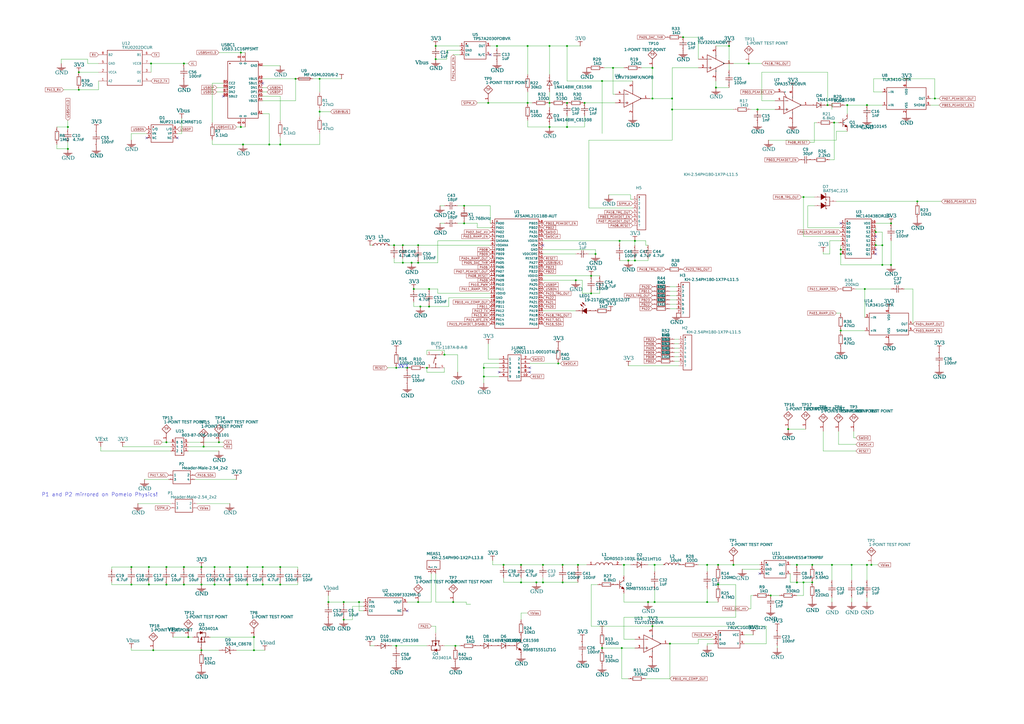
<source format=kicad_sch>
(kicad_sch (version 20250114) (generator "eeschema") (generator_version "9.0")
  (paper "A2")
  (title_block (date "2025-11-23"))
  (lib_symbols
    (symbol "0603B103K500NT"
      (property "Reference" "C22" (at 2.7178 0.8763 0))
      (property "Value" "10nF" (at 2.54 -1.4351 0))
      (symbol "0603B103K500NT_0_0"
        (pin input line (at 0 3.81 270) (length 2.54) (name "2") (number "2"))
        (pin input line (at 0 -3.81 90) (length 2.54) (name "1") (number "1"))
      )
    )
    (symbol "0603B103K500NT_1"
      (property "Reference" "C17" (at 2.7178 0.8763 0))
      (property "Value" "10nF" (at 2.54 -1.4351 0))
      (symbol "0603B103K500NT_1_0_0"
        (pin input line (at 0 3.81 270) (length 2.54) (name "2") (number "2"))
        (pin input line (at 0 -3.81 90) (length 2.54) (name "1") (number "1"))
      )
    )
    (symbol "0603B103K500NT_2"
      (property "Reference" "C2" (at 2.7178 0.8763 0))
      (property "Value" "10nF" (at 2.54 -1.4351 0))
      (symbol "0603B103K500NT_2_0_0"
        (pin input line (at 0 3.81 270) (length 2.54) (name "2") (number "2"))
        (pin input line (at 0 -3.81 90) (length 2.54) (name "1") (number "1"))
      )
    )
    (symbol "0603B472K500NT"
      (property "Reference" "C10" (at 2.54 0.8763 0))
      (property "Value" "4.7nF" (at 2.54 -1.4097 0))
      (symbol "0603B472K500NT_0_0"
        (pin input line (at 0 3.81 270) (length 2.54) (name "2") (number "2"))
        (pin input line (at 0 -3.81 90) (length 2.54) (name "1") (number "1"))
      )
    )
    (symbol "0603CG300J500NT"
      (property "Reference" "C9" (at -1.6256 6.8453 0))
      (property "Value" "30pF" (at -1.905 4.4831 0))
      (symbol "0603CG300J500NT_0_0"
        (pin input line (at -3.81 0 0) (length 2.54) (name "1") (number "1"))
        (pin input line (at 3.81 0 180) (length 2.54) (name "2") (number "2"))
      )
    )
    (symbol "0603WAF0000T5E"
      (property "Reference" "R38" (at -1.6256 5.7785 0))
      (property "Value" "0Ω" (at -1.9812 3.4671 0))
      (symbol "0603WAF0000T5E_0_0"
        (pin input line (at -5.08 0 0) (length 2.54) (name "1") (number "1"))
        (pin input line (at 5.08 0 180) (length 2.54) (name "2") (number "2"))
      )
    )
    (symbol "0603WAF1000T5E"
      (property "Reference" "R20" (at -1.651 5.7531 0))
      (property "Value" "100Ω" (at -1.905 3.4671 0))
      (symbol "0603WAF1000T5E_0_0"
        (pin input line (at -5.08 0 0) (length 2.54) (name "1") (number "1"))
        (pin input line (at 5.08 0 180) (length 2.54) (name "2") (number "2"))
      )
    )
    (symbol "0603WAF1000T5E_1"
      (property "Reference" "R28" (at -2.159 5.7023 0))
      (property "Value" "100Ω" (at -2.159 3.4671 0))
      (symbol "0603WAF1000T5E_1_0_0"
        (pin input line (at -5.08 0 0) (length 2.54) (name "2") (number "2"))
        (pin input line (at 5.08 0 180) (length 2.54) (name "1") (number "1"))
      )
    )
    (symbol "0603WAF1000T5E_2"
      (property "Reference" "R32" (at -1.651 5.7531 0))
      (property "Value" "100Ω" (at -1.905 3.4671 0))
      (symbol "0603WAF1000T5E_2_0_0"
        (pin input line (at -5.08 0 0) (length 2.54) (name "1") (number "1"))
        (pin input line (at 5.08 0 180) (length 2.54) (name "2") (number "2"))
      )
    )
    (symbol "0603WAF1000T5E_3"
      (property "Reference" "R10" (at -1.4986 5.7785 0))
      (property "Value" "100Ω" (at -1.4986 3.4671 0))
      (symbol "0603WAF1000T5E_3_0_0"
        (pin input line (at -5.08 0 0) (length 2.54) (name "1") (number "1"))
        (pin input line (at 5.08 0 180) (length 2.54) (name "2") (number "2"))
      )
    )
    (symbol "0603WAF1000T5E_4"
      (property "Reference" "R18" (at 1.524 0.8509 0))
      (property "Value" "100Ω" (at 1.524 -1.3843 0))
      (symbol "0603WAF1000T5E_4_0_0"
        (pin input line (at 0 5.08 270) (length 2.54) (name "2") (number "2"))
        (pin input line (at 0 -5.08 90) (length 2.54) (name "1") (number "1"))
      )
    )
    (symbol "0603WAF1001T5E"
      (property "Reference" "R17" (at -1.4986 5.7531 0))
      (property "Value" "1kΩ" (at -1.4986 3.4671 0))
      (symbol "0603WAF1001T5E_0_0"
        (pin input line (at -5.08 0 0) (length 2.54) (name "1") (number "1"))
        (pin input line (at 5.08 0 180) (length 2.54) (name "2") (number "2"))
      )
    )
    (symbol "0603WAF1001T5E_1"
      (property "Reference" "R9" (at -1.4986 5.7531 0))
      (property "Value" "1kΩ" (at -1.4986 3.4671 0))
      (symbol "0603WAF1001T5E_1_0_0"
        (pin input line (at -5.08 0 0) (length 2.54) (name "1") (number "1"))
        (pin input line (at 5.08 0 180) (length 2.54) (name "2") (number "2"))
      )
    )
    (symbol "0603WAF1001T5E_10"
      (property "Reference" "R52" (at -2.2606 5.7785 0))
      (property "Value" "1kΩ" (at -2.6162 3.4671 0))
      (symbol "0603WAF1001T5E_10_0_0"
        (pin input line (at -5.08 0 0) (length 2.54) (name "2") (number "2"))
        (pin input line (at 5.08 0 180) (length 2.54) (name "1") (number "1"))
      )
    )
    (symbol "0603WAF1001T5E_11"
      (property "Reference" "R44" (at -2.2606 5.7785 0))
      (property "Value" "1kΩ" (at -2.6162 3.4671 0))
      (symbol "0603WAF1001T5E_11_0_0"
        (pin input line (at -5.08 0 0) (length 2.54) (name "2") (number "2"))
        (pin input line (at 5.08 0 180) (length 2.54) (name "1") (number "1"))
      )
    )
    (symbol "0603WAF1001T5E_12"
      (property "Reference" "R48" (at -2.2606 5.7785 0))
      (property "Value" "1kΩ" (at -2.6162 3.4671 0))
      (symbol "0603WAF1001T5E_12_0_0"
        (pin input line (at -5.08 0 0) (length 2.54) (name "2") (number "2"))
        (pin input line (at 5.08 0 180) (length 2.54) (name "1") (number "1"))
      )
    )
    (symbol "0603WAF1001T5E_13"
      (property "Reference" "R43" (at -2.2606 5.7785 0))
      (property "Value" "1kΩ" (at -2.6162 3.4671 0))
      (symbol "0603WAF1001T5E_13_0_0"
        (pin input line (at -5.08 0 0) (length 2.54) (name "2") (number "2"))
        (pin input line (at 5.08 0 180) (length 2.54) (name "1") (number "1"))
      )
    )
    (symbol "0603WAF1001T5E_14"
      (property "Reference" "R47" (at -2.2606 5.7785 0))
      (property "Value" "1kΩ" (at -2.6162 3.4671 0))
      (symbol "0603WAF1001T5E_14_0_0"
        (pin input line (at -5.08 0 0) (length 2.54) (name "2") (number "2"))
        (pin input line (at 5.08 0 180) (length 2.54) (name "1") (number "1"))
      )
    )
    (symbol "0603WAF1001T5E_15"
      (property "Reference" "R49" (at -2.2606 5.7785 0))
      (property "Value" "1kΩ" (at -2.6162 3.4671 0))
      (symbol "0603WAF1001T5E_15_0_0"
        (pin input line (at -5.08 0 0) (length 2.54) (name "2") (number "2"))
        (pin input line (at 5.08 0 180) (length 2.54) (name "1") (number "1"))
      )
    )
    (symbol "0603WAF1001T5E_16"
      (property "Reference" "R54" (at -2.2606 5.7785 0))
      (property "Value" "1kΩ" (at -2.6162 3.4671 0))
      (symbol "0603WAF1001T5E_16_0_0"
        (pin input line (at -5.08 0 0) (length 2.54) (name "2") (number "2"))
        (pin input line (at 5.08 0 180) (length 2.54) (name "1") (number "1"))
      )
    )
    (symbol "0603WAF1001T5E_17"
      (property "Reference" "R53" (at -2.2606 5.7785 0))
      (property "Value" "1kΩ" (at -2.6162 3.4671 0))
      (symbol "0603WAF1001T5E_17_0_0"
        (pin input line (at -5.08 0 0) (length 2.54) (name "2") (number "2"))
        (pin input line (at 5.08 0 180) (length 2.54) (name "1") (number "1"))
      )
    )
    (symbol "0603WAF1001T5E_18"
      (property "Reference" "R50" (at -2.2606 5.7785 0))
      (property "Value" "1kΩ" (at -2.6162 3.4671 0))
      (symbol "0603WAF1001T5E_18_0_0"
        (pin input line (at -5.08 0 0) (length 2.54) (name "2") (number "2"))
        (pin input line (at 5.08 0 180) (length 2.54) (name "1") (number "1"))
      )
    )
    (symbol "0603WAF1001T5E_19"
      (property "Reference" "R51" (at -2.2606 5.7785 0))
      (property "Value" "1kΩ" (at -2.6162 3.4671 0))
      (symbol "0603WAF1001T5E_19_0_0"
        (pin input line (at -5.08 0 0) (length 2.54) (name "2") (number "2"))
        (pin input line (at 5.08 0 180) (length 2.54) (name "1") (number "1"))
      )
    )
    (symbol "0603WAF1001T5E_2"
      (property "Reference" "R29" (at -1.4986 5.7531 0))
      (property "Value" "1kΩ" (at -1.4986 3.4671 0))
      (symbol "0603WAF1001T5E_2_0_0"
        (pin input line (at -5.08 0 0) (length 2.54) (name "1") (number "1"))
        (pin input line (at 5.08 0 180) (length 2.54) (name "2") (number "2"))
      )
    )
    (symbol "0603WAF1001T5E_3"
      (property "Reference" "R30" (at -1.4986 5.7531 0))
      (property "Value" "1kΩ" (at -1.4986 3.4671 0))
      (symbol "0603WAF1001T5E_3_0_0"
        (pin input line (at -5.08 0 0) (length 2.54) (name "1") (number "1"))
        (pin input line (at 5.08 0 180) (length 2.54) (name "2") (number "2"))
      )
    )
    (symbol "0603WAF1001T5E_4"
      (property "Reference" "R33" (at -1.4986 5.7531 0))
      (property "Value" "1kΩ" (at -1.4986 3.4671 0))
      (symbol "0603WAF1001T5E_4_0_0"
        (pin input line (at -5.08 0 0) (length 2.54) (name "1") (number "1"))
        (pin input line (at 5.08 0 180) (length 2.54) (name "2") (number "2"))
      )
    )
    (symbol "0603WAF1001T5E_5"
      (property "Reference" "R4" (at -1.651 5.7531 0))
      (property "Value" "1kΩ" (at -1.905 3.4671 0))
      (symbol "0603WAF1001T5E_5_0_0"
        (pin input line (at -5.08 0 0) (length 2.54) (name "1") (number "1"))
        (pin input line (at 5.08 0 180) (length 2.54) (name "2") (number "2"))
      )
    )
    (symbol "0603WAF1001T5E_6"
      (property "Reference" "R40" (at 1.524 0.8763 0))
      (property "Value" "1kΩ" (at 1.524 -1.4097 0))
      (symbol "0603WAF1001T5E_6_0_0"
        (pin input line (at 0 5.08 270) (length 2.54) (name "2") (number "2"))
        (pin input line (at 0 -5.08 90) (length 2.54) (name "1") (number "1"))
      )
    )
    (symbol "0603WAF1001T5E_7"
      (property "Reference" "R41" (at -1.4986 5.7531 0))
      (property "Value" "1kΩ" (at -1.4986 3.4671 0))
      (symbol "0603WAF1001T5E_7_0_0"
        (pin input line (at -5.08 0 0) (length 2.54) (name "1") (number "1"))
        (pin input line (at 5.08 0 180) (length 2.54) (name "2") (number "2"))
      )
    )
    (symbol "0603WAF1001T5E_8"
      (property "Reference" "R46" (at -2.2606 5.7785 0))
      (property "Value" "1kΩ" (at -2.6162 3.4671 0))
      (symbol "0603WAF1001T5E_8_0_0"
        (pin input line (at -5.08 0 0) (length 2.54) (name "2") (number "2"))
        (pin input line (at 5.08 0 180) (length 2.54) (name "1") (number "1"))
      )
    )
    (symbol "0603WAF1001T5E_9"
      (property "Reference" "R45" (at -2.2606 5.7785 0))
      (property "Value" "1kΩ" (at -2.6162 3.4671 0))
      (symbol "0603WAF1001T5E_9_0_0"
        (pin input line (at -5.08 0 0) (length 2.54) (name "2") (number "2"))
        (pin input line (at 5.08 0 180) (length 2.54) (name "1") (number "1"))
      )
    )
    (symbol "0603WAF1002T5E"
      (property "Reference" "R23" (at 1.7018 0.8763 0))
      (property "Value" "10kΩ" (at 1.524 -1.4351 0))
      (symbol "0603WAF1002T5E_0_0"
        (pin input line (at 0 5.08 270) (length 2.54) (name "1") (number "1"))
        (pin input line (at 0 -5.08 90) (length 2.54) (name "2") (number "2"))
      )
    )
    (symbol "0603WAF1002T5E_1"
      (property "Reference" "R37" (at 1.524 0.8509 0))
      (property "Value" "10kΩ" (at 1.524 -1.3843 0))
      (symbol "0603WAF1002T5E_1_0_0"
        (pin input line (at 0 5.08 270) (length 2.54) (name "1") (number "1"))
        (pin input line (at 0 -5.08 90) (length 2.54) (name "2") (number "2"))
      )
    )
    (symbol "0603WAF1002T5E_2"
      (property "Reference" "R24" (at 1.524 0.8509 0))
      (property "Value" "10kΩ" (at 1.524 -1.3843 0))
      (symbol "0603WAF1002T5E_2_0_0"
        (pin input line (at 0 5.08 270) (length 2.54) (name "1") (number "1"))
        (pin input line (at 0 -5.08 90) (length 2.54) (name "2") (number "2"))
      )
    )
    (symbol "0603WAF1003T5E"
      (property "Reference" "R13" (at 1.7018 0.8763 0))
      (property "Value" "100kΩ" (at 1.524 -1.4351 0))
      (symbol "0603WAF1003T5E_0_0"
        (pin input line (at 0 5.08 270) (length 2.54) (name "2") (number "2"))
        (pin input line (at 0 -5.08 90) (length 2.54) (name "1") (number "1"))
      )
    )
    (symbol "0603WAF1003T5E_1"
      (property "Reference" "R16" (at 1.524 0.9017 0))
      (property "Value" "100kΩ" (at 1.524 -1.4097 0))
      (symbol "0603WAF1003T5E_1_0_0"
        (pin input line (at 0 5.08 270) (length 2.54) (name "2") (number "2"))
        (pin input line (at 0 -5.08 90) (length 2.54) (name "1") (number "1"))
      )
    )
    (symbol "0603WAF1003T5E_2"
      (property "Reference" "R42" (at 1.7018 0.8763 0))
      (property "Value" "100kΩ" (at 1.524 -1.4351 0))
      (symbol "0603WAF1003T5E_2_0_0"
        (pin input line (at 0 5.08 270) (length 2.54) (name "2") (number "2"))
        (pin input line (at 0 -5.08 90) (length 2.54) (name "1") (number "1"))
      )
    )
    (symbol "0603WAF1004T5E"
      (property "Reference" "R6" (at 1.524 0.8763 0))
      (property "Value" "1MΩ" (at 1.524 -1.4097 0))
      (symbol "0603WAF1004T5E_0_0"
        (pin input line (at 0 5.08 270) (length 2.54) (name "2") (number "2"))
        (pin input line (at 0 -5.08 90) (length 2.54) (name "1") (number "1"))
      )
    )
    (symbol "0603WAF2003T5E"
      (property "Reference" "R34" (at -1.4986 5.7531 0))
      (property "Value" "200kΩ" (at -1.4986 3.4671 0))
      (symbol "0603WAF2003T5E_0_0"
        (pin input line (at -5.08 0 0) (length 2.54) (name "1") (number "1"))
        (pin input line (at 5.08 0 180) (length 2.54) (name "2") (number "2"))
      )
    )
    (symbol "0603WAF2201T5E"
      (property "Reference" "R26" (at -1.651 5.7531 0))
      (property "Value" "2.2kΩ" (at -1.905 3.4671 0))
      (symbol "0603WAF2201T5E_0_0"
        (pin input line (at -5.08 0 0) (length 2.54) (name "1") (number "1"))
        (pin input line (at 5.08 0 180) (length 2.54) (name "2") (number "2"))
      )
    )
    (symbol "0603WAF2202T5E"
      (property "Reference" "R19" (at -1.4986 5.7531 0))
      (property "Value" "22kΩ" (at -1.4986 3.4671 0))
      (symbol "0603WAF2202T5E_0_0"
        (pin input line (at -5.08 0 0) (length 2.54) (name "1") (number "1"))
        (pin input line (at 5.08 0 180) (length 2.54) (name "2") (number "2"))
      )
    )
    (symbol "0603WAF2203T5E"
      (property "Reference" "R5" (at 1.524 0.8763 0))
      (property "Value" "220kΩ" (at 1.524 -1.4097 0))
      (symbol "0603WAF2203T5E_0_0"
        (pin input line (at 0 5.08 270) (length 2.54) (name "2") (number "2"))
        (pin input line (at 0 -5.08 90) (length 2.54) (name "1") (number "1"))
      )
    )
    (symbol "0603WAF2702T5E"
      (property "Reference" "R1" (at 1.524 0.8763 0))
      (property "Value" "27kΩ" (at 1.524 -1.4097 0))
      (symbol "0603WAF2702T5E_0_0"
        (pin input line (at 0 5.08 270) (length 2.54) (name "2") (number "2"))
        (pin input line (at 0 -5.08 90) (length 2.54) (name "1") (number "1"))
      )
    )
    (symbol "0603WAF2702T5E_1"
      (property "Reference" "R39" (at 1.524 0.8763 0))
      (property "Value" "27kΩ" (at 1.524 -1.4097 0))
      (symbol "0603WAF2702T5E_1_0_0"
        (pin input line (at 0 5.08 270) (length 2.54) (name "1") (number "1"))
        (pin input line (at 0 -5.08 90) (length 2.54) (name "2") (number "2"))
      )
    )
    (symbol "0603WAF3002T5E"
      (property "Reference" "R22" (at 1.524 0.8763 0))
      (property "Value" "30kΩ" (at 1.524 -1.4097 0))
      (symbol "0603WAF3002T5E_0_0"
        (pin input line (at 0 5.08 270) (length 2.54) (name "2") (number "2"))
        (pin input line (at 0 -5.08 90) (length 2.54) (name "1") (number "1"))
      )
    )
    (symbol "0603WAF3303T5E"
      (property "Reference" "R11" (at -2.0828 5.7531 0))
      (property "Value" "330kΩ" (at -2.0828 3.4671 0))
      (symbol "0603WAF3303T5E_0_0"
        (pin input line (at -5.08 0 0) (length 2.54) (name "2") (number "2"))
        (pin input line (at 5.08 0 180) (length 2.54) (name "1") (number "1"))
      )
    )
    (symbol "0603WAF3303T5E_1"
      (property "Reference" "R12" (at 1.524 0.8763 0))
      (property "Value" "330kΩ" (at 1.524 -1.4097 0))
      (symbol "0603WAF3303T5E_1_0_0"
        (pin input line (at 0 5.08 270) (length 2.54) (name "2") (number "2"))
        (pin input line (at 0 -5.08 90) (length 2.54) (name "1") (number "1"))
      )
    )
    (symbol "0603WAF3303T5E_2"
      (property "Reference" "R8" (at -1.4986 5.7023 0))
      (property "Value" "330kΩ" (at -1.4986 3.4671 0))
      (symbol "0603WAF3303T5E_2_0_0"
        (pin input line (at -5.08 0 0) (length 2.54) (name "1") (number "1"))
        (pin input line (at 5.08 0 180) (length 2.54) (name "2") (number "2"))
      )
    )
    (symbol "0603WAF4702T5E"
      (property "Reference" "R3" (at 1.524 0.8509 0))
      (property "Value" "47kΩ" (at 1.524 -1.3843 0))
      (symbol "0603WAF4702T5E_0_0"
        (pin input line (at 0 5.08 270) (length 2.54) (name "2") (number "2"))
        (pin input line (at 0 -5.08 90) (length 2.54) (name "1") (number "1"))
      )
    )
    (symbol "0603WAF4702T5E_1"
      (property "Reference" "R35" (at 1.778 0.9271 0))
      (property "Value" "47kΩ" (at 1.524 -1.3589 0))
      (symbol "0603WAF4702T5E_1_0_0"
        (pin input line (at 0 5.08 270) (length 2.54) (name "2") (number "2"))
        (pin input line (at 0 -5.08 90) (length 2.54) (name "1") (number "1"))
      )
    )
    (symbol "0603WAF4702T5E_2"
      (property "Reference" "R36" (at 1.778 0.9271 0))
      (property "Value" "47kΩ" (at 1.524 -1.3589 0))
      (symbol "0603WAF4702T5E_2_0_0"
        (pin input line (at 0 5.08 270) (length 2.54) (name "2") (number "2"))
        (pin input line (at 0 -5.08 90) (length 2.54) (name "1") (number "1"))
      )
    )
    (symbol "0603WAF4704T5E"
      (property "Reference" "R25" (at 1.7018 0.8763 0))
      (property "Value" "4.7MΩ" (at 1.524 -1.4351 0))
      (symbol "0603WAF4704T5E_0_0"
        (pin input line (at 0 5.08 270) (length 2.54) (name "2") (number "2"))
        (pin input line (at 0 -5.08 90) (length 2.54) (name "1") (number "1"))
      )
    )
    (symbol "0603WAF4704T5E_1"
      (property "Reference" "R14" (at 1.7018 0.8763 0))
      (property "Value" "120MΩ" (at 1.524 -1.4351 0))
      (symbol "0603WAF4704T5E_1_0_0"
        (pin input line (at 0 5.08 270) (length 2.54) (name "2") (number "2"))
        (pin input line (at 0 -5.08 90) (length 2.54) (name "1") (number "1"))
      )
    )
    (symbol "0603WAF5100T5E"
      (property "Reference" "R31" (at -1.4986 5.7531 0))
      (property "Value" "510Ω" (at -1.4986 3.4671 0))
      (symbol "0603WAF5100T5E_0_0"
        (pin input line (at -5.08 0 0) (length 2.54) (name "1") (number "1"))
        (pin input line (at 5.08 0 180) (length 2.54) (name "2") (number "2"))
      )
    )
    (symbol "0603WAF5101T5E"
      (property "Reference" "R2" (at 1.7018 0.8763 0))
      (property "Value" "5.1kΩ" (at 1.524 -1.4351 0))
      (symbol "0603WAF5101T5E_0_0"
        (pin input line (at 0 5.08 270) (length 2.54) (name "2") (number "2"))
        (pin input line (at 0 -5.08 90) (length 2.54) (name "1") (number "1"))
      )
    )
    (symbol "0603WAF5101T5E_1"
      (property "Reference" "R7" (at 1.524 0.8763 0))
      (property "Value" "5.1kΩ" (at 1.524 -1.4097 0))
      (symbol "0603WAF5101T5E_1_0_0"
        (pin input line (at 0 5.08 270) (length 2.54) (name "2") (number "2"))
        (pin input line (at 0 -5.08 90) (length 2.54) (name "1") (number "1"))
      )
    )
    (symbol "0603WAF5604T5E"
      (property "Reference" "R15" (at 1.778 0.9271 0))
      (property "Value" "5.6MΩ" (at 1.524 -1.3589 0))
      (symbol "0603WAF5604T5E_0_0"
        (pin input line (at 0 5.08 270) (length 2.54) (name "2") (number "2"))
        (pin input line (at 0 -5.08 90) (length 2.54) (name "1") (number "1"))
      )
    )
    (symbol "0603WAF6801T5E"
      (property "Reference" "R21" (at -1.6256 5.8293 0))
      (property "Value" "6.8kΩ" (at -1.905 3.4671 0))
      (symbol "0603WAF6801T5E_0_0"
        (pin input line (at -5.08 0 0) (length 2.54) (name "1") (number "1"))
        (pin input line (at 5.08 0 180) (length 2.54) (name "2") (number "2"))
      )
    )
    (symbol "0603WAF6801T5E_1"
      (property "Reference" "R27" (at -1.651 5.7531 0))
      (property "Value" "6.8kΩ" (at -1.905 3.4671 0))
      (symbol "0603WAF6801T5E_1_0_0"
        (pin input line (at -5.08 0 0) (length 2.54) (name "1") (number "1"))
        (pin input line (at 5.08 0 180) (length 2.54) (name "2") (number "2"))
      )
    )
    (symbol "08051C105KAT2A"
      (property "Reference" "C28" (at 2.7178 0.8763 0))
      (property "Value" "1uF" (at 2.54 -1.4351 0))
      (symbol "08051C105KAT2A_0_0"
        (pin unspecified line (at 0 5.08 270) (length 2.54) (name "2") (number "2"))
        (pin unspecified line (at 0 -5.08 90) (length 2.54) (name "1") (number "1"))
      )
    )
    (symbol "08051C105KAT2A_1"
      (property "Reference" "C25" (at 2.7178 0.8763 0))
      (property "Value" "1uF" (at 2.54 -1.4351 0))
      (symbol "08051C105KAT2A_1_0_0"
        (pin unspecified line (at 0 5.08 270) (length 2.54) (name "2") (number "2"))
        (pin unspecified line (at 0 -5.08 90) (length 2.54) (name "1") (number "1"))
      )
    )
    (symbol "08051C105KAT2A_2"
      (property "Reference" "C31" (at 2.7178 0.8763 0))
      (property "Value" "1uF" (at 2.54 -1.4351 0))
      (symbol "08051C105KAT2A_2_0_0"
        (pin unspecified line (at 0 5.08 270) (length 2.54) (name "2") (number "2"))
        (pin unspecified line (at 0 -5.08 90) (length 2.54) (name "1") (number "1"))
      )
    )
    (symbol "1-POINT TEST POINT"
      (property "Reference" "TP1" (at -2.286 11.0871 0))
      (property "Value" "1-POINT TEST POINT" (at -2.794 8.8011 0))
      (symbol "1-POINT TEST POINT_0_0"
        (text "TP" (at -1.3208 4.7688 0) (effects (font (size 1.5684 1.5684)) (justify left top)))
        (pin unspecified line (at 0 -3.81 90) (length 5.08) (name "1") (number "1"))
      )
    )
    (symbol "1-POINT TEST POINT_1"
      (property "Reference" "TP2" (at -2.286 11.0871 0))
      (property "Value" "1-POINT TEST POINT" (at -2.794 8.8011 0))
      (symbol "1-POINT TEST POINT_1_0_0"
        (text "TP" (at -1.3208 4.7688 0) (effects (font (size 1.5684 1.5684)) (justify left top)))
        (pin unspecified line (at 0 -3.81 90) (length 5.08) (name "1") (number "1"))
      )
    )
    (symbol "1-POINT TEST POINT_10"
      (property "Reference" "TP13" (at -2.286 11.0871 0))
      (property "Value" "1-POINT TEST POINT" (at -2.794 8.8011 0))
      (symbol "1-POINT TEST POINT_10_0_0"
        (text "TP" (at -1.3208 4.7688 0) (effects (font (size 1.5684 1.5684)) (justify left top)))
        (pin unspecified line (at 0 -3.81 90) (length 5.08) (name "1") (number "1"))
      )
    )
    (symbol "1-POINT TEST POINT_11"
      (property "Reference" "TP14" (at -2.286 11.0871 0))
      (property "Value" "1-POINT TEST POINT" (at -2.794 8.8011 0))
      (symbol "1-POINT TEST POINT_11_0_0"
        (text "TP" (at -1.2954 4.7688 0) (effects (font (size 1.5684 1.5684)) (justify left top)))
        (pin unspecified line (at 0 -3.81 90) (length 5.08) (name "1") (number "1"))
      )
    )
    (symbol "1-POINT TEST POINT_12"
      (property "Reference" "TP15" (at -2.286 11.0871 0))
      (property "Value" "1-POINT TEST POINT" (at -2.794 8.8011 0))
      (symbol "1-POINT TEST POINT_12_0_0"
        (text "TP" (at -1.2954 4.7688 0) (effects (font (size 1.5684 1.5684)) (justify left top)))
        (pin unspecified line (at 0 -3.81 90) (length 5.08) (name "1") (number "1"))
      )
    )
    (symbol "1-POINT TEST POINT_13"
      (property "Reference" "TP16" (at -2.286 11.0871 0))
      (property "Value" "1-POINT TEST POINT" (at -2.794 8.8011 0))
      (symbol "1-POINT TEST POINT_13_0_0"
        (text "TP" (at -1.3208 4.7688 0) (effects (font (size 1.5684 1.5684)) (justify left top)))
        (pin unspecified line (at 0 -3.81 90) (length 5.08) (name "1") (number "1"))
      )
    )
    (symbol "1-POINT TEST POINT_14"
      (property "Reference" "TP17" (at -2.286 11.0871 0))
      (property "Value" "1-POINT TEST POINT" (at -2.794 8.8011 0))
      (symbol "1-POINT TEST POINT_14_0_0"
        (text "TP" (at -1.3208 4.7688 0) (effects (font (size 1.5684 1.5684)) (justify left top)))
        (pin unspecified line (at 0 -3.81 90) (length 5.08) (name "1") (number "1"))
      )
    )
    (symbol "1-POINT TEST POINT_15"
      (property "Reference" "TP12" (at -2.286 11.0871 0))
      (property "Value" "1-POINT TEST POINT" (at -2.794 8.8011 0))
      (symbol "1-POINT TEST POINT_15_0_0"
        (text "TP" (at -1.2954 4.7688 0) (effects (font (size 1.5684 1.5684)) (justify left top)))
        (pin unspecified line (at 0 -3.81 90) (length 5.08) (name "1") (number "1"))
      )
    )
    (symbol "1-POINT TEST POINT_16"
      (property "Reference" "TP8" (at -2.286 11.0871 0))
      (property "Value" "1-POINT TEST POINT" (at -2.794 8.8011 0))
      (symbol "1-POINT TEST POINT_16_0_0"
        (text "TP" (at -1.2954 4.7688 0) (effects (font (size 1.5684 1.5684)) (justify left top)))
        (pin unspecified line (at 0 -3.81 90) (length 5.08) (name "1") (number "1"))
      )
    )
    (symbol "1-POINT TEST POINT_17"
      (property "Reference" "TP18" (at -2.286 11.0871 0))
      (property "Value" "1-POINT TEST POINT" (at -2.794 8.8011 0))
      (symbol "1-POINT TEST POINT_17_0_0"
        (text "TP" (at -1.2954 4.7688 0) (effects (font (size 1.5684 1.5684)) (justify left top)))
        (pin unspecified line (at 0 -3.81 90) (length 5.08) (name "1") (number "1"))
      )
    )
    (symbol "1-POINT TEST POINT_2"
      (property "Reference" "TP3" (at -2.286 11.0871 0))
      (property "Value" "1-POINT TEST POINT" (at -2.794 8.8011 0))
      (symbol "1-POINT TEST POINT_2_0_0"
        (text "TP" (at -1.3208 4.7688 0) (effects (font (size 1.5684 1.5684)) (justify left top)))
        (pin unspecified line (at 0 -3.81 90) (length 5.08) (name "1") (number "1"))
      )
    )
    (symbol "1-POINT TEST POINT_3"
      (property "Reference" "TP4" (at -2.286 11.0871 0))
      (property "Value" "1-POINT TEST POINT" (at -2.794 8.8011 0))
      (symbol "1-POINT TEST POINT_3_0_0"
        (text "TP" (at -1.3208 4.7688 0) (effects (font (size 1.5684 1.5684)) (justify left top)))
        (pin unspecified line (at 0 -3.81 90) (length 5.08) (name "1") (number "1"))
      )
    )
    (symbol "1-POINT TEST POINT_4"
      (property "Reference" "TP5" (at -2.286 11.0871 0))
      (property "Value" "1-POINT TEST POINT" (at -2.794 8.8011 0))
      (symbol "1-POINT TEST POINT_4_0_0"
        (text "TP" (at -1.3208 4.7688 0) (effects (font (size 1.5684 1.5684)) (justify left top)))
        (pin unspecified line (at 0 -3.81 90) (length 5.08) (name "1") (number "1"))
      )
    )
    (symbol "1-POINT TEST POINT_5"
      (property "Reference" "TP6" (at -2.286 11.0871 0))
      (property "Value" "1-POINT TEST POINT" (at -2.794 8.8011 0))
      (symbol "1-POINT TEST POINT_5_0_0"
        (text "TP" (at -1.2954 4.7688 0) (effects (font (size 1.5684 1.5684)) (justify left top)))
        (pin unspecified line (at 0 -3.81 90) (length 5.08) (name "1") (number "1"))
      )
    )
    (symbol "1-POINT TEST POINT_6"
      (property "Reference" "TP7" (at -2.286 11.0871 0))
      (property "Value" "1-POINT TEST POINT" (at -2.794 8.8011 0))
      (symbol "1-POINT TEST POINT_6_0_0"
        (text "TP" (at -1.3208 4.7688 0) (effects (font (size 1.5684 1.5684)) (justify left top)))
        (pin unspecified line (at 0 -3.81 90) (length 5.08) (name "1") (number "1"))
      )
    )
    (symbol "1-POINT TEST POINT_7"
      (property "Reference" "TP9" (at -2.286 11.0871 0))
      (property "Value" "1-POINT TEST POINT" (at -2.794 8.8011 0))
      (symbol "1-POINT TEST POINT_7_0_0"
        (text "TP" (at -1.2954 4.7688 0) (effects (font (size 1.5684 1.5684)) (justify left top)))
        (pin unspecified line (at 0 -3.81 90) (length 5.08) (name "1") (number "1"))
      )
    )
    (symbol "1-POINT TEST POINT_8"
      (property "Reference" "TP10" (at -2.286 11.0871 0))
      (property "Value" "1-POINT TEST POINT" (at -2.794 8.8011 0))
      (symbol "1-POINT TEST POINT_8_0_0"
        (text "TP" (at -1.3208 4.7688 0) (effects (font (size 1.5684 1.5684)) (justify left top)))
        (pin unspecified line (at 0 -3.81 90) (length 5.08) (name "1") (number "1"))
      )
    )
    (symbol "1-POINT TEST POINT_9"
      (property "Reference" "TP11" (at -2.286 11.0871 0))
      (property "Value" "1-POINT TEST POINT" (at -2.794 8.8011 0))
      (symbol "1-POINT TEST POINT_9_0_0"
        (text "TP" (at -1.3208 4.7688 0) (effects (font (size 1.5684 1.5684)) (justify left top)))
        (pin unspecified line (at 0 -3.81 90) (length 5.08) (name "1") (number "1"))
      )
    )
    (symbol "12062C103KAT2A"
      (property "Reference" "C8" (at 2.7178 0.8763 0))
      (property "Value" "10nF" (at 2.54 -1.4351 0))
      (symbol "12062C103KAT2A_0_0"
        (pin unspecified line (at 0 5.08 270) (length 2.54) (name "2") (number "2"))
        (pin unspecified line (at 0 -5.08 90) (length 2.54) (name "1") (number "1"))
      )
    )
    (symbol "1206B475K500NT"
      (property "Reference" "C20" (at 2.54 0.8763 0))
      (property "Value" "4.7uF" (at 2.54 -1.4097 0))
      (symbol "1206B475K500NT_0_0"
        (pin input line (at 0 3.81 270) (length 2.54) (name "2") (number "2"))
        (pin input line (at 0 -3.81 90) (length 2.54) (name "1") (number "1"))
      )
    )
    (symbol "1206B475K500NT_1"
      (property "Reference" "C19" (at 2.54 0.8763 0))
      (property "Value" "4.7uF" (at 2.54 -1.4097 0))
      (symbol "1206B475K500NT_1_0_0"
        (pin input line (at 0 3.81 270) (length 2.54) (name "2") (number "2"))
        (pin input line (at 0 -3.81 90) (length 2.54) (name "1") (number "1"))
      )
    )
    (symbol "1206B475K500NT_2"
      (property "Reference" "C39" (at 2.54 0.8763 0))
      (property "Value" "4.7uF" (at 2.54 -1.4097 0))
      (symbol "1206B475K500NT_2_0_0"
        (pin input line (at 0 3.81 270) (length 2.54) (name "2") (number "2"))
        (pin input line (at 0 -3.81 90) (length 2.54) (name "1") (number "1"))
      )
    )
    (symbol "1206B475K500NT_3"
      (property "Reference" "C38" (at 2.54 0.8763 0))
      (property "Value" "4.7uF" (at 2.54 -1.4097 0))
      (symbol "1206B475K500NT_3_0_0"
        (pin input line (at 0 3.81 270) (length 2.54) (name "2") (number "2"))
        (pin input line (at 0 -3.81 90) (length 2.54) (name "1") (number "1"))
      )
    )
    (symbol "1206B475K500NT_4"
      (property "Reference" "C3" (at 2.54 0.8763 0))
      (property "Value" "4.7uF" (at 2.54 -1.4097 0))
      (symbol "1206B475K500NT_4_0_0"
        (pin input line (at 0 3.81 270) (length 2.54) (name "2") (number "2"))
        (pin input line (at 0 -3.81 90) (length 2.54) (name "1") (number "1"))
      )
    )
    (symbol "19-217/GHC-YR1S2/3T"
      (property "Reference" "LED1" (at -2.9464 9.5631 0))
      (property "Value" "19-217/GHC-YR1S2/3T" (at -2.9464 7.2771 0))
      (symbol "19-217/GHC-YR1S2/3T_0_0"
        (pin input line (at -5.08 0 0) (length 3.81) (name "C") (number "1"))
        (pin input line (at 5.08 0 180) (length 3.81) (name "A") (number "2"))
      )
    )
    (symbol "1N4148W_C81598"
      (property "Reference" "D4" (at -1.4986 6.2865 0))
      (property "Value" "1N4148W_C81598" (at -1.4986 3.9751 0))
      (symbol "1N4148W_C81598_0_0"
        (pin unspecified line (at -5.08 0 0) (length 3.81) (name "A") (number "2"))
        (pin unspecified line (at 5.08 0 180) (length 3.81) (name "K") (number "1"))
      )
    )
    (symbol "1N4148W_C81598_1"
      (property "Reference" "D3" (at 2.286 0.9271 0))
      (property "Value" "1N4148W_C81598" (at 2.032 -1.3589 0))
      (symbol "1N4148W_C81598_1_0_0"
        (pin unspecified line (at 0 5.08 270) (length 3.81) (name "K") (number "1"))
        (pin unspecified line (at 0 -5.08 90) (length 3.81) (name "A") (number "2"))
      )
    )
    (symbol "1N4148W_C81598_2"
      (property "Reference" "D5" (at 2.286 0.9271 0))
      (property "Value" "1N4148W_C81598" (at 2.032 -1.3589 0))
      (symbol "1N4148W_C81598_2_0_0"
        (pin unspecified line (at 0 5.08 270) (length 3.81) (name "K") (number "1"))
        (pin unspecified line (at 0 -5.08 90) (length 3.81) (name "A") (number "2"))
      )
    )
    (symbol "1N4148W_C81598_3"
      (property "Reference" "D6" (at -1.6764 6.2611 0))
      (property "Value" "1N4148W_C81598" (at -2.032 3.9751 0))
      (symbol "1N4148W_C81598_3_0_0"
        (pin unspecified line (at -5.08 0 0) (length 3.81) (name "A") (number "2"))
        (pin unspecified line (at 5.08 0 180) (length 3.81) (name "K") (number "1"))
      )
    )
    (symbol "1N4148W_C81598_4"
      (property "Reference" "D8" (at -1.6764 6.2611 0))
      (property "Value" "1N4148W_C81598" (at -2.032 3.9751 0))
      (symbol "1N4148W_C81598_4_0_0"
        (pin unspecified line (at -5.08 0 0) (length 3.81) (name "A") (number "2"))
        (pin unspecified line (at 5.08 0 180) (length 3.81) (name "K") (number "1"))
      )
    )
    (symbol "1N4148W_C81598_5"
      (property "Reference" "D10" (at -1.6764 6.2611 0))
      (property "Value" "1N4148W_C81598" (at -2.032 3.9751 0))
      (symbol "1N4148W_C81598_5_0_0"
        (pin unspecified line (at -5.08 0 0) (length 3.81) (name "A") (number "2"))
        (pin unspecified line (at 5.08 0 180) (length 3.81) (name "K") (number "1"))
      )
    )
    (symbol "20021111-00010T4LF"
      (property "Reference" "J-LINK1" (at -1.651 12.3571 0))
      (property "Value" "20021111-00010T4LF" (at -1.905 10.0711 0))
      (symbol "20021111-00010T4LF_0_0"
        (pin unspecified line (at -8.89 5.08 0) (length 5.08) (name "1") (number "1"))
        (pin unspecified line (at -8.89 2.54 0) (length 5.08) (name "3") (number "3"))
        (pin unspecified line (at -8.89 0 0) (length 5.08) (name "5") (number "5"))
        (pin unspecified line (at -8.89 -2.54 0) (length 5.08) (name "7") (number "7"))
        (pin unspecified line (at -8.89 -5.08 0) (length 5.08) (name "9") (number "9"))
        (pin unspecified line (at 8.89 5.08 180) (length 5.08) (name "2") (number "2"))
        (pin unspecified line (at 8.89 2.54 180) (length 5.08) (name "4") (number "4"))
        (pin unspecified line (at 8.89 0 180) (length 5.08) (name "6") (number "6"))
        (pin unspecified line (at 8.89 -2.54 180) (length 5.08) (name "8") (number "8"))
        (pin unspecified line (at 8.89 -5.08 180) (length 5.08) (name "10") (number "10"))
      )
    )
    (symbol "3V0" (power) (pin_numbers (hide yes)) (pin_names (hide yes))
      (property "Value" "3V0" (at 0 -3.81 0))
      (symbol "3V0_0_0"
        (pin power_in line (at 0 0 270) (length 0) (name "3V0") (number "1"))
      )
    )
    (symbol "3V3" (power) (pin_numbers (hide yes)) (pin_names (hide yes))
      (property "Value" "3V3" (at 0 -3.81 0))
      (symbol "3V3_0_0"
        (pin power_in line (at 0 0 270) (length 0) (name "3V3") (number "1"))
      )
    )
    (symbol "74LVC1G08GV,125"
      (property "Reference" "U10" (at -1.4986 9.9441 0))
      (property "Value" "74LVC1G08GV,125" (at -1.4986 7.6581 0))
      (symbol "74LVC1G08GV,125_0_0"
        (pin unspecified line (at -8.89 2.54 0) (length 2.54) (name "B") (number "1"))
        (pin unspecified line (at -8.89 0 0) (length 2.54) (name "A") (number "2"))
        (pin unspecified line (at -8.89 -2.54 0) (length 2.54) (name "GND") (number "3"))
        (pin unspecified line (at 8.89 2.54 180) (length 2.54) (name "VCC") (number "5"))
        (pin unspecified line (at 8.89 -2.54 180) (length 2.54) (name "Y") (number "4"))
      )
    )
    (symbol "803-87-006-10-001101"
      (property "Reference" "U15" (at -2.159 9.8171 0))
      (property "Value" "803-87-006-10-001101" (at -2.159 7.5311 0))
      (symbol "803-87-006-10-001101_0_0"
        (pin unspecified line (at -5.08 2.54 0) (length 2.54) (name "6") (number "6"))
        (pin unspecified line (at -5.08 0 0) (length 2.54) (name "4") (number "4"))
        (pin unspecified line (at -5.08 -2.54 0) (length 2.54) (name "2") (number "2"))
        (pin unspecified line (at 5.08 2.54 180) (length 2.54) (name "5") (number "5"))
        (pin unspecified line (at 5.08 0 180) (length 2.54) (name "3") (number "3"))
        (pin unspecified line (at 5.08 -2.54 180) (length 2.54) (name "1") (number "1"))
      )
    )
    (symbol "AO3401A"
      (property "Reference" "Q3" (at -1.5748 10.5791 0))
      (property "Value" "AO3401A" (at -1.5748 8.2931 0))
      (symbol "AO3401A_0_0"
        (pin unspecified line (at -5.08 2.54 0) (length 2.54) (name "D") (number "3"))
        (pin unspecified line (at 0 -5.08 90) (length 2.54) (name "G") (number "1"))
        (pin unspecified line (at 5.08 2.54 180) (length 2.54) (name "S") (number "2"))
      )
    )
    (symbol "AO3401A_1"
      (property "Reference" "Q4" (at -1.778 -6.3373 0))
      (property "Value" "AO3401A" (at -2.1082 -8.6233 0))
      (symbol "AO3401A_1_0_0"
        (pin unspecified line (at -5.08 -2.54 0) (length 2.54) (name "S") (number "2"))
        (pin unspecified line (at 0 5.08 270) (length 2.54) (name "G") (number "1"))
        (pin unspecified line (at 5.08 -2.54 180) (length 2.54) (name "D") (number "3"))
      )
    )
    (symbol "ATSAML21G18B-AUT"
      (property "Reference" "U1" (at -1.4732 36.6395 0))
      (property "Value" "ATSAML21G18B-AUT" (at -1.778 34.2773 0))
      (symbol "ATSAML21G18B-AUT_0_0"
        (pin unspecified line (at -15.24 29.21 0) (length 2.54) (name "PA00") (number "1"))
        (pin unspecified line (at -15.24 26.67 0) (length 2.54) (name "PA01") (number "2"))
        (pin unspecified line (at -15.24 24.13 0) (length 2.54) (name "PA02") (number "3"))
        (pin unspecified line (at -15.24 21.59 0) (length 2.54) (name "PA03") (number "4"))
        (pin unspecified line (at -15.24 19.05 0) (length 2.54) (name "GNDANA") (number "5"))
        (pin unspecified line (at -15.24 16.51 0) (length 2.54) (name "VDDANA") (number "6"))
        (pin unspecified line (at -15.24 13.97 0) (length 2.54) (name "PB08") (number "7"))
        (pin unspecified line (at -15.24 11.43 0) (length 2.54) (name "PB09") (number "8"))
        (pin unspecified line (at -15.24 8.89 0) (length 2.54) (name "PA04") (number "9"))
        (pin unspecified line (at -15.24 6.35 0) (length 2.54) (name "PA05") (number "10"))
        (pin unspecified line (at -15.24 3.81 0) (length 2.54) (name "PA06") (number "11"))
        (pin unspecified line (at -15.24 1.27 0) (length 2.54) (name "PA07") (number "12"))
        (pin unspecified line (at -15.24 -1.27 0) (length 2.54) (name "PA08") (number "13"))
        (pin unspecified line (at -15.24 -3.81 0) (length 2.54) (name "PA09") (number "14"))
        (pin unspecified line (at -15.24 -6.35 0) (length 2.54) (name "PA10") (number "15"))
        (pin unspecified line (at -15.24 -8.89 0) (length 2.54) (name "PA11") (number "16"))
        (pin unspecified line (at -15.24 -11.43 0) (length 2.54) (name "VDDIO") (number "17"))
        (pin unspecified line (at -15.24 -13.97 0) (length 2.54) (name "GND") (number "18"))
        (pin unspecified line (at -15.24 -16.51 0) (length 2.54) (name "PB10") (number "19"))
        (pin unspecified line (at -15.24 -19.05 0) (length 2.54) (name "PB11") (number "20"))
        (pin unspecified line (at -15.24 -21.59 0) (length 2.54) (name "PA12") (number "21"))
        (pin unspecified line (at -15.24 -24.13 0) (length 2.54) (name "PA13") (number "22"))
        (pin unspecified line (at -15.24 -26.67 0) (length 2.54) (name "PA14") (number "23"))
        (pin unspecified line (at -15.24 -29.21 0) (length 2.54) (name "PA15") (number "24"))
        (pin unspecified line (at 15.24 29.21 180) (length 2.54) (name "PB03") (number "48"))
        (pin unspecified line (at 15.24 26.67 180) (length 2.54) (name "PB02") (number "47"))
        (pin unspecified line (at 15.24 24.13 180) (length 2.54) (name "PA31") (number "46"))
        (pin unspecified line (at 15.24 21.59 180) (length 2.54) (name "PA30") (number "45"))
        (pin unspecified line (at 15.24 19.05 180) (length 2.54) (name "VDDIN") (number "44"))
        (pin unspecified line (at 15.24 16.51 180) (length 2.54) (name "VSW") (number "43"))
        (pin unspecified line (at 15.24 13.97 180) (length 2.54) (name "GND") (number "42"))
        (pin unspecified line (at 15.24 11.43 180) (length 2.54) (name "VDDCORE") (number "41"))
        (pin unspecified line (at 15.24 8.89 180) (length 2.54) (name "RESET#") (number "40"))
        (pin unspecified line (at 15.24 6.35 180) (length 2.54) (name "PA27") (number "39"))
        (pin unspecified line (at 15.24 3.81 180) (length 2.54) (name "PB23") (number "38"))
        (pin unspecified line (at 15.24 1.27 180) (length 2.54) (name "PB22") (number "37"))
        (pin unspecified line (at 15.24 -1.27 180) (length 2.54) (name "VDDIO") (number "36"))
        (pin unspecified line (at 15.24 -3.81 180) (length 2.54) (name "GND") (number "35"))
        (pin unspecified line (at 15.24 -6.35 180) (length 2.54) (name "PA25") (number "34"))
        (pin unspecified line (at 15.24 -8.89 180) (length 2.54) (name "PA24") (number "33"))
        (pin unspecified line (at 15.24 -11.43 180) (length 2.54) (name "PA23") (number "32"))
        (pin unspecified line (at 15.24 -13.97 180) (length 2.54) (name "PA22") (number "31"))
        (pin unspecified line (at 15.24 -16.51 180) (length 2.54) (name "PA21") (number "30"))
        (pin unspecified line (at 15.24 -19.05 180) (length 2.54) (name "PA20") (number "29"))
        (pin unspecified line (at 15.24 -21.59 180) (length 2.54) (name "PA19") (number "28"))
        (pin unspecified line (at 15.24 -24.13 180) (length 2.54) (name "PA18") (number "27"))
        (pin unspecified line (at 15.24 -26.67 180) (length 2.54) (name "PA17") (number "26"))
        (pin unspecified line (at 15.24 -29.21 180) (length 2.54) (name "PA16") (number "25"))
      )
    )
    (symbol "BAS21HT1G"
      (property "Reference" "D2" (at -1.524 6.5405 0))
      (property "Value" "BAS21HT1G" (at -1.7018 4.2291 0))
      (symbol "BAS21HT1G_0_0"
        (pin unspecified line (at -5.08 0 0) (length 3.81) (name "A") (number "2"))
        (pin unspecified line (at 5.08 0 180) (length 3.81) (name "C") (number "1"))
      )
    )
    (symbol "BAT54C,215"
      (property "Reference" "D7" (at -1.524 9.3345 0))
      (property "Value" "BAT54C,215" (at -1.7018 7.0231 0))
      (symbol "BAT54C,215_0_0"
        (pin unspecified line (at -6.35 2.54 0) (length 3.81) (name "A") (number "1"))
        (pin unspecified line (at -6.35 -2.54 0) (length 3.81) (name "A") (number "2"))
        (pin unspecified line (at 6.35 0 180) (length 3.81) (name "K") (number "3"))
      )
    )
    (symbol "BC847_C2910145"
      (property "Reference" "Q1" (at 1.27 0.9271 0))
      (property "Value" "BC847_C2910145" (at 1.016 -1.3589 0))
      (symbol "BC847_C2910145_0_0"
        (pin input line (at -5.08 0 0) (length 2.54) (name "B") (number "1"))
        (pin input line (at 0 5.08 270) (length 2.54) (name "C") (number "3"))
        (pin input line (at 0 -5.08 90) (length 2.54) (name "E") (number "2"))
      )
    )
    (symbol "BLM18PG471SN1D"
      (property "Reference" "L3" (at -1.397 5.8293 0))
      (property "Value" "470Ω" (at -1.651 3.5433 0))
      (symbol "BLM18PG471SN1D_0_0"
        (pin unspecified line (at -5.08 0 0) (length 0.762) (name "1") (number "1"))
        (pin unspecified line (at 5.08 0 180) (length 0.762) (name "2") (number "2"))
      )
    )
    (symbol "CC0603KRX7R9BB104"
      (property "Reference" "C12" (at 2.54 0.8763 0))
      (property "Value" "100nF" (at 2.54 -1.4097 0))
      (symbol "CC0603KRX7R9BB104_0_0"
        (pin unspecified line (at 0 5.08 270) (length 2.54) (name "1") (number "1"))
        (pin unspecified line (at 0 -5.08 90) (length 2.54) (name "2") (number "2"))
      )
    )
    (symbol "CC0603KRX7R9BB104_1"
      (property "Reference" "C7" (at 2.7178 0.8763 0))
      (property "Value" "100nF" (at 2.54 -1.4351 0))
      (symbol "CC0603KRX7R9BB104_1_0_0"
        (pin unspecified line (at 0 5.08 270) (length 2.54) (name "2") (number "2"))
        (pin unspecified line (at 0 -5.08 90) (length 2.54) (name "1") (number "1"))
      )
    )
    (symbol "CC0603KRX7R9BB104_10"
      (property "Reference" "C35" (at 2.7178 0.8763 0))
      (property "Value" "100nF" (at 2.54 -1.4351 0))
      (symbol "CC0603KRX7R9BB104_10_0_0"
        (pin unspecified line (at 0 5.08 270) (length 2.54) (name "2") (number "2"))
        (pin unspecified line (at 0 -5.08 90) (length 2.54) (name "1") (number "1"))
      )
    )
    (symbol "CC0603KRX7R9BB104_11"
      (property "Reference" "C36" (at 2.7178 0.8763 0))
      (property "Value" "100nF" (at 2.54 -1.4351 0))
      (symbol "CC0603KRX7R9BB104_11_0_0"
        (pin unspecified line (at 0 5.08 270) (length 2.54) (name "2") (number "2"))
        (pin unspecified line (at 0 -5.08 90) (length 2.54) (name "1") (number "1"))
      )
    )
    (symbol "CC0603KRX7R9BB104_12"
      (property "Reference" "C46" (at 2.7178 0.8763 0))
      (property "Value" "100nF" (at 2.54 -1.4351 0))
      (symbol "CC0603KRX7R9BB104_12_0_0"
        (pin unspecified line (at 0 5.08 270) (length 2.54) (name "2") (number "2"))
        (pin unspecified line (at 0 -5.08 90) (length 2.54) (name "1") (number "1"))
      )
    )
    (symbol "CC0603KRX7R9BB104_13"
      (property "Reference" "C50" (at 2.7178 0.8763 0))
      (property "Value" "100nF" (at 2.54 -1.4351 0))
      (symbol "CC0603KRX7R9BB104_13_0_0"
        (pin unspecified line (at 0 5.08 270) (length 2.54) (name "2") (number "2"))
        (pin unspecified line (at 0 -5.08 90) (length 2.54) (name "1") (number "1"))
      )
    )
    (symbol "CC0603KRX7R9BB104_14"
      (property "Reference" "C51" (at 2.7178 0.8763 0))
      (property "Value" "100nF" (at 2.54 -1.4351 0))
      (symbol "CC0603KRX7R9BB104_14_0_0"
        (pin unspecified line (at 0 5.08 270) (length 2.54) (name "2") (number "2"))
        (pin unspecified line (at 0 -5.08 90) (length 2.54) (name "1") (number "1"))
      )
    )
    (symbol "CC0603KRX7R9BB104_15"
      (property "Reference" "C53" (at 2.7178 0.8763 0))
      (property "Value" "100nF" (at 2.54 -1.4351 0))
      (symbol "CC0603KRX7R9BB104_15_0_0"
        (pin unspecified line (at 0 5.08 270) (length 2.54) (name "2") (number "2"))
        (pin unspecified line (at 0 -5.08 90) (length 2.54) (name "1") (number "1"))
      )
    )
    (symbol "CC0603KRX7R9BB104_16"
      (property "Reference" "C55" (at 2.7178 0.8763 0))
      (property "Value" "100nF" (at 2.54 -1.4351 0))
      (symbol "CC0603KRX7R9BB104_16_0_0"
        (pin unspecified line (at 0 5.08 270) (length 2.54) (name "2") (number "2"))
        (pin unspecified line (at 0 -5.08 90) (length 2.54) (name "1") (number "1"))
      )
    )
    (symbol "CC0603KRX7R9BB104_17"
      (property "Reference" "C56" (at 2.7178 0.8763 0))
      (property "Value" "100nF" (at 2.54 -1.4351 0))
      (symbol "CC0603KRX7R9BB104_17_0_0"
        (pin unspecified line (at 0 5.08 270) (length 2.54) (name "2") (number "2"))
        (pin unspecified line (at 0 -5.08 90) (length 2.54) (name "1") (number "1"))
      )
    )
    (symbol "CC0603KRX7R9BB104_2"
      (property "Reference" "C21" (at 2.7178 0.8763 0))
      (property "Value" "100nF" (at 2.54 -1.4351 0))
      (symbol "CC0603KRX7R9BB104_2_0_0"
        (pin unspecified line (at 0 5.08 270) (length 2.54) (name "2") (number "2"))
        (pin unspecified line (at 0 -5.08 90) (length 2.54) (name "1") (number "1"))
      )
    )
    (symbol "CC0603KRX7R9BB104_3"
      (property "Reference" "C18" (at 2.7178 0.8763 0))
      (property "Value" "100nF" (at 2.54 -1.4351 0))
      (symbol "CC0603KRX7R9BB104_3_0_0"
        (pin unspecified line (at 0 5.08 270) (length 2.54) (name "2") (number "2"))
        (pin unspecified line (at 0 -5.08 90) (length 2.54) (name "1") (number "1"))
      )
    )
    (symbol "CC0603KRX7R9BB104_4"
      (property "Reference" "C27" (at 2.7178 0.8763 0))
      (property "Value" "100nF" (at 2.54 -1.4351 0))
      (symbol "CC0603KRX7R9BB104_4_0_0"
        (pin unspecified line (at 0 5.08 270) (length 2.54) (name "2") (number "2"))
        (pin unspecified line (at 0 -5.08 90) (length 2.54) (name "1") (number "1"))
      )
    )
    (symbol "CC0603KRX7R9BB104_5"
      (property "Reference" "C41" (at 2.7178 0.8763 0))
      (property "Value" "100nF" (at 2.54 -1.4351 0))
      (symbol "CC0603KRX7R9BB104_5_0_0"
        (pin unspecified line (at 0 5.08 270) (length 2.54) (name "2") (number "2"))
        (pin unspecified line (at 0 -5.08 90) (length 2.54) (name "1") (number "1"))
      )
    )
    (symbol "CC0603KRX7R9BB104_6"
      (property "Reference" "C40" (at 2.7178 0.8763 0))
      (property "Value" "100nF" (at 2.54 -1.4351 0))
      (symbol "CC0603KRX7R9BB104_6_0_0"
        (pin unspecified line (at 0 5.08 270) (length 2.54) (name "2") (number "2"))
        (pin unspecified line (at 0 -5.08 90) (length 2.54) (name "1") (number "1"))
      )
    )
    (symbol "CC0603KRX7R9BB104_7"
      (property "Reference" "C26" (at 2.7178 0.8763 0))
      (property "Value" "100nF" (at 2.54 -1.4351 0))
      (symbol "CC0603KRX7R9BB104_7_0_0"
        (pin unspecified line (at 0 5.08 270) (length 2.54) (name "2") (number "2"))
        (pin unspecified line (at 0 -5.08 90) (length 2.54) (name "1") (number "1"))
      )
    )
    (symbol "CC0603KRX7R9BB104_8"
      (property "Reference" "C23" (at 2.7178 0.8763 0))
      (property "Value" "100nF" (at 2.54 -1.4351 0))
      (symbol "CC0603KRX7R9BB104_8_0_0"
        (pin unspecified line (at 0 5.08 270) (length 2.54) (name "2") (number "2"))
        (pin unspecified line (at 0 -5.08 90) (length 2.54) (name "1") (number "1"))
      )
    )
    (symbol "CC0603KRX7R9BB104_9"
      (property "Reference" "C11" (at 2.7178 0.8763 0))
      (property "Value" "100nF" (at 2.54 -1.4351 0))
      (symbol "CC0603KRX7R9BB104_9_0_0"
        (pin unspecified line (at 0 5.08 270) (length 2.54) (name "2") (number "2"))
        (pin unspecified line (at 0 -5.08 90) (length 2.54) (name "1") (number "1"))
      )
    )
    (symbol "CL10A105KB8NNNC"
      (property "Reference" "C33" (at 2.7178 0.8763 0))
      (property "Value" "1uF" (at 2.54 -1.4351 0))
      (symbol "CL10A105KB8NNNC_0_0"
        (pin input line (at 0 3.81 270) (length 2.54) (name "2") (number "2"))
        (pin input line (at 0 -3.81 90) (length 2.54) (name "1") (number "1"))
      )
    )
    (symbol "CL10A105KB8NNNC_1"
      (property "Reference" "C13" (at 2.794 0.9271 0))
      (property "Value" "1uF" (at 2.54 -1.3589 0))
      (symbol "CL10A105KB8NNNC_1_0_0"
        (pin input line (at 0 3.81 270) (length 2.54) (name "2") (number "2"))
        (pin input line (at 0 -3.81 90) (length 2.54) (name "1") (number "1"))
      )
    )
    (symbol "CL10A105KB8NNNC_2"
      (property "Reference" "C14" (at 2.794 0.9271 0))
      (property "Value" "1uF" (at 2.54 -1.3589 0))
      (symbol "CL10A105KB8NNNC_2_0_0"
        (pin input line (at 0 3.81 270) (length 2.54) (name "2") (number "2"))
        (pin input line (at 0 -3.81 90) (length 2.54) (name "1") (number "1"))
      )
    )
    (symbol "CL10A105KB8NNNC_3"
      (property "Reference" "C37" (at -2.286 6.7691 0))
      (property "Value" "1uF" (at -2.54 4.4831 0))
      (symbol "CL10A105KB8NNNC_3_0_0"
        (pin input line (at -3.81 0 0) (length 2.54) (name "2") (number "2"))
        (pin input line (at 3.81 0 180) (length 2.54) (name "1") (number "1"))
      )
    )
    (symbol "CL10A105KB8NNNC_4"
      (property "Reference" "C45" (at -2.159 6.7945 0))
      (property "Value" "1uF" (at -2.159 4.4831 0))
      (symbol "CL10A105KB8NNNC_4_0_0"
        (pin input line (at -3.81 0 0) (length 2.54) (name "2") (number "2"))
        (pin input line (at 3.81 0 180) (length 2.54) (name "1") (number "1"))
      )
    )
    (symbol "CL10A106KP8NNNC"
      (property "Reference" "C6" (at 2.7178 0.8763 0))
      (property "Value" "10uF" (at 2.54 -1.4351 0))
      (symbol "CL10A106KP8NNNC_0_0"
        (pin unspecified line (at 0 5.08 270) (length 2.54) (name "2") (number "2"))
        (pin unspecified line (at 0 -5.08 90) (length 2.54) (name "1") (number "1"))
      )
    )
    (symbol "CL10A106KP8NNNC_1"
      (property "Reference" "C4" (at 2.7178 0.8763 0))
      (property "Value" "10uF" (at 2.54 -1.4351 0))
      (symbol "CL10A106KP8NNNC_1_0_0"
        (pin unspecified line (at 0 5.08 270) (length 2.54) (name "2") (number "2"))
        (pin unspecified line (at 0 -5.08 90) (length 2.54) (name "1") (number "1"))
      )
    )
    (symbol "CL10A106KP8NNNC_2"
      (property "Reference" "C5" (at 2.7178 0.8763 0))
      (property "Value" "10uF" (at 2.54 -1.4351 0))
      (symbol "CL10A106KP8NNNC_2_0_0"
        (pin unspecified line (at 0 5.08 270) (length 2.54) (name "2") (number "2"))
        (pin unspecified line (at 0 -5.08 90) (length 2.54) (name "1") (number "1"))
      )
    )
    (symbol "CL10A106KP8NNNC_3"
      (property "Reference" "C57" (at 2.7178 0.8763 0))
      (property "Value" "10uF" (at 2.54 -1.4351 0))
      (symbol "CL10A106KP8NNNC_3_0_0"
        (pin unspecified line (at 0 5.08 270) (length 2.54) (name "2") (number "2"))
        (pin unspecified line (at 0 -5.08 90) (length 2.54) (name "1") (number "1"))
      )
    )
    (symbol "CL10A106KP8NNNC_4"
      (property "Reference" "C58" (at 2.7178 0.8763 0))
      (property "Value" "10uF" (at 2.54 -1.4351 0))
      (symbol "CL10A106KP8NNNC_4_0_0"
        (pin unspecified line (at 0 5.08 270) (length 2.54) (name "2") (number "2"))
        (pin unspecified line (at 0 -5.08 90) (length 2.54) (name "1") (number "1"))
      )
    )
    (symbol "CL10A475KO8NNNC"
      (property "Reference" "C44" (at 2.794 0.9271 0))
      (property "Value" "4.7uF" (at 2.54 -1.3589 0))
      (symbol "CL10A475KO8NNNC_0_0"
        (pin input line (at 0 3.81 270) (length 2.54) (name "2") (number "2"))
        (pin input line (at 0 -3.81 90) (length 2.54) (name "1") (number "1"))
      )
    )
    (symbol "CL10A475KO8NNNC_1"
      (property "Reference" "C47" (at 2.794 0.9271 0))
      (property "Value" "4.7uF" (at 2.54 -1.3589 0))
      (symbol "CL10A475KO8NNNC_1_0_0"
        (pin input line (at 0 3.81 270) (length 2.54) (name "2") (number "2"))
        (pin input line (at 0 -3.81 90) (length 2.54) (name "1") (number "1"))
      )
    )
    (symbol "CL10A475KO8NNNC_2"
      (property "Reference" "C48" (at 2.794 0.9271 0))
      (property "Value" "4.7uF" (at 2.54 -1.3589 0))
      (symbol "CL10A475KO8NNNC_2_0_0"
        (pin input line (at 0 3.81 270) (length 2.54) (name "2") (number "2"))
        (pin input line (at 0 -3.81 90) (length 2.54) (name "1") (number "1"))
      )
    )
    (symbol "CL10A475KO8NNNC_3"
      (property "Reference" "C49" (at 2.794 0.9271 0))
      (property "Value" "4.7uF" (at 2.54 -1.3589 0))
      (symbol "CL10A475KO8NNNC_3_0_0"
        (pin input line (at 0 3.81 270) (length 2.54) (name "2") (number "2"))
        (pin input line (at 0 -3.81 90) (length 2.54) (name "1") (number "1"))
      )
    )
    (symbol "CL10A475KO8NNNC_4"
      (property "Reference" "C52" (at 2.794 0.9271 0))
      (property "Value" "4.7uF" (at 2.54 -1.3589 0))
      (symbol "CL10A475KO8NNNC_4_0_0"
        (pin input line (at 0 3.81 270) (length 2.54) (name "2") (number "2"))
        (pin input line (at 0 -3.81 90) (length 2.54) (name "1") (number "1"))
      )
    )
    (symbol "CL10A475KO8NNNC_5"
      (property "Reference" "C54" (at 2.794 0.9271 0))
      (property "Value" "4.7uF" (at 2.54 -1.3589 0))
      (symbol "CL10A475KO8NNNC_5_0_0"
        (pin input line (at 0 3.81 270) (length 2.54) (name "2") (number "2"))
        (pin input line (at 0 -3.81 90) (length 2.54) (name "1") (number "1"))
      )
    )
    (symbol "CL10B102KB8NNNC"
      (property "Reference" "C16" (at 2.54 0.8763 0))
      (property "Value" "1nF" (at 2.54 -1.4097 0))
      (symbol "CL10B102KB8NNNC_0_0"
        (pin input line (at 0 3.81 270) (length 2.54) (name "2") (number "2"))
        (pin input line (at 0 -3.81 90) (length 2.54) (name "1") (number "1"))
      )
    )
    (symbol "CL10B102KB8NNNC_1"
      (property "Reference" "C15" (at 2.54 0.8763 0))
      (property "Value" "1nF" (at 2.54 -1.4097 0))
      (symbol "CL10B102KB8NNNC_1_0_0"
        (pin input line (at 0 3.81 270) (length 2.54) (name "2") (number "2"))
        (pin input line (at 0 -3.81 90) (length 2.54) (name "1") (number "1"))
      )
    )
    (symbol "CL10B102KB8NNNC_2"
      (property "Reference" "C29" (at 2.54 0.8763 0))
      (property "Value" "1nF" (at 2.54 -1.4097 0))
      (symbol "CL10B102KB8NNNC_2_0_0"
        (pin input line (at 0 3.81 270) (length 2.54) (name "2") (number "2"))
        (pin input line (at 0 -3.81 90) (length 2.54) (name "1") (number "1"))
      )
    )
    (symbol "CL10B102KB8NNNC_3"
      (property "Reference" "C24" (at 2.54 0.8763 0))
      (property "Value" "1nF" (at 2.54 -1.4097 0))
      (symbol "CL10B102KB8NNNC_3_0_0"
        (pin input line (at 0 3.81 270) (length 2.54) (name "2") (number "2"))
        (pin input line (at 0 -3.81 90) (length 2.54) (name "1") (number "1"))
      )
    )
    (symbol "CL10B102KB8NNNC_4"
      (property "Reference" "C30" (at 2.54 0.8763 0))
      (property "Value" "1nF" (at 2.54 -1.4097 0))
      (symbol "CL10B102KB8NNNC_4_0_0"
        (pin input line (at 0 3.81 270) (length 2.54) (name "2") (number "2"))
        (pin input line (at 0 -3.81 90) (length 2.54) (name "1") (number "1"))
      )
    )
    (symbol "CL10B102KB8NNNC_5"
      (property "Reference" "C34" (at 2.54 0.8763 0))
      (property "Value" "1nF" (at 2.54 -1.4097 0))
      (symbol "CL10B102KB8NNNC_5_0_0"
        (pin input line (at 0 3.81 270) (length 2.54) (name "2") (number "2"))
        (pin input line (at 0 -3.81 90) (length 2.54) (name "1") (number "1"))
      )
    )
    (symbol "CL10C180JB8NNNC"
      (property "Reference" "C42" (at -2.159 6.7945 0))
      (property "Value" "18pF" (at -2.3368 4.4831 0))
      (symbol "CL10C180JB8NNNC_0_0"
        (pin input line (at -3.81 0 0) (length 2.54) (name "1") (number "1"))
        (pin input line (at 3.81 0 180) (length 2.54) (name "2") (number "2"))
      )
    )
    (symbol "CL10C180JB8NNNC_1"
      (property "Reference" "C43" (at -2.159 6.7945 0))
      (property "Value" "18pF" (at -2.3368 4.4831 0))
      (symbol "CL10C180JB8NNNC_1_0_0"
        (pin input line (at -3.81 0 0) (length 2.54) (name "1") (number "1"))
        (pin input line (at 3.81 0 180) (length 2.54) (name "2") (number "2"))
      )
    )
    (symbol "GND" (power) (pin_numbers (hide yes)) (pin_names (hide yes))
      (property "Value" "GND" (at 0 -6.35 0))
      (symbol "GND_0_0"
        (pin power_in line (at 0 0 270) (length 0) (name "GND") (number "1"))
      )
    )
    (symbol "GRM55DR72D105KW01L"
      (property "Reference" "C32" (at 2.7178 0.8763 0))
      (property "Value" "1uF" (at 2.54 -1.4351 0))
      (symbol "GRM55DR72D105KW01L_0_0"
        (pin unspecified line (at 0 5.08 270) (length 2.54) (name "2") (number "2"))
        (pin unspecified line (at 0 -5.08 90) (length 2.54) (name "1") (number "1"))
      )
    )
    (symbol "GRM55DR72D105KW01L_1"
      (property "Reference" "C1" (at 2.7178 0.8763 0))
      (property "Value" "1uF" (at 2.54 -1.4351 0))
      (symbol "GRM55DR72D105KW01L_1_0_0"
        (pin unspecified line (at 0 5.08 270) (length 2.54) (name "2") (number "2"))
        (pin unspecified line (at 0 -5.08 90) (length 2.54) (name "1") (number "1"))
      )
    )
    (symbol "Header-Male-2.54_2x2"
      (property "Reference" "P2" (at -1.524 9.8171 0))
      (property "Value" "Header-Male-2.54_2x2" (at -1.778 7.5311 0))
      (symbol "Header-Male-2.54_2x2_0_0"
        (pin input line (at -7.62 2.54 0) (length 2.54) (name "1") (number "1"))
        (pin input line (at -7.62 0 0) (length 2.54) (name "3") (number "3"))
        (pin input line (at 7.62 2.54 180) (length 2.54) (name "2") (number "2"))
        (pin input line (at 7.62 0 180) (length 2.54) (name "4") (number "4"))
      )
    )
    (symbol "Header-Male-2.54_2x2_1"
      (property "Reference" "P1" (at -9.3218 9.4615 0))
      (property "Value" "Header-Male-2.54_2x2" (at -9.5758 7.1755 0))
      (symbol "Header-Male-2.54_2x2_1_0_0"
        (pin input line (at -7.62 2.54 0) (length 2.54) (name "1") (number "1"))
        (pin input line (at -7.62 0 0) (length 2.54) (name "3") (number "3"))
        (pin input line (at 7.62 2.54 180) (length 2.54) (name "2") (number "2"))
        (pin input line (at 7.62 0 180) (length 2.54) (name "4") (number "4"))
      )
    )
    (symbol "KH-2.54PH180-1X7P-L11.5"
      (property "Reference" "H2" (at -3.1496 15.0495 0))
      (property "Value" "KH-2.54PH180-1X7P-L11.5" (at -3.429 12.6873 0))
      (symbol "KH-2.54PH180-1X7P-L11.5_0_0"
        (pin unspecified line (at -5.08 7.62 0) (length 2.54) (name "1") (number "1"))
        (pin unspecified line (at -5.08 5.08 0) (length 2.54) (name "2") (number "2"))
        (pin unspecified line (at -5.08 2.54 0) (length 2.54) (name "3") (number "3"))
        (pin unspecified line (at -5.08 0 0) (length 2.54) (name "4") (number "4"))
        (pin unspecified line (at -5.08 -2.54 0) (length 2.54) (name "5") (number "5"))
        (pin unspecified line (at -5.08 -5.08 0) (length 2.54) (name "6") (number "6"))
        (pin unspecified line (at -5.08 -7.62 0) (length 2.54) (name "7") (number "7"))
      )
    )
    (symbol "KH-2.54PH180-1X7P-L11.5_1"
      (property "Reference" "H3" (at -3.1496 15.0495 0))
      (property "Value" "KH-2.54PH180-1X7P-L11.5" (at -3.429 12.6873 0))
      (symbol "KH-2.54PH180-1X7P-L11.5_1_0_0"
        (pin unspecified line (at -5.08 7.62 0) (length 2.54) (name "1") (number "1"))
        (pin unspecified line (at -5.08 5.08 0) (length 2.54) (name "2") (number "2"))
        (pin unspecified line (at -5.08 2.54 0) (length 2.54) (name "3") (number "3"))
        (pin unspecified line (at -5.08 0 0) (length 2.54) (name "4") (number "4"))
        (pin unspecified line (at -5.08 -2.54 0) (length 2.54) (name "5") (number "5"))
        (pin unspecified line (at -5.08 -5.08 0) (length 2.54) (name "6") (number "6"))
        (pin unspecified line (at -5.08 -7.62 0) (length 2.54) (name "7") (number "7"))
      )
    )
    (symbol "KH-2.54PH180-1X7P-L11.5_2"
      (property "Reference" "H5" (at -3.1496 15.0495 0))
      (property "Value" "KH-2.54PH180-1X7P-L11.5" (at -3.429 12.6873 0))
      (symbol "KH-2.54PH180-1X7P-L11.5_2_0_0"
        (pin unspecified line (at -5.08 7.62 0) (length 2.54) (name "1") (number "1"))
        (pin unspecified line (at -5.08 5.08 0) (length 2.54) (name "2") (number "2"))
        (pin unspecified line (at -5.08 2.54 0) (length 2.54) (name "3") (number "3"))
        (pin unspecified line (at -5.08 0 0) (length 2.54) (name "4") (number "4"))
        (pin unspecified line (at -5.08 -2.54 0) (length 2.54) (name "5") (number "5"))
        (pin unspecified line (at -5.08 -5.08 0) (length 2.54) (name "6") (number "6"))
        (pin unspecified line (at -5.08 -7.62 0) (length 2.54) (name "7") (number "7"))
      )
    )
    (symbol "KH-2.54PH90-1X2P-L13.8"
      (property "Reference" "MEAS1" (at -4.0132 7.2771 0))
      (property "Value" "KH-2.54PH90-1X2P-L13.8" (at -4.0132 4.9911 0))
      (symbol "KH-2.54PH90-1X2P-L13.8_0_0"
        (pin unspecified line (at -1.27 -5.08 90) (length 2.54) (name "1") (number "1"))
        (pin unspecified line (at 1.27 -5.08 90) (length 2.54) (name "2") (number "2"))
      )
    )
    (symbol "LMV793MFX/NOPB"
      (property "Reference" "U4" (at -10.4648 15.4305 0))
      (property "Value" "LMV793MFX/NOPB" (at -10.668 13.1191 0))
      (symbol "LMV793MFX/NOPB_0_0"
        (pin unspecified line (at -10.16 2.54 0) (length 5.08) (name "-IN") (number "4"))
        (pin unspecified line (at -10.16 -2.54 0) (length 5.08) (name "+IN") (number "3"))
        (pin passive line (at 0 10.16 270) (length 5.08) (name "V+") (number "5"))
        (pin passive line (at 0 -10.16 90) (length 5.08) (name "V-") (number "2"))
        (pin output line (at 10.16 0 180) (length 5.08) (name "OUTPUT") (number "1"))
      )
    )
    (symbol "LT3014BHVES5#TRMPBF"
      (property "Reference" "U11" (at -1.6256 9.9695 0))
      (property "Value" "LT3014BHVES5#TRMPBF" (at -1.905 7.6073 0))
      (symbol "LT3014BHVES5#TRMPBF_0_0"
        (pin unspecified line (at -8.89 2.54 0) (length 2.54) (name "IN") (number "1"))
        (pin unspecified line (at -8.89 0 0) (length 2.54) (name "GND") (number "2"))
        (pin unspecified line (at -8.89 -2.54 0) (length 2.54) (name "NC") (number "3"))
        (pin unspecified line (at 8.89 2.54 180) (length 2.54) (name "OUT") (number "5"))
        (pin unspecified line (at 8.89 -2.54 180) (length 2.54) (name "ADJ") (number "4"))
      )
    )
    (symbol "MC14043BDR2G"
      (property "Reference" "U3" (at -1.2954 15.0495 0))
      (property "Value" "MC14043BDR2G" (at -1.6002 12.6873 0))
      (symbol "MC14043BDR2G_0_0"
        (pin unspecified line (at -10.16 7.62 0) (length 2.54) (name "Q3") (number "1"))
        (pin unspecified line (at -10.16 5.08 0) (length 2.54) (name "Q0") (number "2"))
        (pin unspecified line (at -10.16 2.54 0) (length 2.54) (name "R0") (number "3"))
        (pin unspecified line (at -10.16 0 0) (length 2.54) (name "S0") (number "4"))
        (pin unspecified line (at -10.16 -2.54 0) (length 2.54) (name "E") (number "5"))
        (pin unspecified line (at -10.16 -5.08 0) (length 2.54) (name "S1") (number "6"))
        (pin unspecified line (at -10.16 -7.62 0) (length 2.54) (name "R1") (number "7"))
        (pin unspecified line (at -10.16 -10.16 0) (length 2.54) (name "VSS") (number "8"))
        (pin unspecified line (at 10.16 7.62 180) (length 2.54) (name "VDD") (number "16"))
        (pin unspecified line (at 10.16 5.08 180) (length 2.54) (name "R3") (number "15"))
        (pin unspecified line (at 10.16 2.54 180) (length 2.54) (name "S3") (number "14"))
        (pin unspecified line (at 10.16 0 180) (length 2.54) (name "NC") (number "13"))
        (pin unspecified line (at 10.16 -2.54 180) (length 2.54) (name "S2") (number "12"))
        (pin unspecified line (at 10.16 -5.08 180) (length 2.54) (name "R2") (number "11"))
        (pin unspecified line (at 10.16 -7.62 180) (length 2.54) (name "Q2") (number "10"))
        (pin unspecified line (at 10.16 -10.16 180) (length 2.54) (name "Q1") (number "9"))
      )
    )
    (symbol "MF-ASML020/6-2"
      (property "Reference" "U9" (at -1.778 5.4991 0))
      (property "Value" "MF-ASML020/6-2" (at -2.286 3.2131 0))
      (symbol "MF-ASML020/6-2_0_0"
        (pin unspecified line (at -5.08 0 0) (length 2.54) (name "1") (number "1"))
        (pin unspecified line (at 5.08 0 180) (length 2.54) (name "2") (number "2"))
      )
    )
    (symbol "MMBT5551LT1G"
      (property "Reference" "Q2" (at 3.7338 0.8763 0))
      (property "Value" "MMBT5551LT1G" (at 3.556 -1.4351 0))
      (symbol "MMBT5551LT1G_0_0"
        (pin unspecified line (at -2.54 0 0) (length 2.54) (name "B") (number "1"))
        (pin unspecified line (at 2.54 5.08 270) (length 2.54) (name "C") (number "3"))
        (pin unspecified line (at 2.54 -5.08 90) (length 2.54) (name "E") (number "2"))
      )
    )
    (symbol "MMBT5551LT1G_1"
      (property "Reference" "Q5" (at 3.7338 0.8763 0))
      (property "Value" "MMBT5551LT1G" (at 3.556 -1.4351 0))
      (symbol "MMBT5551LT1G_1_0_0"
        (pin unspecified line (at -2.54 0 0) (length 2.54) (name "B") (number "1"))
        (pin unspecified line (at 2.54 5.08 270) (length 2.54) (name "C") (number "3"))
        (pin unspecified line (at 2.54 -5.08 90) (length 2.54) (name "E") (number "2"))
      )
    )
    (symbol "NUP2114UCMR6T1G"
      (property "Reference" "D1" (at -1.524 9.9187 0))
      (property "Value" "NUP2114UCMR6T1G" (at -1.7018 7.5819 0))
      (symbol "NUP2114UCMR6T1G_0_0"
        (pin unspecified line (at -8.89 2.54 0) (length 2.54) (name "I/O") (number "1"))
        (pin unspecified line (at -8.89 0 0) (length 2.54) (name "VN") (number "2"))
        (pin unspecified line (at -8.89 -2.54 0) (length 2.54) (name "NC") (number "3"))
        (pin unspecified line (at 8.89 2.54 180) (length 2.54) (name "I/O") (number "6"))
        (pin unspecified line (at 8.89 0 180) (length 2.54) (name "VP") (number "5"))
        (pin unspecified line (at 8.89 -2.54 180) (length 2.54) (name "NC") (number "4"))
      )
    )
    (symbol "OPA357AIDBVR"
      (property "Reference" "U7" (at -10.668 15.4051 0))
      (property "Value" "OPA357AIDBVR" (at -10.668 13.1191 0))
      (symbol "OPA357AIDBVR_0_0"
        (pin unspecified line (at -10.16 7.62 0) (length 5.08) (name "ENABLE") (number "5"))
        (pin unspecified line (at -10.16 2.54 0) (length 5.08) (name "IN-") (number "4"))
        (pin unspecified line (at -10.16 -2.54 0) (length 5.08) (name "IN+") (number "3"))
        (pin passive line (at 0 10.16 270) (length 5.08) (name "V+") (number "6"))
        (pin passive line (at 0 -10.16 90) (length 5.08) (name "V-") (number "2"))
        (pin unspecified line (at 10.16 0 180) (length 5.08) (name "OUT") (number "1"))
      )
    )
    (symbol "Q13FC1350000400"
      (property "Reference" "X1" (at 2.286 0.8509 0))
      (property "Value" "32.768kHz" (at 2.286 -1.3843 0))
      (symbol "Q13FC1350000400_0_0"
        (pin unspecified line (at 0 5.08 270) (length 2.54) (name "2") (number "2"))
        (pin unspecified line (at 0 -5.08 90) (length 2.54) (name "1") (number "1"))
      )
    )
    (symbol "SDFL1608S100KTF"
      (property "Reference" "L2" (at -1.2954 5.8039 0))
      (property "Value" "10uH" (at -1.2954 3.5433 0))
      (symbol "SDFL1608S100KTF_0_0"
        (pin unspecified line (at -5.08 0 0) (length 0.762) (name "1") (number "1"))
        (pin unspecified line (at 5.08 0 180) (length 0.762) (name "2") (number "2"))
      )
    )
    (symbol "SDR0503-103JL"
      (property "Reference" "L1" (at -1.143 6.2357 0))
      (property "Value" "SDR0503-103JL" (at -1.397 3.9497 0))
      (symbol "SDR0503-103JL_0_0"
        (pin bidirectional line (at -9.906 -0.508 0) (length 4.9784) (name "1") (number "1"))
        (pin bidirectional line (at 10.414 -0.508 180) (length 4.9784) (name "2") (number "2"))
      )
    )
    (symbol "SS34_C8678"
      (property "Reference" "D9" (at -1.524 6.7945 0))
      (property "Value" "SS34_C8678" (at -1.7018 4.4831 0))
      (symbol "SS34_C8678_0_0"
        (pin unspecified line (at -5.08 0 0) (length 3.81) (name "A") (number "2"))
        (pin unspecified line (at 5.08 0 180) (length 3.81) (name "K") (number "1"))
      )
    )
    (symbol "TLR341G-GTR"
      (property "Reference" "U14" (at -14.1732 14.2113 0))
      (property "Value" "TLR341G-GTR" (at -14.478 11.8491 0))
      (symbol "TLR341G-GTR_0_0"
        (pin unspecified line (at -13.97 3.81 0) (length 2.54) (name "-IN") (number "3"))
        (pin unspecified line (at -13.97 -3.81 0) (length 2.54) (name "+IN") (number "1"))
        (pin unspecified line (at 0 8.89 270) (length 2.54) (name "VDD") (number "6"))
        (pin unspecified line (at 0 -8.89 90) (length 2.54) (name "VSS") (number "2"))
        (pin unspecified line (at 13.97 0 180) (length 2.54) (name "OUT") (number "4"))
        (pin unspecified line (at 13.97 -3.81 180) (length 2.54) (name "SHDN#") (number "5"))
      )
    )
    (symbol "TLR341G-GTR_1"
      (property "Reference" "U8" (at -14.1732 14.2113 0))
      (property "Value" "TLR341G-GTR" (at -14.478 11.8491 0))
      (symbol "TLR341G-GTR_1_0_0"
        (pin unspecified line (at -13.97 3.81 0) (length 2.54) (name "-IN") (number "3"))
        (pin unspecified line (at -13.97 -3.81 0) (length 2.54) (name "+IN") (number "1"))
        (pin unspecified line (at 0 8.89 270) (length 2.54) (name "VDD") (number "6"))
        (pin unspecified line (at 0 -8.89 90) (length 2.54) (name "VSS") (number "2"))
        (pin unspecified line (at 13.97 0 180) (length 2.54) (name "OUT") (number "4"))
        (pin unspecified line (at 13.97 -3.81 180) (length 2.54) (name "SHDN#") (number "5"))
      )
    )
    (symbol "TLV3201AIDBVT"
      (property "Reference" "U6" (at -10.4648 15.4305 0))
      (property "Value" "TLV3201AIDBVT" (at -10.668 13.1191 0))
      (symbol "TLV3201AIDBVT_0_0"
        (pin unspecified line (at -10.16 2.54 0) (length 5.08) (name "VIN-") (number "4"))
        (pin unspecified line (at -10.16 -2.54 0) (length 5.08) (name "VIN+") (number "3"))
        (pin passive line (at 0 10.16 270) (length 5.08) (name "VCC") (number "5"))
        (pin passive line (at 0 -10.16 90) (length 5.08) (name "GND") (number "2"))
        (pin unspecified line (at 10.16 0 180) (length 5.08) (name "OUT") (number "1"))
      )
    )
    (symbol "TLV7031DBVR"
      (property "Reference" "U13" (at -10.3632 15.4813 0))
      (property "Value" "TLV7031DBVR" (at -10.668 13.1191 0))
      (symbol "TLV7031DBVR_0_0"
        (pin unspecified line (at -10.16 2.54 0) (length 5.08) (name "IN-") (number "4"))
        (pin unspecified line (at -10.16 -2.54 0) (length 5.08) (name "IN+") (number "3"))
        (pin passive line (at 0 10.16 270) (length 5.08) (name "VCC") (number "5"))
        (pin passive line (at 0 -10.16 90) (length 5.08) (name "VEE") (number "2"))
        (pin output line (at 10.16 0 180) (length 5.08) (name "OUT") (number "1"))
      )
    )
    (symbol "TPS7A2030PDBVR"
      (property "Reference" "U5" (at -1.4986 9.9441 0))
      (property "Value" "TPS7A2030PDBVR" (at -1.4986 7.6581 0))
      (symbol "TPS7A2030PDBVR_0_0"
        (pin unspecified line (at -8.89 2.54 0) (length 2.54) (name "IN") (number "1"))
        (pin unspecified line (at -8.89 0 0) (length 2.54) (name "GND") (number "2"))
        (pin unspecified line (at -8.89 -2.54 0) (length 2.54) (name "EN") (number "3"))
        (pin unspecified line (at 8.89 2.54 180) (length 2.54) (name "OUT") (number "5"))
        (pin unspecified line (at 8.89 -2.54 180) (length 2.54) (name "N/C") (number "4"))
      )
    )
    (symbol "TS-1187A-B-A-B"
      (property "Reference" "BUT1" (at -2.7178 9.8425 0))
      (property "Value" "TS-1187A-B-A-B" (at -2.9464 7.6073 0))
      (symbol "TS-1187A-B-A-B_0_0"
        (pin unspecified line (at -5.08 2.54 0) (length 2.54) (name "A") (number "1"))
        (pin unspecified line (at -5.08 -5.08 0) (length 2.54) (name "C") (number "3"))
        (pin unspecified line (at 5.08 2.54 180) (length 2.54) (name "B") (number "2"))
        (pin unspecified line (at 5.08 -5.08 180) (length 2.54) (name "D") (number "4"))
      )
    )
    (symbol "TXU0202DCUR"
      (property "Reference" "U12" (at -1.6256 15.0495 0))
      (property "Value" "TXU0202DCUR" (at -1.905 12.6873 0))
      (symbol "TXU0202DCUR_0_0"
        (pin passive line (at -15.24 7.62 0) (length 5.08) (name "B2") (number "8"))
        (pin input line (at -15.24 2.54 0) (length 5.08) (name "GND") (number "5"))
        (pin input line (at -15.24 -2.54 0) (length 5.08) (name "VCCA") (number "2"))
        (pin unspecified line (at -15.24 -7.62 0) (length 5.08) (name "A2") (number "1"))
        (pin unspecified line (at 15.24 7.62 180) (length 5.08) (name "B1") (number "6"))
        (pin unspecified line (at 15.24 2.54 180) (length 5.08) (name "VCCB") (number "7"))
        (pin passive line (at 15.24 -2.54 180) (length 5.08) (name "OE") (number "3"))
        (pin passive line (at 15.24 -7.62 180) (length 5.08) (name "A1") (number "4"))
      )
    )
    (symbol "USB3.1C16PFSMT"
      (property "Reference" "USBC1" (at -12.573 26.8351 0))
      (property "Value" "USB3.1C16PFSMT" (at -12.827 24.5491 0))
      (symbol "USB3.1C16PFSMT_0_0"
        (pin unspecified line (at -11.43 3.81 0) (length 2.54) (name "CC2") (number "B5"))
        (pin unspecified line (at -11.43 1.27 0) (length 2.54) (name "DP2") (number "B6"))
        (pin unspecified line (at -11.43 -1.27 0) (length 2.54) (name "DN2") (number "B7"))
        (pin unspecified line (at -11.43 -3.81 0) (length 2.54) (name "SBU2") (number "B8"))
        (pin unspecified line (at -1.27 21.59 270) (length 5.08) (name "0") (number "0"))
        (pin unspecified line (at -1.27 -21.59 90) (length 5.08) (name "0") (number "0"))
        (pin unspecified line (at 1.27 21.59 270) (length 5.08) (name "0") (number "0"))
        (pin unspecified line (at 1.27 -21.59 90) (length 5.08) (name "0") (number "0"))
        (pin unspecified line (at 11.43 13.97 180) (length 2.54) (name "GND") (number "A12"))
        (pin unspecified line (at 11.43 6.35 180) (length 2.54) (name "VBUS") (number "A9"))
        (pin unspecified line (at 11.43 3.81 180) (length 2.54) (name "SBU1") (number "A8"))
        (pin unspecified line (at 11.43 1.27 180) (length 2.54) (name "DN1") (number "A7"))
        (pin unspecified line (at 11.43 -1.27 180) (length 2.54) (name "DP1") (number "A6"))
        (pin unspecified line (at 11.43 -3.81 180) (length 2.54) (name "CC1") (number "A5"))
        (pin unspecified line (at 11.43 -6.35 180) (length 2.54) (name "VBUS") (number "A4"))
        (pin unspecified line (at 11.43 -13.97 180) (length 2.54) (name "GND") (number "A1"))
      )
    )
    (symbol "VExt" (power) (pin_numbers (hide yes)) (pin_names (hide yes))
      (property "Value" "VExt" (at 0 -3.81 0))
      (symbol "VExt_0_0"
        (pin power_in line (at 0 0 270) (length 0) (name "VExt") (number "1"))
      )
    )
    (symbol "Vbus" (power) (pin_numbers (hide yes)) (pin_names (hide yes))
      (property "Value" "Vbus" (at 0 -3.81 0))
      (symbol "Vbus_0_0"
        (pin power_in line (at 0 0 270) (length 0) (name "Vbus") (number "1"))
      )
    )
    (symbol "Vload" (power) (pin_numbers (hide yes)) (pin_names (hide yes))
      (property "Value" "Vload" (at 0 -3.81 0))
      (symbol "Vload_0_0"
        (pin power_in line (at 0 0 270) (length 0) (name "Vload") (number "1"))
      )
    )
    (symbol "XC6209F332MR-G"
      (property "Reference" "U2" (at -1.6256 9.9187 0))
      (property "Value" "XC6209F332MR-G" (at -1.9812 7.5819 0))
      (symbol "XC6209F332MR-G_0_0"
        (pin unspecified line (at -12.7 2.54 0) (length 2.54) (name "VIN") (number "1"))
        (pin unspecified line (at -12.7 0 0) (length 2.54) (name "VSS") (number "2"))
        (pin unspecified line (at -12.7 -2.54 0) (length 2.54) (name "CE") (number "3"))
        (pin unspecified line (at 12.7 2.54 180) (length 2.54) (name "VOUT") (number "5"))
        (pin unspecified line (at 12.7 -2.54 180) (length 2.54) (name "NC") (number "4"))
      )
    )
  )
  (text "3V3" (at 230.632 211.9503 0) (effects (font (size 2.1717 2.1717)) (justify left top)))
  (text "P1 and P2 mirrored on Pomelo Physics!" (at 24.13 285.75 0) (effects (font (size 2.1717 2.1717)) (justify left top)))
  (junction (at 323.85 210.82))
  (junction (at 45.72 41.91))
  (junction (at 361.95 327.66))
  (junction (at 240.03 167.64))
  (junction (at 516.89 129.54))
  (junction (at 491.49 60.96))
  (junction (at 242.57 152.4))
  (junction (at 280.67 218.44))
  (junction (at 86.36 339.09))
  (junction (at 349.25 375.92))
  (junction (at 86.36 328.93))
  (junction (at 389.89 63.5))
  (junction (at 242.57 142.24))
  (junction (at 190.5 349.25))
  (junction (at 378.46 39.37))
  (junction (at 248.92 167.64))
  (junction (at 162.56 328.93))
  (junction (at 96.52 339.09))
  (junction (at 96.52 256.54))
  (junction (at 152.4 328.93))
  (junction (at 76.2 339.09))
  (junction (at 257.81 205.74))
  (junction (at 229.87 213.36))
  (junction (at 359.41 139.7))
  (junction (at 487.68 144.78))
  (junction (at 185.42 64.77))
  (junction (at 306.07 59.69))
  (junction (at 328.93 59.69))
  (junction (at 171.45 45.72))
  (junction (at 302.26 337.82))
  (junction (at 328.93 73.66))
  (junction (at 483.87 71.12))
  (junction (at 242.57 349.25))
  (junction (at 434.34 36.83))
  (junction (at 355.6 39.37))
  (junction (at 109.22 369.57))
  (junction (at 314.96 327.66))
  (junction (at 516.89 153.67))
  (junction (at 87.63 36.83))
  (junction (at 45.72 52.07))
  (junction (at 505.46 327.66))
  (junction (at 447.04 345.44))
  (junction (at 236.22 213.36))
  (junction (at 422.91 26.67))
  (junction (at 511.81 153.67))
  (junction (at 252.73 34.29))
  (junction (at 39.37 73.66))
  (junction (at 139.7 30.48))
  (junction (at 389.89 57.15))
  (junction (at 318.77 59.69))
  (junction (at 508 134.62))
  (junction (at 342.9 170.18))
  (junction (at 124.46 328.93))
  (junction (at 106.68 328.93))
  (junction (at 124.46 339.09))
  (junction (at 471.17 327.66))
  (junction (at 106.68 339.09))
  (junction (at 247.65 213.36))
  (junction (at 302.26 327.66))
  (junction (at 494.03 327.66))
  (junction (at 502.92 327.66))
  (junction (at 502.92 60.96))
  (junction (at 339.09 59.69))
  (junction (at 143.51 328.93))
  (junction (at 501.65 167.64))
  (junction (at 116.84 339.09))
  (junction (at 487.68 147.32))
  (junction (at 243.84 177.8))
  (junction (at 508 142.24))
  (junction (at 471.17 337.82))
  (junction (at 288.29 26.67))
  (junction (at 342.9 160.02))
  (junction (at 152.4 339.09))
  (junction (at 379.73 349.25))
  (junction (at 147.32 377.19))
  (junction (at 269.24 119.38))
  (junction (at 466.09 114.3))
  (junction (at 199.39 359.41))
  (junction (at 269.24 129.54))
  (junction (at 264.16 374.65))
  (junction (at 156.21 83.82))
  (junction (at 326.39 327.66))
  (junction (at 360.68 375.92))
  (junction (at 364.49 151.13))
  (junction (at 396.24 21.59))
  (junction (at 532.13 116.84))
  (junction (at 306.07 26.67))
  (junction (at 439.42 63.5))
  (junction (at 262.89 349.25))
  (junction (at 116.84 377.19))
  (junction (at 185.42 45.72))
  (junction (at 208.28 349.25))
  (junction (at 238.76 152.4))
  (junction (at 511.81 142.24))
  (junction (at 106.68 36.83))
  (junction (at 462.28 327.66))
  (junction (at 425.45 327.66))
  (junction (at 368.3 139.7))
  (junction (at 229.87 374.65))
  (junction (at 233.68 142.24))
  (junction (at 147.32 369.57))
  (junction (at 482.6 327.66))
  (junction (at 292.1 327.66))
  (junction (at 378.46 363.22))
  (junction (at 410.21 349.25))
  (junction (at 462.28 337.82))
  (junction (at 378.46 57.15))
  (junction (at 162.56 83.82))
  (junction (at 326.39 337.82))
  (junction (at 345.44 147.32))
  (junction (at 76.2 328.93))
  (junction (at 139.7 73.66))
  (junction (at 311.15 337.82))
  (junction (at 228.6 142.24))
  (junction (at 96.52 328.93))
  (junction (at 480.06 60.96))
  (junction (at 283.21 59.69))
  (junction (at 487.68 191.77))
  (junction (at 334.01 162.56))
  (junction (at 415.29 50.8))
  (junction (at 416.56 339.09))
  (junction (at 410.21 327.66))
  (junction (at 140.97 83.82))
  (junction (at 248.92 177.8))
  (junction (at 457.2 248.92))
  (junction (at 118.11 259.08))
  (junction (at 368.3 151.13))
  (junction (at 328.93 26.67))
  (junction (at 127 256.54))
  (junction (at 335.28 327.66))
  (junction (at 388.62 373.38))
  (junction (at 116.84 328.93))
  (junction (at 379.73 327.66))
  (junction (at 143.51 339.09))
  (junction (at 375.92 349.25))
  (junction (at 349.25 46.99))
  (junction (at 233.68 152.4))
  (junction (at 252.73 26.67))
  (junction (at 318.77 73.66))
  (junction (at 542.29 57.15))
  (junction (at 162.56 339.09))
  (junction (at 318.77 26.67))
  (junction (at 88.9 377.19))
  (junction (at 199.39 349.25))
  (junction (at 39.37 86.36))
  (junction (at 133.35 328.93))
  (junction (at 416.56 327.66))
  (junction (at 466.09 337.82))
  (junction (at 133.35 339.09))
  (junction (at 314.96 337.82))
  (junction (at 280.67 213.36))
  (no_connect (at 129.54 55.88))
  (no_connect (at 314.96 142.24))
  (no_connect (at 487.68 129.54))
  (no_connect (at 508 144.78))
  (no_connect (at 307.34 213.36))
  (no_connect (at 284.48 31.75))
  (no_connect (at 85.09 80.01))
  (no_connect (at 236.22 354.33))
  (no_connect (at 102.87 80.01))
  (no_connect (at 289.56 215.9))
  (no_connect (at 152.4 48.26))
  (no_connect (at 440.69 332.74))
  (no_connect (at 508 137.16))
  (no_connect (at 508 147.32))
  (no_connect (at 307.34 215.9))
  (wire (pts (xy 123.19 81.28) (xy 123.19 83.82)))
  (wire (pts (xy 284.48 26.67) (xy 288.29 26.67)))
  (wire (pts (xy 375.92 349.25) (xy 361.95 349.25)))
  (wire (pts (xy 35.56 36.83) (xy 35.56 34.29)))
  (wire (pts (xy 302.26 355.6) (xy 302.26 359.41)))
  (wire (pts (xy 379.73 327.66) (xy 379.73 331.47)))
  (wire (pts (xy 375.92 142.24) (xy 374.65 142.24)))
  (wire (pts (xy 391.16 207.01) (xy 393.7 207.01)))
  (wire (pts (xy 242.57 152.4) (xy 238.76 152.4)))
  (wire (pts (xy 365.76 327.66) (xy 361.95 327.66)))
  (wire (pts (xy 472.44 71.12) (xy 473.71 71.12)))
  (wire (pts (xy 511.81 134.62) (xy 508 134.62)))
  (wire (pts (xy 226.06 142.24) (xy 228.6 142.24)))
  (wire (pts (xy 283.21 208.28) (xy 289.56 208.28)))
  (wire (pts (xy 468.63 132.08) (xy 487.68 132.08)))
  (wire (pts (xy 318.77 59.69) (xy 318.77 53.34)))
  (wire (pts (xy 87.63 36.83) (xy 106.68 36.83)))
  (wire (pts (xy 502.92 349.25) (xy 502.92 346.71)))
  (wire (pts (xy 33.02 73.66) (xy 39.37 73.66)))
  (wire (pts (xy 76.2 81.28) (xy 76.2 77.47)))
  (wire (pts (xy 86.36 339.09) (xy 96.52 339.09)))
  (wire (pts (xy 240.03 177.8) (xy 243.84 177.8)))
  (wire (pts (xy 314.96 147.32) (xy 334.01 147.32)))
  (wire (pts (xy 365.76 115.57) (xy 367.03 115.57)))
  (wire (pts (xy 289.56 210.82) (xy 280.67 210.82)))
  (wire (pts (xy 532.13 116.84) (xy 546.1 116.84)))
  (wire (pts (xy 365.76 113.03) (xy 365.76 115.57)))
  (wire (pts (xy 308.61 59.69) (xy 306.07 59.69)))
  (wire (pts (xy 318.77 26.67) (xy 318.77 43.18)))
  (wire (pts (xy 199.39 359.41) (xy 204.47 359.41)))
  (wire (pts (xy 391.16 199.39) (xy 393.7 199.39)))
  (wire (pts (xy 257.81 374.65) (xy 264.16 374.65)))
  (wire (pts (xy 162.56 83.82) (xy 162.56 80.01)))
  (wire (pts (xy 482.6 349.25) (xy 482.6 346.71)))
  (wire (pts (xy 444.5 373.38) (xy 444.5 363.22)))
  (wire (pts (xy 152.4 328.93) (xy 152.4 330.2)))
  (wire (pts (xy 270.51 350.52) (xy 270.51 349.25)))
  (wire (pts (xy 374.65 393.7) (xy 388.62 393.7)))
  (wire (pts (xy 422.91 26.67) (xy 422.91 40.64)))
  (wire (pts (xy 325.12 210.82) (xy 323.85 210.82)))
  (wire (pts (xy 118.11 259.08) (xy 109.22 259.08)))
  (wire (pts (xy 133.35 328.93) (xy 124.46 328.93)))
  (wire (pts (xy 328.93 73.66) (xy 339.09 73.66)))
  (wire (pts (xy 511.81 153.67) (xy 511.81 142.24)))
  (wire (pts (xy 486.41 257.81) (xy 486.41 250.19)))
  (wire (pts (xy 495.3 250.19) (xy 495.3 254)))
  (wire (pts (xy 264.16 374.65) (xy 266.7 374.65)))
  (wire (pts (xy 379.73 341.63) (xy 379.73 349.25)))
  (wire (pts (xy 152.4 58.42) (xy 171.45 58.42)))
  (wire (pts (xy 326.39 327.66) (xy 314.96 327.66)))
  (wire (pts (xy 96.52 339.09) (xy 106.68 339.09)))
  (wire (pts (xy 57.15 52.07) (xy 57.15 46.99)))
  (wire (pts (xy 336.55 26.67) (xy 328.93 26.67)))
  (wire (pts (xy 302.26 335.28) (xy 302.26 337.82)))
  (wire (pts (xy 502.92 336.55) (xy 502.92 327.66)))
  (wire (pts (xy 388.62 373.38) (xy 405.13 373.38)))
  (wire (pts (xy 458.47 332.74) (xy 458.47 337.82)))
  (wire (pts (xy 389.89 63.5) (xy 389.89 57.15)))
  (wire (pts (xy 388.62 179.07) (xy 392.43 179.07)))
  (wire (pts (xy 96.52 256.54) (xy 99.06 256.54)))
  (wire (pts (xy 347.98 160.02) (xy 342.9 160.02)))
  (wire (pts (xy 191.77 64.77) (xy 185.42 64.77)))
  (wire (pts (xy 511.81 142.24) (xy 511.81 134.62)))
  (wire (pts (xy 345.44 144.78) (xy 345.44 147.32)))
  (wire (pts (xy 262.89 31.75) (xy 266.7 31.75)))
  (wire (pts (xy 45.72 41.91) (xy 57.15 41.91)))
  (wire (pts (xy 388.62 173.99) (xy 392.43 173.99)))
  (wire (pts (xy 410.21 327.66) (xy 416.56 327.66)))
  (wire (pts (xy 483.87 92.71) (xy 483.87 71.12)))
  (wire (pts (xy 133.35 292.1) (xy 114.3 292.1)))
  (wire (pts (xy 441.96 58.42) (xy 449.58 58.42)))
  (wire (pts (xy 466.09 345.44) (xy 466.09 337.82)))
  (wire (pts (xy 208.28 349.25) (xy 210.82 349.25)))
  (wire (pts (xy 152.4 55.88) (xy 162.56 55.88)))
  (wire (pts (xy 368.3 142.24) (xy 368.3 139.7)))
  (wire (pts (xy 509.27 327.66) (xy 505.46 327.66)))
  (wire (pts (xy 347.98 167.64) (xy 347.98 170.18)))
  (wire (pts (xy 39.37 73.66) (xy 39.37 69.85)))
  (wire (pts (xy 469.9 82.55) (xy 472.44 82.55)))
  (wire (pts (xy 248.92 177.8) (xy 260.35 177.8)))
  (wire (pts (xy 462.28 337.82) (xy 466.09 337.82)))
  (wire (pts (xy 339.09 73.66) (xy 339.09 67.31)))
  (wire (pts (xy 487.68 191.77) (xy 501.65 191.77)))
  (wire (pts (xy 466.09 137.16) (xy 466.09 114.3)))
  (wire (pts (xy 410.21 373.38) (xy 410.21 374.65)))
  (wire (pts (xy 314.96 335.28) (xy 314.96 337.82)))
  (wire (pts (xy 137.16 73.66) (xy 139.7 73.66)))
  (wire (pts (xy 416.56 339.09) (xy 416.56 337.82)))
  (wire (pts (xy 480.06 60.96) (xy 480.06 41.91)))
  (wire (pts (xy 76.2 375.92) (xy 76.2 377.19)))
  (wire (pts (xy 143.51 339.09) (xy 152.4 339.09)))
  (wire (pts (xy 124.46 337.82) (xy 124.46 339.09)))
  (wire (pts (xy 45.72 52.07) (xy 57.15 52.07)))
  (wire (pts (xy 156.21 66.04) (xy 156.21 83.82)))
  (wire (pts (xy 360.68 393.7) (xy 360.68 375.92)))
  (wire (pts (xy 505.46 327.66) (xy 502.92 327.66)))
  (wire (pts (xy 374.65 139.7) (xy 368.3 139.7)))
  (wire (pts (xy 491.49 66.04) (xy 491.49 60.96)))
  (wire (pts (xy 337.82 170.18) (xy 337.82 162.56)))
  (wire (pts (xy 481.33 139.7) (xy 481.33 147.32)))
  (wire (pts (xy 378.46 363.22) (xy 342.9 363.22)))
  (wire (pts (xy 378.46 39.37) (xy 378.46 57.15)))
  (wire (pts (xy 248.92 167.64) (xy 240.03 167.64)))
  (wire (pts (xy 501.65 167.64) (xy 516.89 167.64)))
  (wire (pts (xy 39.37 82.55) (xy 39.37 86.36)))
  (wire (pts (xy 243.84 177.8) (xy 248.92 177.8)))
  (wire (pts (xy 58.42 261.62) (xy 99.06 261.62)))
  (wire (pts (xy 405.13 370.84) (xy 414.02 370.84)))
  (wire (pts (xy 415.29 50.8) (xy 415.29 46.99)))
  (wire (pts (xy 508 142.24) (xy 508 139.7)))
  (wire (pts (xy 116.84 328.93) (xy 124.46 328.93)))
  (wire (pts (xy 388.62 171.45) (xy 392.43 171.45)))
  (wire (pts (xy 204.47 359.41) (xy 204.47 351.79)))
  (wire (pts (xy 374.65 142.24) (xy 374.65 139.7)))
  (wire (pts (xy 252.73 26.67) (xy 266.7 26.67)))
  (wire (pts (xy 353.06 113.03) (xy 365.76 113.03)))
  (wire (pts (xy 306.07 69.85) (xy 306.07 73.66)))
  (wire (pts (xy 458.47 327.66) (xy 462.28 327.66)))
  (wire (pts (xy 483.87 71.12) (xy 486.41 71.12)))
  (wire (pts (xy 190.5 349.25) (xy 199.39 349.25)))
  (wire (pts (xy 283.21 59.69) (xy 276.86 59.69)))
  (wire (pts (xy 508 134.62) (xy 508 132.08)))
  (wire (pts (xy 140.97 83.82) (xy 156.21 83.82)))
  (wire (pts (xy 83.82 278.13) (xy 97.79 278.13)))
  (wire (pts (xy 511.81 53.34) (xy 506.73 53.34)))
  (wire (pts (xy 375.92 151.13) (xy 375.92 149.86)))
  (wire (pts (xy 450.85 375.92) (xy 450.85 374.65)))
  (wire (pts (xy 361.95 327.66) (xy 360.68 327.66)))
  (wire (pts (xy 389.89 81.28) (xy 389.89 63.5)))
  (wire (pts (xy 247.65 215.9) (xy 247.65 213.36)))
  (wire (pts (xy 137.16 278.13) (xy 113.03 278.13)))
  (wire (pts (xy 495.3 254) (xy 496.57 254)))
  (wire (pts (xy 542.29 45.72) (xy 542.29 57.15)))
  (wire (pts (xy 64.77 328.93) (xy 76.2 328.93)))
  (wire (pts (xy 236.22 349.25) (xy 242.57 349.25)))
  (wire (pts (xy 480.06 41.91) (xy 441.96 41.91)))
  (wire (pts (xy 335.28 327.66) (xy 326.39 327.66)))
  (wire (pts (xy 347.98 170.18) (xy 342.9 170.18)))
  (wire (pts (xy 171.45 45.72) (xy 152.4 45.72)))
  (wire (pts (xy 360.68 375.92) (xy 368.3 375.92)))
  (wire (pts (xy 143.51 328.93) (xy 152.4 328.93)))
  (wire (pts (xy 389.89 39.37) (xy 405.13 39.37)))
  (wire (pts (xy 288.29 26.67) (xy 306.07 26.67)))
  (wire (pts (xy 339.09 59.69) (xy 356.87 59.69)))
  (wire (pts (xy 306.07 59.69) (xy 283.21 59.69)))
  (wire (pts (xy 359.41 140.97) (xy 359.41 139.7)))
  (wire (pts (xy 229.87 213.36) (xy 236.22 213.36)))
  (wire (pts (xy 35.56 34.29) (xy 50.8 34.29)))
  (wire (pts (xy 152.4 66.04) (xy 156.21 66.04)))
  (wire (pts (xy 439.42 63.5) (xy 449.58 63.5)))
  (wire (pts (xy 436.88 368.3) (xy 431.8 368.3)))
  (wire (pts (xy 39.37 86.36) (xy 33.02 86.36)))
  (wire (pts (xy 129.54 48.26) (xy 123.19 48.26)))
  (wire (pts (xy 257.81 205.74) (xy 257.81 203.2)))
  (wire (pts (xy 181.61 45.72) (xy 185.42 45.72)))
  (wire (pts (xy 116.84 339.09) (xy 124.46 339.09)))
  (wire (pts (xy 341.63 120.65) (xy 367.03 120.65)))
  (wire (pts (xy 341.63 81.28) (xy 389.89 81.28)))
  (wire (pts (xy 252.73 349.25) (xy 262.89 349.25)))
  (wire (pts (xy 466.09 114.3) (xy 464.82 114.3)))
  (wire (pts (xy 388.62 393.7) (xy 388.62 373.38)))
  (wire (pts (xy 116.84 377.19) (xy 127 377.19)))
  (wire (pts (xy 389.89 39.37) (xy 389.89 57.15)))
  (wire (pts (xy 434.34 353.06) (xy 435.61 353.06)))
  (wire (pts (xy 447.04 345.44) (xy 452.12 345.44)))
  (wire (pts (xy 76.2 328.93) (xy 86.36 328.93)))
  (wire (pts (xy 255.27 119.38) (xy 257.81 119.38)))
  (wire (pts (xy 426.72 339.09) (xy 416.56 339.09)))
  (wire (pts (xy 334.01 180.34) (xy 314.96 180.34)))
  (wire (pts (xy 487.68 137.16) (xy 466.09 137.16)))
  (wire (pts (xy 328.93 67.31) (xy 328.93 73.66)))
  (wire (pts (xy 254 167.64) (xy 248.92 167.64)))
  (wire (pts (xy 265.43 215.9) (xy 265.43 205.74)))
  (wire (pts (xy 405.13 327.66) (xy 410.21 327.66)))
  (wire (pts (xy 229.87 374.65) (xy 227.33 374.65)))
  (wire (pts (xy 388.62 176.53) (xy 392.43 176.53)))
  (wire (pts (xy 345.44 147.32) (xy 341.63 147.32)))
  (wire (pts (xy 96.52 328.93) (xy 106.68 328.93)))
  (wire (pts (xy 260.35 177.8) (xy 260.35 172.72)))
  (wire (pts (xy 361.95 370.84) (xy 361.95 358.14)))
  (wire (pts (xy 471.17 327.66) (xy 482.6 327.66)))
  (wire (pts (xy 318.77 62.23) (xy 318.77 59.69)))
  (wire (pts (xy 487.68 142.24) (xy 487.68 144.78)))
  (wire (pts (xy 341.63 81.28) (xy 341.63 120.65)))
  (wire (pts (xy 491.49 76.2) (xy 485.14 76.2)))
  (wire (pts (xy 269.24 119.38) (xy 265.43 119.38)))
  (wire (pts (xy 328.93 46.99) (xy 328.93 26.67)))
  (wire (pts (xy 147.32 377.19) (xy 137.16 377.19)))
  (wire (pts (xy 516.89 129.54) (xy 508 129.54)))
  (wire (pts (xy 487.68 147.32) (xy 487.68 153.67)))
  (wire (pts (xy 106.68 36.83) (xy 109.22 36.83)))
  (wire (pts (xy 228.6 142.24) (xy 233.68 142.24)))
  (wire (pts (xy 123.19 48.26) (xy 123.19 71.12)))
  (wire (pts (xy 302.26 327.66) (xy 292.1 327.66)))
  (wire (pts (xy 482.6 327.66) (xy 482.6 336.55)))
  (wire (pts (xy 314.96 144.78) (xy 345.44 144.78)))
  (wire (pts (xy 388.62 168.91) (xy 392.43 168.91)))
  (wire (pts (xy 441.96 41.91) (xy 441.96 58.42)))
  (wire (pts (xy 318.77 73.66) (xy 328.93 73.66)))
  (wire (pts (xy 378.46 57.15) (xy 377.19 57.15)))
  (wire (pts (xy 254 139.7) (xy 254 152.4)))
  (wire (pts (xy 172.72 339.09) (xy 172.72 337.82)))
  (wire (pts (xy 105.41 77.47) (xy 102.87 77.47)))
  (wire (pts (xy 265.43 205.74) (xy 257.81 205.74)))
  (wire (pts (xy 496.57 167.64) (xy 501.65 167.64)))
  (wire (pts (xy 228.6 152.4) (xy 233.68 152.4)))
  (wire (pts (xy 524.51 167.64) (xy 529.59 167.64)))
  (wire (pts (xy 247.65 203.2) (xy 247.65 205.74)))
  (wire (pts (xy 410.21 349.25) (xy 416.56 349.25)))
  (wire (pts (xy 204.47 351.79) (xy 210.82 351.79)))
  (wire (pts (xy 147.32 369.57) (xy 147.32 377.19)))
  (wire (pts (xy 143.51 328.93) (xy 133.35 328.93)))
  (wire (pts (xy 444.5 363.22) (xy 378.46 363.22)))
  (wire (pts (xy 490.22 60.96) (xy 491.49 60.96)))
  (wire (pts (xy 86.36 339.09) (xy 86.36 337.82)))
  (wire (pts (xy 364.49 151.13) (xy 368.3 151.13)))
  (wire (pts (xy 233.68 152.4) (xy 233.68 149.86)))
  (wire (pts (xy 257.81 215.9) (xy 247.65 215.9)))
  (wire (pts (xy 129.54 256.54) (xy 127 256.54)))
  (wire (pts (xy 100.33 369.57) (xy 109.22 369.57)))
  (wire (pts (xy 468.63 119.38) (xy 468.63 132.08)))
  (wire (pts (xy 242.57 349.25) (xy 250.19 349.25)))
  (wire (pts (xy 405.13 373.38) (xy 405.13 370.84)))
  (wire (pts (xy 416.56 327.66) (xy 425.45 327.66)))
  (wire (pts (xy 36.83 52.07) (xy 45.72 52.07)))
  (wire (pts (xy 292.1 327.66) (xy 285.75 327.66)))
  (wire (pts (xy 125.73 50.8) (xy 129.54 50.8)))
  (wire (pts (xy 544.83 60.96) (xy 539.75 60.96)))
  (wire (pts (xy 425.45 327.66) (xy 440.69 327.66)))
  (wire (pts (xy 106.68 339.09) (xy 116.84 339.09)))
  (wire (pts (xy 435.61 345.44) (xy 436.88 345.44)))
  (wire (pts (xy 288.29 27.94) (xy 288.29 26.67)))
  (wire (pts (xy 270.51 349.25) (xy 262.89 349.25)))
  (wire (pts (xy 152.4 328.93) (xy 162.56 328.93)))
  (wire (pts (xy 280.67 218.44) (xy 280.67 222.25)))
  (wire (pts (xy 494.03 349.25) (xy 494.03 346.71)))
  (wire (pts (xy 260.35 172.72) (xy 284.48 172.72)))
  (wire (pts (xy 247.65 213.36) (xy 246.38 213.36)))
  (wire (pts (xy 434.34 36.83) (xy 425.45 36.83)))
  (wire (pts (xy 162.56 55.88) (xy 162.56 69.85)))
  (wire (pts (xy 238.76 152.4) (xy 233.68 152.4)))
  (wire (pts (xy 185.42 64.77) (xy 185.42 63.5)))
  (wire (pts (xy 355.6 39.37) (xy 361.95 39.37)))
  (wire (pts (xy 185.42 45.72) (xy 198.12 45.72)))
  (wire (pts (xy 252.73 363.22) (xy 252.73 367.03)))
  (wire (pts (xy 384.81 327.66) (xy 379.73 327.66)))
  (wire (pts (xy 481.33 147.32) (xy 477.52 147.32)))
  (wire (pts (xy 88.9 377.19) (xy 116.84 377.19)))
  (wire (pts (xy 254 152.4) (xy 242.57 152.4)))
  (wire (pts (xy 250.19 363.22) (xy 252.73 363.22)))
  (wire (pts (xy 361.95 358.14) (xy 426.72 358.14)))
  (wire (pts (xy 425.45 63.5) (xy 389.89 63.5)))
  (wire (pts (xy 269.24 129.54) (xy 276.86 129.54)))
  (wire (pts (xy 314.96 327.66) (xy 302.26 327.66)))
  (wire (pts (xy 405.13 21.59) (xy 405.13 34.29)))
  (wire (pts (xy 355.6 54.61) (xy 355.6 39.37)))
  (wire (pts (xy 441.96 36.83) (xy 434.34 36.83)))
  (wire (pts (xy 477.52 147.32) (xy 477.52 146.05)))
  (wire (pts (xy 199.39 349.25) (xy 208.28 349.25)))
  (wire (pts (xy 506.73 45.72) (xy 542.29 45.72)))
  (wire (pts (xy 269.24 129.54) (xy 265.43 129.54)))
  (wire (pts (xy 511.81 153.67) (xy 516.89 153.67)))
  (wire (pts (xy 422.91 50.8) (xy 415.29 50.8)))
  (wire (pts (xy 306.07 26.67) (xy 318.77 26.67)))
  (wire (pts (xy 39.37 74.93) (xy 39.37 73.66)))
  (wire (pts (xy 156.21 83.82) (xy 162.56 83.82)))
  (wire (pts (xy 127 256.54) (xy 109.22 256.54)))
  (wire (pts (xy 391.16 204.47) (xy 393.7 204.47)))
  (wire (pts (xy 252.73 332.74) (xy 252.73 349.25)))
  (wire (pts (xy 487.68 153.67) (xy 511.81 153.67)))
  (wire (pts (xy 350.52 39.37) (xy 355.6 39.37)))
  (wire (pts (xy 496.57 261.62) (xy 477.52 261.62)))
  (wire (pts (xy 511.81 142.24) (xy 508 142.24)))
  (wire (pts (xy 368.3 149.86) (xy 368.3 151.13)))
  (wire (pts (xy 233.68 142.24) (xy 242.57 142.24)))
  (wire (pts (xy 482.6 59.69) (xy 482.6 63.5)))
  (wire (pts (xy 154.94 50.8) (xy 152.4 50.8)))
  (wire (pts (xy 284.48 139.7) (xy 254 139.7)))
  (wire (pts (xy 208.28 354.33) (xy 208.28 349.25)))
  (wire (pts (xy 133.35 337.82) (xy 133.35 339.09)))
  (wire (pts (xy 276.86 132.08) (xy 284.48 132.08)))
  (wire (pts (xy 542.29 57.15) (xy 544.83 57.15)))
  (wire (pts (xy 391.16 201.93) (xy 393.7 201.93)))
  (wire (pts (xy 529.59 167.64) (xy 529.59 187.96)))
  (wire (pts (xy 257.81 203.2) (xy 247.65 203.2)))
  (wire (pts (xy 270.51 350.52) (xy 273.05 350.52)))
  (wire (pts (xy 323.85 210.82) (xy 307.34 210.82)))
  (wire (pts (xy 485.14 81.28) (xy 445.77 81.28)))
  (wire (pts (xy 349.25 375.92) (xy 360.68 375.92)))
  (wire (pts (xy 214.63 142.24) (xy 215.9 142.24)))
  (wire (pts (xy 487.68 139.7) (xy 481.33 139.7)))
  (wire (pts (xy 396.24 21.59) (xy 405.13 21.59)))
  (wire (pts (xy 64.77 339.09) (xy 76.2 339.09)))
  (wire (pts (xy 152.4 38.1) (xy 162.56 38.1)))
  (wire (pts (xy 50.8 34.29) (xy 50.8 36.83)))
  (wire (pts (xy 391.16 209.55) (xy 393.7 209.55)))
  (wire (pts (xy 378.46 57.15) (xy 389.89 57.15)))
  (wire (pts (xy 162.56 339.09) (xy 172.72 339.09)))
  (wire (pts (xy 431.8 373.38) (xy 444.5 373.38)))
  (wire (pts (xy 482.6 327.66) (xy 494.03 327.66)))
  (wire (pts (xy 466.09 337.82) (xy 471.17 337.82)))
  (wire (pts (xy 328.93 26.67) (xy 318.77 26.67)))
  (wire (pts (xy 462.28 327.66) (xy 471.17 327.66)))
  (wire (pts (xy 364.49 393.7) (xy 360.68 393.7)))
  (wire (pts (xy 123.19 83.82) (xy 140.97 83.82)))
  (wire (pts (xy 356.87 54.61) (xy 355.6 54.61)))
  (wire (pts (xy 87.63 41.91) (xy 87.63 36.83)))
  (wire (pts (xy 283.21 199.39) (xy 283.21 208.28)))
  (wire (pts (xy 33.02 86.36) (xy 33.02 83.82)))
  (wire (pts (xy 276.86 129.54) (xy 276.86 132.08)))
  (wire (pts (xy 71.12 259.08) (xy 99.06 259.08)))
  (wire (pts (xy 306.07 73.66) (xy 318.77 73.66)))
  (wire (pts (xy 410.21 331.47) (xy 410.21 327.66)))
  (wire (pts (xy 127 30.48) (xy 139.7 30.48)))
  (wire (pts (xy 306.07 53.34) (xy 306.07 59.69)))
  (wire (pts (xy 342.9 170.18) (xy 337.82 170.18)))
  (wire (pts (xy 314.96 337.82) (xy 326.39 337.82)))
  (wire (pts (xy 342.9 339.09) (xy 346.71 339.09)))
  (wire (pts (xy 255.27 129.54) (xy 257.81 129.54)))
  (wire (pts (xy 415.29 26.67) (xy 422.91 26.67)))
  (wire (pts (xy 487.68 144.78) (xy 487.68 147.32)))
  (wire (pts (xy 210.82 354.33) (xy 208.28 354.33)))
  (wire (pts (xy 414.02 373.38) (xy 410.21 373.38)))
  (wire (pts (xy 190.5 345.44) (xy 190.5 349.25)))
  (wire (pts (xy 280.67 213.36) (xy 280.67 218.44)))
  (wire (pts (xy 266.7 29.21) (xy 259.08 29.21)))
  (wire (pts (xy 116.84 328.93) (xy 106.68 328.93)))
  (wire (pts (xy 259.08 34.29) (xy 252.73 34.29)))
  (wire (pts (xy 368.3 370.84) (xy 361.95 370.84)))
  (wire (pts (xy 289.56 218.44) (xy 280.67 218.44)))
  (wire (pts (xy 466.09 114.3) (xy 472.44 114.3)))
  (wire (pts (xy 439.42 63.5) (xy 435.61 63.5)))
  (wire (pts (xy 342.9 160.02) (xy 314.96 160.02)))
  (wire (pts (xy 359.41 139.7) (xy 368.3 139.7)))
  (wire (pts (xy 496.57 257.81) (xy 486.41 257.81)))
  (wire (pts (xy 494.03 336.55) (xy 494.03 327.66)))
  (wire (pts (xy 426.72 358.14) (xy 426.72 339.09)))
  (wire (pts (xy 247.65 374.65) (xy 229.87 374.65)))
  (wire (pts (xy 259.08 29.21) (xy 259.08 34.29)))
  (wire (pts (xy 502.92 60.96) (xy 511.81 60.96)))
  (wire (pts (xy 124.46 328.93) (xy 124.46 330.2)))
  (wire (pts (xy 250.19 349.25) (xy 250.19 332.74)))
  (wire (pts (xy 485.14 76.2) (xy 485.14 81.28)))
  (wire (pts (xy 64.77 337.82) (xy 64.77 339.09)))
  (wire (pts (xy 86.36 328.93) (xy 96.52 328.93)))
  (wire (pts (xy 139.7 73.66) (xy 142.24 73.66)))
  (wire (pts (xy 501.65 184.15) (xy 501.65 167.64)))
  (wire (pts (xy 64.77 328.93) (xy 64.77 330.2)))
  (wire (pts (xy 361.95 349.25) (xy 361.95 344.17)))
  (wire (pts (xy 242.57 142.24) (xy 284.48 142.24)))
  (wire (pts (xy 302.26 337.82) (xy 311.15 337.82)))
  (wire (pts (xy 472.44 119.38) (xy 468.63 119.38)))
  (wire (pts (xy 105.41 68.58) (xy 105.41 77.47)))
  (wire (pts (xy 318.77 72.39) (xy 318.77 73.66)))
  (wire (pts (xy 125.73 53.34) (xy 129.54 53.34)))
  (wire (pts (xy 185.42 67.31) (xy 185.42 64.77)))
  (wire (pts (xy 485.14 181.61) (xy 487.68 181.61)))
  (wire (pts (xy 152.4 337.82) (xy 152.4 339.09)))
  (wire (pts (xy 458.47 337.82) (xy 462.28 337.82)))
  (wire (pts (xy 516.89 153.67) (xy 516.89 139.7)))
  (wire (pts (xy 311.15 337.82) (xy 314.96 337.82)))
  (wire (pts (xy 185.42 53.34) (xy 185.42 45.72)))
  (wire (pts (xy 172.72 330.2) (xy 172.72 328.93)))
  (wire (pts (xy 280.67 210.82) (xy 280.67 213.36)))
  (wire (pts (xy 240.03 175.26) (xy 240.03 177.8)))
  (wire (pts (xy 76.2 339.09) (xy 86.36 339.09)))
  (wire (pts (xy 334.01 162.56) (xy 314.96 162.56)))
  (wire (pts (xy 228.6 149.86) (xy 228.6 152.4)))
  (wire (pts (xy 393.7 212.09) (xy 364.49 212.09)))
  (wire (pts (xy 337.82 162.56) (xy 334.01 162.56)))
  (wire (pts (xy 502.92 327.66) (xy 494.03 327.66)))
  (wire (pts (xy 359.41 151.13) (xy 364.49 151.13)))
  (wire (pts (xy 58.42 259.08) (xy 58.42 261.62)))
  (wire (pts (xy 185.42 83.82) (xy 162.56 83.82)))
  (wire (pts (xy 185.42 77.47) (xy 185.42 83.82)))
  (wire (pts (xy 257.81 213.36) (xy 257.81 215.9)))
  (wire (pts (xy 109.22 369.57) (xy 111.76 369.57)))
  (wire (pts (xy 340.36 327.66) (xy 335.28 327.66)))
  (wire (pts (xy 285.75 327.66) (xy 285.75 325.12)))
  (wire (pts (xy 93.98 256.54) (xy 96.52 256.54)))
  (wire (pts (xy 391.16 196.85) (xy 393.7 196.85)))
  (wire (pts (xy 124.46 339.09) (xy 133.35 339.09)))
  (wire (pts (xy 109.22 261.62) (xy 127 261.62)))
  (wire (pts (xy 129.54 259.08) (xy 118.11 259.08)))
  (wire (pts (xy 284.48 119.38) (xy 269.24 119.38)))
  (wire (pts (xy 143.51 339.09) (xy 143.51 337.82)))
  (wire (pts (xy 80.01 292.1) (xy 99.06 292.1)))
  (wire (pts (xy 217.17 374.65) (xy 214.63 374.65)))
  (wire (pts (xy 388.62 166.37) (xy 392.43 166.37)))
  (wire (pts (xy 506.73 53.34) (xy 506.73 45.72)))
  (wire (pts (xy 284.48 129.54) (xy 284.48 119.38)))
  (wire (pts (xy 139.7 30.48) (xy 142.24 30.48)))
  (wire (pts (xy 133.35 339.09) (xy 143.51 339.09)))
  (wire (pts (xy 254 170.18) (xy 254 167.64)))
  (wire (pts (xy 491.49 60.96) (xy 502.92 60.96)))
  (wire (pts (xy 171.45 58.42) (xy 171.45 45.72)))
  (wire (pts (xy 375.92 151.13) (xy 368.3 151.13)))
  (wire (pts (xy 76.2 377.19) (xy 88.9 377.19)))
  (wire (pts (xy 76.2 77.47) (xy 85.09 77.47)))
  (wire (pts (xy 342.9 363.22) (xy 342.9 339.09)))
  (wire (pts (xy 485.14 116.84) (xy 532.13 116.84)))
  (wire (pts (xy 153.67 377.19) (xy 147.32 377.19)))
  (wire (pts (xy 379.73 349.25) (xy 410.21 349.25)))
  (wire (pts (xy 361.95 334.01) (xy 361.95 327.66)))
  (wire (pts (xy 457.2 248.92) (xy 467.36 248.92)))
  (wire (pts (xy 172.72 328.93) (xy 162.56 328.93)))
  (wire (pts (xy 349.25 46.99) (xy 328.93 46.99)))
  (wire (pts (xy 306.07 43.18) (xy 306.07 26.67)))
  (wire (pts (xy 152.4 339.09) (xy 162.56 339.09)))
  (wire (pts (xy 86.36 330.2) (xy 86.36 328.93)))
  (wire (pts (xy 306.07 355.6) (xy 302.26 355.6)))
  (wire (pts (xy 154.94 53.34) (xy 152.4 53.34)))
  (wire (pts (xy 472.44 82.55) (xy 472.44 71.12)))
  (wire (pts (xy 410.21 341.63) (xy 410.21 349.25)))
  (wire (pts (xy 375.92 327.66) (xy 379.73 327.66)))
  (wire (pts (xy 289.56 213.36) (xy 280.67 213.36)))
  (wire (pts (xy 50.8 36.83) (xy 57.15 36.83)))
  (wire (pts (xy 367.03 46.99) (xy 349.25 46.99)))
  (wire (pts (xy 435.61 353.06) (xy 435.61 345.44)))
  (wire (pts (xy 121.92 369.57) (xy 147.32 369.57)))
  (wire (pts (xy 284.48 170.18) (xy 254 170.18)))
  (wire (pts (xy 314.96 139.7) (xy 359.41 139.7)))
  (wire (pts (xy 224.79 213.36) (xy 229.87 213.36)))
  (wire (pts (xy 430.53 330.2) (xy 440.69 330.2)))
  (wire (pts (xy 462.28 345.44) (xy 466.09 345.44)))
  (wire (pts (xy 143.51 330.2) (xy 143.51 328.93)))
  (wire (pts (xy 349.25 46.99) (xy 349.25 77.47)))
  (wire (pts (xy 326.39 337.82) (xy 335.28 337.82)))
  (wire (pts (xy 292.1 337.82) (xy 302.26 337.82)))
  (wire (pts (xy 292.1 335.28) (xy 292.1 337.82)))
  (wire (pts (xy 379.73 349.25) (xy 375.92 349.25)))
  (wire (pts (xy 481.33 92.71) (xy 483.87 92.71)))
  (wire (pts (xy 372.11 39.37) (xy 378.46 39.37)))
  (wire (pts (xy 539.75 57.15) (xy 542.29 57.15)))
  (wire (pts (xy 477.52 261.62) (xy 477.52 250.19)))
  (global_label "PA10_PWM" (shape input) (at 284.48 165.1 180) (property "Intersheetrefs" "${INTERSHEET_REFS}" (effects (hide yes))))
  (global_label "PB03_PEAKDET_EN" (shape input) (at 546.1 116.84 0) (property "Intersheetrefs" "${INTERSHEET_REFS}" (effects (hide yes))))
  (global_label "SiPM_A" (shape input) (at 99.06 294.64 180) (property "Intersheetrefs" "${INTERSHEET_REFS}" (effects (hide yes))))
  (global_label "PA07_PEAKDET_OUT" (shape input) (at 367.03 128.27 180) (property "Intersheetrefs" "${INTERSHEET_REFS}" (effects (hide yes))))
  (global_label "PB23" (shape input) (at 378.46 173.99 180) (property "Intersheetrefs" "${INTERSHEET_REFS}" (effects (hide yes))))
  (global_label "PA14_AFE_EN" (shape input) (at 284.48 185.42 180) (property "Intersheetrefs" "${INTERSHEET_REFS}" (effects (hide yes))))
  (global_label "PB03_PEAKDET_EN" (shape input) (at 449.58 53.34 180) (property "Intersheetrefs" "${INTERSHEET_REFS}" (effects (hide yes))))
  (global_label "USBDP" (shape input) (at 125.73 50.8 180) (property "Intersheetrefs" "${INTERSHEET_REFS}" (effects (hide yes))))
  (global_label "USBDN" (shape input) (at 154.94 50.8 0) (property "Intersheetrefs" "${INTERSHEET_REFS}" (effects (hide yes))))
  (global_label "PA03_RAMP_EN" (shape input) (at 284.48 137.16 180) (property "Intersheetrefs" "${INTERSHEET_REFS}" (effects (hide yes))))
  (global_label "PA14_AFE_EN" (shape input) (at 262.89 31.75 270) (property "Intersheetrefs" "${INTERSHEET_REFS}" (effects (hide yes))))
  (global_label "PA12_TX" (shape input) (at 284.48 180.34 180) (property "Intersheetrefs" "${INTERSHEET_REFS}" (effects (hide yes))))
  (global_label "PA18_TRG_OUT" (shape input) (at 367.03 123.19 180) (property "Intersheetrefs" "${INTERSHEET_REFS}" (effects (hide yes))))
  (global_label "SWDIO" (shape input) (at 307.34 208.28 0) (property "Intersheetrefs" "${INTERSHEET_REFS}" (effects (hide yes))))
  (global_label "PB03_PEAKDET_EN" (shape input) (at 544.83 60.96 0) (property "Intersheetrefs" "${INTERSHEET_REFS}" (effects (hide yes))))
  (global_label "Vbias" (shape input) (at 509.27 327.66 0) (property "Intersheetrefs" "${INTERSHEET_REFS}" (effects (hide yes))))
  (global_label "PA02_DAC_HV" (shape input) (at 434.34 353.06 180) (property "Intersheetrefs" "${INTERSHEET_REFS}" (effects (hide yes))))
  (global_label "PA06" (shape input) (at 284.48 154.94 180) (property "Intersheetrefs" "${INTERSHEET_REFS}" (effects (hide yes))))
  (global_label "TX" (shape input) (at 87.63 31.75 0) (property "Intersheetrefs" "${INTERSHEET_REFS}" (effects (hide yes))))
  (global_label "USBDP" (shape input) (at 102.87 74.93 0) (property "Intersheetrefs" "${INTERSHEET_REFS}" (effects (hide yes))))
  (global_label "VL" (shape input) (at 93.98 256.54 180) (property "Intersheetrefs" "${INTERSHEET_REFS}" (effects (hide yes))))
  (global_label "USBDN" (shape input) (at 314.96 167.64 0) (property "Intersheetrefs" "${INTERSHEET_REFS}" (effects (hide yes))))
  (global_label "Vbias" (shape input) (at 114.3 294.64 0) (property "Intersheetrefs" "${INTERSHEET_REFS}" (effects (hide yes))))
  (global_label "USBVBUS" (shape input) (at 191.77 64.77 0) (property "Intersheetrefs" "${INTERSHEET_REFS}" (effects (hide yes))))
  (global_label "USBSHIELD" (shape input) (at 127 30.48 180) (property "Intersheetrefs" "${INTERSHEET_REFS}" (effects (hide yes))))
  (global_label "PB10_HV_COMP_OUT" (shape input) (at 388.62 393.7 0) (property "Intersheetrefs" "${INTERSHEET_REFS}" (effects (hide yes))))
  (global_label "RESET" (shape input) (at 314.96 149.86 0) (property "Intersheetrefs" "${INTERSHEET_REFS}" (effects (hide yes))))
  (global_label "PA11_RAMP_TRG" (shape input) (at 284.48 167.64 180) (property "Intersheetrefs" "${INTERSHEET_REFS}" (effects (hide yes))))
  (global_label "PB10_HV_COMP_OUT" (shape input) (at 284.48 175.26 180) (property "Intersheetrefs" "${INTERSHEET_REFS}" (effects (hide yes))))
  (global_label "PA05_DAC_THR" (shape input) (at 386.08 21.59 180) (property "Intersheetrefs" "${INTERSHEET_REFS}" (effects (hide yes))))
  (global_label "USBDP" (shape input) (at 154.94 53.34 0) (property "Intersheetrefs" "${INTERSHEET_REFS}" (effects (hide yes))))
  (global_label "PA17_SCL" (shape input) (at 97.79 275.59 180) (property "Intersheetrefs" "${INTERSHEET_REFS}" (effects (hide yes))))
  (global_label "PA18_TRG_OUT" (shape input) (at 464.82 114.3 180) (property "Intersheetrefs" "${INTERSHEET_REFS}" (effects (hide yes))))
  (global_label "RX" (shape input) (at 57.15 31.75 180) (property "Intersheetrefs" "${INTERSHEET_REFS}" (effects (hide yes))))
  (global_label "PB22" (shape input) (at 314.96 157.48 0) (property "Intersheetrefs" "${INTERSHEET_REFS}" (effects (hide yes))))
  (global_label "SiPM_A" (shape input) (at 367.03 118.11 180) (property "Intersheetrefs" "${INTERSHEET_REFS}" (effects (hide yes))))
  (global_label "PA18_TRG_OUT" (shape input) (at 314.96 182.88 0) (property "Intersheetrefs" "${INTERSHEET_REFS}" (effects (hide yes))))
  (global_label "PA23_TRG_OUT" (shape input) (at 396.24 156.21 0) (property "Intersheetrefs" "${INTERSHEET_REFS}" (effects (hide yes))))
  (global_label "PA03_RAMP_EN" (shape input) (at 485.14 181.61 180) (property "Intersheetrefs" "${INTERSHEET_REFS}" (effects (hide yes))))
  (global_label "PA07_PEAKDET_OUT" (shape input) (at 284.48 157.48 180) (property "Intersheetrefs" "${INTERSHEET_REFS}" (effects (hide yes))))
  (global_label "PA23_TRG_OUT" (shape input) (at 314.96 170.18 0) (property "Intersheetrefs" "${INTERSHEET_REFS}" (effects (hide yes))))
  (global_label "PB08" (shape input) (at 381 207.01 180) (property "Intersheetrefs" "${INTERSHEET_REFS}" (effects (hide yes))))
  (global_label "PA18_TRG_OUT" (shape input) (at 386.08 156.21 180) (property "Intersheetrefs" "${INTERSHEET_REFS}" (effects (hide yes))))
  (global_label "SiPM_A" (shape input) (at 276.86 59.69 180) (property "Intersheetrefs" "${INTERSHEET_REFS}" (effects (hide yes))))
  (global_label "SWDIO" (shape input) (at 314.96 134.62 0) (property "Intersheetrefs" "${INTERSHEET_REFS}" (effects (hide yes))))
  (global_label "PA04_RAMP_OUT" (shape input) (at 529.59 187.96 0) (property "Intersheetrefs" "${INTERSHEET_REFS}" (effects (hide yes))))
  (global_label "PB02" (shape input) (at 381 209.55 180) (property "Intersheetrefs" "${INTERSHEET_REFS}" (effects (hide yes))))
  (global_label "PA04_RAMP_OUT" (shape input) (at 284.48 149.86 180) (property "Intersheetrefs" "${INTERSHEET_REFS}" (effects (hide yes))))
  (global_label "PA20" (shape input) (at 378.46 166.37 180) (property "Intersheetrefs" "${INTERSHEET_REFS}" (effects (hide yes))))
  (global_label "PA22" (shape input) (at 314.96 172.72 0) (property "Intersheetrefs" "${INTERSHEET_REFS}" (effects (hide yes))))
  (global_label "USBDN" (shape input) (at 125.73 53.34 180) (property "Intersheetrefs" "${INTERSHEET_REFS}" (effects (hide yes))))
  (global_label "PB09" (shape input) (at 284.48 147.32 180) (property "Intersheetrefs" "${INTERSHEET_REFS}" (effects (hide yes))))
  (global_label "PA06" (shape input) (at 381 199.39 180) (property "Intersheetrefs" "${INTERSHEET_REFS}" (effects (hide yes))))
  (global_label "PA15_PEAKDET_DISABLE" (shape input) (at 284.48 187.96 180) (property "Intersheetrefs" "${INTERSHEET_REFS}" (effects (hide yes))))
  (global_label "PA22" (shape input) (at 378.46 179.07 180) (property "Intersheetrefs" "${INTERSHEET_REFS}" (effects (hide yes))))
  (global_label "VL" (shape input) (at 109.22 36.83 0) (property "Intersheetrefs" "${INTERSHEET_REFS}" (effects (hide yes))))
  (global_label "PB03_PEAKDET_EN" (shape input) (at 367.03 125.73 180) (property "Intersheetrefs" "${INTERSHEET_REFS}" (effects (hide yes))))
  (global_label "USBVBUS" (shape input) (at 314.96 152.4 0) (property "Intersheetrefs" "${INTERSHEET_REFS}" (effects (hide yes))))
  (global_label "PA09" (shape input) (at 284.48 162.56 180) (property "Intersheetrefs" "${INTERSHEET_REFS}" (effects (hide yes))))
  (global_label "PA10_PWM" (shape input) (at 414.02 368.3 180) (property "Intersheetrefs" "${INTERSHEET_REFS}" (effects (hide yes))))
  (global_label "PA08_RESET" (shape input) (at 367.03 130.81 180) (property "Intersheetrefs" "${INTERSHEET_REFS}" (effects (hide yes))))
  (global_label "PA13_RX" (shape input) (at 36.83 52.07 180) (property "Intersheetrefs" "${INTERSHEET_REFS}" (effects (hide yes))))
  (global_label "PA17_SCL" (shape input) (at 314.96 185.42 0) (property "Intersheetrefs" "${INTERSHEET_REFS}" (effects (hide yes))))
  (global_label "PA21" (shape input) (at 250.19 363.22 180) (property "Intersheetrefs" "${INTERSHEET_REFS}" (effects (hide yes))))
  (global_label "PB23" (shape input) (at 381 196.85 180) (property "Intersheetrefs" "${INTERSHEET_REFS}" (effects (hide yes))))
  (global_label "PB09" (shape input) (at 381 204.47 180) (property "Intersheetrefs" "${INTERSHEET_REFS}" (effects (hide yes))))
  (global_label "SWDIO" (shape input) (at 496.57 254 0) (property "Intersheetrefs" "${INTERSHEET_REFS}" (effects (hide yes))))
  (global_label "PA20" (shape input) (at 314.96 177.8 0) (property "Intersheetrefs" "${INTERSHEET_REFS}" (effects (hide yes))))
  (global_label "PB03_PEAKDET_EN" (shape input) (at 463.55 92.71 180) (property "Intersheetrefs" "${INTERSHEET_REFS}" (effects (hide yes))))
  (global_label "PB02" (shape input) (at 314.96 132.08 0) (property "Intersheetrefs" "${INTERSHEET_REFS}" (effects (hide yes))))
  (global_label "PB22" (shape input) (at 378.46 176.53 180) (property "Intersheetrefs" "${INTERSHEET_REFS}" (effects (hide yes))))
  (global_label "PB11" (shape input) (at 284.48 177.8 180) (property "Intersheetrefs" "${INTERSHEET_REFS}" (effects (hide yes))))
  (global_label "RESET" (shape input) (at 224.79 213.36 180) (property "Intersheetrefs" "${INTERSHEET_REFS}" (effects (hide yes))))
  (global_label "PA21" (shape input) (at 314.96 175.26 0) (property "Intersheetrefs" "${INTERSHEET_REFS}" (effects (hide yes))))
  (global_label "PB11" (shape input) (at 378.46 168.91 180) (property "Intersheetrefs" "${INTERSHEET_REFS}" (effects (hide yes))))
  (global_label "USBSHIELD" (shape input) (at 137.16 73.66 180) (property "Intersheetrefs" "${INTERSHEET_REFS}" (effects (hide yes))))
  (global_label "USBDN" (shape input) (at 85.09 74.93 180) (property "Intersheetrefs" "${INTERSHEET_REFS}" (effects (hide yes))))
  (global_label "PA11_RAMP_TRG" (shape input) (at 486.41 167.64 180) (property "Intersheetrefs" "${INTERSHEET_REFS}" (effects (hide yes))))
  (global_label "PA16_SDA" (shape input) (at 314.96 187.96 0) (property "Intersheetrefs" "${INTERSHEET_REFS}" (effects (hide yes))))
  (global_label "PA18_TRG_OUT" (shape input) (at 441.96 36.83 0) (property "Intersheetrefs" "${INTERSHEET_REFS}" (effects (hide yes))))
  (global_label "PA09" (shape input) (at 381 201.93 180) (property "Intersheetrefs" "${INTERSHEET_REFS}" (effects (hide yes))))
  (global_label "USBSHIELD" (shape input) (at 39.37 69.85 90) (property "Intersheetrefs" "${INTERSHEET_REFS}" (effects (hide yes))))
  (global_label "Vbias" (shape input) (at 306.07 355.6 0) (property "Intersheetrefs" "${INTERSHEET_REFS}" (effects (hide yes))))
  (global_label "SWDCLK" (shape input) (at 325.12 210.82 0) (property "Intersheetrefs" "${INTERSHEET_REFS}" (effects (hide yes))))
  (global_label "PB03_PEAKDET_EN" (shape input) (at 314.96 129.54 0) (property "Intersheetrefs" "${INTERSHEET_REFS}" (effects (hide yes))))
  (global_label "PA23_TRG_OUT" (shape input) (at 378.46 171.45 180) (property "Intersheetrefs" "${INTERSHEET_REFS}" (effects (hide yes))))
  (global_label "SWDCLK" (shape input) (at 314.96 137.16 0) (property "Intersheetrefs" "${INTERSHEET_REFS}" (effects (hide yes))))
  (global_label "TX" (shape input) (at 129.54 256.54 0) (property "Intersheetrefs" "${INTERSHEET_REFS}" (effects (hide yes))))
  (global_label "USBDP" (shape input) (at 314.96 165.1 0) (property "Intersheetrefs" "${INTERSHEET_REFS}" (effects (hide yes))))
  (global_label "RX" (shape input) (at 129.54 259.08 0) (property "Intersheetrefs" "${INTERSHEET_REFS}" (effects (hide yes))))
  (global_label "PB23" (shape input) (at 314.96 154.94 0) (property "Intersheetrefs" "${INTERSHEET_REFS}" (effects (hide yes))))
  (global_label "PA15_PEAKDET_DISABLE" (shape input) (at 487.68 134.62 180) (property "Intersheetrefs" "${INTERSHEET_REFS}" (effects (hide yes))))
  (global_label "PA13_RX" (shape input) (at 284.48 182.88 180) (property "Intersheetrefs" "${INTERSHEET_REFS}" (effects (hide yes))))
  (global_label "PA05_DAC_THR" (shape input) (at 284.48 152.4 180) (property "Intersheetrefs" "${INTERSHEET_REFS}" (effects (hide yes))))
  (global_label "SWDCLK" (shape input) (at 496.57 257.81 0) (property "Intersheetrefs" "${INTERSHEET_REFS}" (effects (hide yes))))
  (global_label "PA16_SDA" (shape input) (at 113.03 275.59 0) (property "Intersheetrefs" "${INTERSHEET_REFS}" (effects (hide yes))))
  (global_label "PA03_RAMP_EN" (shape input) (at 529.59 191.77 0) (property "Intersheetrefs" "${INTERSHEET_REFS}" (effects (hide yes))))
  (global_label "PA12_TX" (shape input) (at 87.63 46.99 0) (property "Intersheetrefs" "${INTERSHEET_REFS}" (effects (hide yes))))
  (global_label "RESET" (shape input) (at 496.57 261.62 0) (property "Intersheetrefs" "${INTERSHEET_REFS}" (effects (hide yes))))
  (global_label "PB08" (shape input) (at 284.48 144.78 180) (property "Intersheetrefs" "${INTERSHEET_REFS}" (effects (hide yes))))
  (global_label "PA08_RESET" (shape input) (at 469.9 82.55 180) (property "Intersheetrefs" "${INTERSHEET_REFS}" (effects (hide yes))))
  (global_label "PA02_DAC_HV" (shape input) (at 284.48 134.62 180) (property "Intersheetrefs" "${INTERSHEET_REFS}" (effects (hide yes))))
  (global_label "PA08_RESET" (shape input) (at 284.48 160.02 180) (property "Intersheetrefs" "${INTERSHEET_REFS}" (effects (hide yes))))
  (global_label "PA07_PEAKDET_OUT" (shape input) (at 544.83 57.15 0) (property "Intersheetrefs" "${INTERSHEET_REFS}" (effects (hide yes))))
  (global_label "RESET" (shape input) (at 307.34 218.44 0) (property "Intersheetrefs" "${INTERSHEET_REFS}" (effects (hide yes))))
  (symbol (lib_id "OPA357AIDBVR") (at 459.74 60.96 0) (unit 0)
    (property "Reference" "U7" (at 449.072 45.5549 0) (effects (font (size 1.6891 1.6891)) (justify left top)))
    (property "Value" "OPA357AIDBVR" (at 449.072 47.8409 0) (effects (font (size 1.6891 1.6891)) (justify left top)))
    (property "Footprint" "Package_TO_SOT_SMD:SOT-23-5" (effects (hide yes)))
    (property "Datasheet" "https://lcsc.com/eda_search?q=C139385&%26type=1&ref=editor" (effects (hide yes)))
    (property "Manufacturer Part" "OPA357AIDBVR" (effects (hide yes)))
    (property "Manufacturer" "TI(德州仪器)" (effects (hide yes)))
    (property "Supplier Part" "C139385" (effects (hide yes)))
    (property "Supplier" "LCSC" (effects (hide yes)))
  )
  (symbol (lib_id "1N4148W_C81598_2") (at 318.77 48.26 0) (unit 0)
    (property "Reference" "D5" (at 321.056 47.3329 0) (effects (font (size 1.6891 1.6891)) (justify left top)))
    (property "Value" "1N4148W_C81598" (at 320.802 49.6189 0) (effects (font (size 1.6891 1.6891)) (justify left top)))
    (property "Footprint" "Diode_SMD:D_SOD-123" (effects (hide yes)))
    (property "Manufacturer Part" "1N4148W" (effects (hide yes)))
    (property "Manufacturer" "ST(先科)" (effects (hide yes)))
    (property "Supplier Part" "C81598" (effects (hide yes)))
    (property "Supplier" "LCSC" (effects (hide yes)))
  )
  (symbol (lib_id "CL10A106KP8NNNC_1") (at 96.52 334.01 0) (unit 0)
    (property "Reference" "C4" (at 99.2378 333.1337 0) (effects (font (size 1.6891 1.6891)) (justify left top)))
    (property "Value" "10uF" (at 99.06 335.4451 0) (effects (font (size 1.6891 1.6891)) (justify left top)))
    (property "Footprint" "Capacitor_SMD:C_1206_3216Metric" (effects (hide yes)))
    (property "Datasheet" "https://lcsc.com/eda_search?q=C19702&%26type=1&ref=editor" (effects (hide yes)))
    (property "Manufacturer Part" "CL10A106KP8NNNC" (effects (hide yes)))
    (property "Manufacturer" "SAMSUNG(三星)" (effects (hide yes)))
    (property "Supplier Part" "C19702" (effects (hide yes)))
    (property "Supplier" "LCSC" (effects (hide yes)))
  )
  (symbol (lib_id "0603WAF1001T5E_3") (at 334.01 59.69 0) (unit 0)
    (property "Reference" "R30" (at 332.5114 53.9369 0) (effects (font (size 1.6891 1.6891)) (justify left top)))
    (property "Value" "1kΩ" (at 332.5114 56.2229 0) (effects (font (size 1.6891 1.6891)) (justify left top)))
    (property "Footprint" "Resistor_SMD:R_0805_2012Metric" (effects (hide yes)))
    (property "Manufacturer Part" "0603WAF1001T5E" (effects (hide yes)))
    (property "Manufacturer" "UNI-ROYAL(厚声)" (effects (hide yes)))
    (property "Supplier Part" "C21190" (effects (hide yes)))
    (property "Supplier" "LCSC" (effects (hide yes)))
  )
  (symbol (lib_id "0603WAF1001T5E_1") (at 441.96 345.44 0) (unit 0)
    (property "Reference" "R9" (at 440.4614 339.6869 0) (effects (font (size 1.6891 1.6891)) (justify left top)))
    (property "Value" "1kΩ" (at 440.4614 341.9729 0) (effects (font (size 1.6891 1.6891)) (justify left top)))
    (property "Footprint" "Resistor_SMD:R_0805_2012Metric" (effects (hide yes)))
    (property "Datasheet" "https://lcsc.com/eda_search?q=C21190&%26type=1&ref=editor" (effects (hide yes)))
    (property "Manufacturer Part" "0603WAF1001T5E" (effects (hide yes)))
    (property "Manufacturer" "UNI-ROYAL(厚声)" (effects (hide yes)))
    (property "Supplier Part" "C21190" (effects (hide yes)))
    (property "Supplier" "LCSC" (effects (hide yes)))
  )
  (symbol (lib_id "CL10A475KO8NNNC_3") (at 233.68 146.05 0) (unit 0)
    (property "Reference" "C49" (at 236.474 145.1229 0) (effects (font (size 1.6891 1.6891)) (justify left top)))
    (property "Value" "4.7uF" (at 236.22 147.4089 0) (effects (font (size 1.6891 1.6891)) (justify left top)))
    (property "Footprint" "Capacitor_SMD:C_0805_2012Metric" (effects (hide yes)))
    (property "Datasheet" "https://lcsc.com/eda_search?q=C19666&%26type=1&ref=editor" (effects (hide yes)))
    (property "Manufacturer Part" "CL10A475KO8NNNC" (effects (hide yes)))
    (property "Manufacturer" "SAMSUNG(三星)" (effects (hide yes)))
    (property "Supplier Part" "C19666" (effects (hide yes)))
    (property "Supplier" "LCSC" (effects (hide yes)))
  )
  (symbol (lib_id "0603B472K500NT") (at 39.37 78.74 0) (unit 0)
    (property "Reference" "C10" (at 41.91 77.8637 0) (effects (font (size 1.6891 1.6891)) (justify left top)))
    (property "Value" "4.7nF" (at 41.91 80.1497 0) (effects (font (size 1.6891 1.6891)) (justify left top)))
    (property "Footprint" "Capacitor_SMD:C_0805_2012Metric" (effects (hide yes)))
    (property "Manufacturer Part" "0603B472K500NT" (effects (hide yes)))
    (property "Manufacturer" "FH(风华)" (effects (hide yes)))
    (property "Supplier Part" "C53987" (effects (hide yes)))
    (property "Supplier" "LCSC" (effects (hide yes)))
  )
  (symbol (lib_id "1-POINT TEST POINT_15") (at 109.22 365.76 0) (unit 0)
    (property "Reference" "TP12" (at 106.934 354.6729 0) (effects (font (size 1.6891 1.6891)) (justify left top)))
    (property "Value" "1-POINT TEST POINT" (at 106.426 356.9589 0) (effects (font (size 1.6891 1.6891)) (justify left top)))
    (property "Footprint" "TestPoint:TestPoint_Pad_D1.5mm" (effects (hide yes)))
  )
  (symbol (lib_id "TLR341G-GTR") (at 515.62 187.96 0) (unit 0)
    (property "Reference" "U14" (at 501.4468 173.7487 0) (effects (font (size 1.6891 1.6891)) (justify left top)))
    (property "Value" "TLR341G-GTR" (at 501.142 176.1109 0) (effects (font (size 1.6891 1.6891)) (justify left top)))
    (property "Footprint" "Package_TO_SOT_SMD:SOT-23-6" (effects (hide yes)))
    (property "Manufacturer Part" "TLR341G-GTR" (effects (hide yes)))
    (property "Manufacturer" "ROHM(罗姆)" (effects (hide yes)))
    (property "Supplier Part" "C4366767" (effects (hide yes)))
    (property "Supplier" "LCSC" (effects (hide yes)))
  )
  (symbol (lib_id "TLV3201AIDBVT") (at 415.29 36.83 0) (unit 0)
    (property "Reference" "U6" (at 404.8252 21.3995 0) (effects (font (size 1.6891 1.6891)) (justify left top)))
    (property "Value" "TLV3201AIDBVT" (at 404.622 23.7109 0) (effects (font (size 1.6891 1.6891)) (justify left top)))
    (property "Footprint" "Package_TO_SOT_SMD:SOT-23-5" (effects (hide yes)))
    (property "Manufacturer Part" "TLV3201AIDBVT" (effects (hide yes)))
    (property "Manufacturer" "TI(德州仪器)" (effects (hide yes)))
    (property "Supplier Part" "C83561" (effects (hide yes)))
    (property "Supplier" "LCSC" (effects (hide yes)))
  )
  (symbol (lib_id "1-POINT TEST POINT_3") (at 486.41 246.38 0) (unit 0)
    (property "Reference" "TP4" (at 484.124 235.2929 0) (effects (font (size 1.6891 1.6891)) (justify left top)))
    (property "Value" "1-POINT TEST POINT" (at 483.616 237.5789 0) (effects (font (size 1.6891 1.6891)) (justify left top)))
    (property "Footprint" "TestPoint:TestPoint_Pad_D1.5mm" (effects (hide yes)))
  )
  (symbol (lib_id "GND") (at 502.92 68.58 0) (unit 0)
    (property "Reference" "#PWR0134" (effects (hide yes)))
    (property "Value" "GND" (at 499.618 75.184 0) (effects (font (size 2.1717 2.1717)) (justify left bottom)))
    (property "Description" "Power symbol creates a global label with name 'GND'" (effects (hide yes)))
  )
  (symbol (lib_id "AO3401A") (at 116.84 372.11 0) (unit 0)
    (property "Reference" "Q3" (at 115.2652 361.5309 0) (effects (font (size 1.6891 1.6891)) (justify left top)))
    (property "Value" "AO3401A" (at 115.2652 363.8169 0) (effects (font (size 1.6891 1.6891)) (justify left top)))
    (property "Footprint" "Package_TO_SOT_SMD:SOT-23" (effects (hide yes)))
    (property "Manufacturer Part" "AO3401A" (effects (hide yes)))
    (property "Manufacturer" "AOS" (effects (hide yes)))
    (property "Supplier Part" "C15127" (effects (hide yes)))
    (property "Supplier" "LCSC" (effects (hide yes)))
  )
  (symbol (lib_id "74LVC1G08GV,125") (at 422.91 370.84 0) (unit 0)
    (property "Reference" "U10" (at 421.4114 360.8959 0) (effects (font (size 1.6891 1.6891)) (justify left top)))
    (property "Value" "74LVC1G08GV,125" (at 421.4114 363.1819 0) (effects (font (size 1.6891 1.6891)) (justify left top)))
    (property "Footprint" "Package_TO_SOT_SMD:SOT-353_SC-70-5" (effects (hide yes)))
    (property "Manufacturer Part" "74LVC1G08GV,125" (effects (hide yes)))
    (property "Manufacturer" "Nexperia(安世)" (effects (hide yes)))
    (property "Supplier Part" "C282347" (effects (hide yes)))
    (property "Supplier" "LCSC" (effects (hide yes)))
  )
  (symbol (lib_id "SS34_C8678") (at 132.08 377.19 0) (unit 0)
    (property "Reference" "D9" (at 130.556 370.3955 0) (effects (font (size 1.6891 1.6891)) (justify left top)))
    (property "Value" "SS34_C8678" (at 130.3782 372.7069 0) (effects (font (size 1.6891 1.6891)) (justify left top)))
    (property "Footprint" "Diode_SMD:D_SMA" (effects (hide yes)))
    (property "Manufacturer Part" "SS34" (effects (hide yes)))
    (property "Manufacturer" "MDD" (effects (hide yes)))
    (property "Supplier Part" "C8678" (effects (hide yes)))
    (property "Supplier" "LCSC" (effects (hide yes)))
  )
  (symbol (lib_id "0603WAF1001T5E_14") (at 383.54 173.99 0) (unit 0)
    (property "Reference" "R47" (at 381.2794 168.2115 0) (effects (font (size 1.6891 1.6891)) (justify left top)))
    (property "Value" "1kΩ" (at 380.9238 170.5229 0) (effects (font (size 1.6891 1.6891)) (justify left top)))
    (property "Footprint" "Resistor_SMD:R_0805_2012Metric" (effects (hide yes)))
    (property "Manufacturer Part" "0603WAF1001T5E" (effects (hide yes)))
    (property "Manufacturer" "UNI-ROYAL(厚声)" (effects (hide yes)))
    (property "Supplier Part" "C21190" (effects (hide yes)))
    (property "Supplier" "LCSC" (effects (hide yes)))
  )
  (symbol (lib_id "1-POINT TEST POINT_14") (at 467.36 245.11 0) (unit 0)
    (property "Reference" "TP17" (at 465.074 234.0229 0) (effects (font (size 1.6891 1.6891)) (justify left top)))
    (property "Value" "1-POINT TEST POINT" (at 464.566 236.3089 0) (effects (font (size 1.6891 1.6891)) (justify left top)))
    (property "Footprint" "TestPoint:TestPoint_Pad_D1.5mm" (effects (hide yes)))
  )
  (symbol (lib_id "CC0603KRX7R9BB104_3") (at 76.2 334.01 0) (unit 0)
    (property "Reference" "C18" (at 78.9178 333.1337 0) (effects (font (size 1.6891 1.6891)) (justify left top)))
    (property "Value" "100nF" (at 78.74 335.4451 0) (effects (font (size 1.6891 1.6891)) (justify left top)))
    (property "Footprint" "Capacitor_SMD:C_0805_2012Metric" (effects (hide yes)))
    (property "Datasheet" "https://lcsc.com/eda_search?q=C14663&%26type=1&ref=editor" (effects (hide yes)))
    (property "Manufacturer Part" "CC0603KRX7R9BB104" (effects (hide yes)))
    (property "Manufacturer" "YAGEO(国巨)" (effects (hide yes)))
    (property "Supplier Part" "C14663" (effects (hide yes)))
    (property "Supplier" "LCSC" (effects (hide yes)))
  )
  (symbol (lib_id "0603WAF1001T5E_17") (at 386.08 204.47 0) (unit 0)
    (property "Reference" "R53" (at 383.8194 198.6915 0) (effects (font (size 1.6891 1.6891)) (justify left top)))
    (property "Value" "1kΩ" (at 383.4638 201.0029 0) (effects (font (size 1.6891 1.6891)) (justify left top)))
    (property "Footprint" "Resistor_SMD:R_0805_2012Metric" (effects (hide yes)))
    (property "Manufacturer Part" "0603WAF1001T5E" (effects (hide yes)))
    (property "Manufacturer" "UNI-ROYAL(厚声)" (effects (hide yes)))
    (property "Supplier Part" "C21190" (effects (hide yes)))
    (property "Supplier" "LCSC" (effects (hide yes)))
  )
  (symbol (lib_id "1-POINT TEST POINT_17") (at 88.9 373.38 0) (unit 0)
    (property "Reference" "TP18" (at 86.614 362.2929 0) (effects (font (size 1.6891 1.6891)) (justify left top)))
    (property "Value" "1-POINT TEST POINT" (at 86.106 364.5789 0) (effects (font (size 1.6891 1.6891)) (justify left top)))
    (property "Footprint" "TestPoint:TestPoint_Pad_D1.5mm" (effects (hide yes)))
  )
  (symbol (lib_id "GND") (at 445.77 81.28 0) (unit 0)
    (property "Reference" "#PWR0135" (effects (hide yes)))
    (property "Value" "GND" (at 442.468 87.884 0) (effects (font (size 2.1717 2.1717)) (justify left bottom)))
    (property "Description" "Power symbol creates a global label with name 'GND'" (effects (hide yes)))
  )
  (symbol (lib_id "0603WAF1003T5E_2") (at 264.16 379.73 0) (unit 0)
    (property "Reference" "R42" (at 265.8618 378.8537 0) (effects (font (size 1.6891 1.6891)) (justify left top)))
    (property "Value" "100kΩ" (at 265.684 381.1651 0) (effects (font (size 1.6891 1.6891)) (justify left top)))
    (property "Footprint" "Resistor_SMD:R_0805_2012Metric" (effects (hide yes)))
    (property "Manufacturer Part" "0603WAF1003T5E" (effects (hide yes)))
    (property "Manufacturer" "UNI-ROYAL(厚声)" (effects (hide yes)))
    (property "Supplier Part" "C25803" (effects (hide yes)))
    (property "Supplier" "LCSC" (effects (hide yes)))
  )
  (symbol (lib_id "GND") (at 544.83 213.36 0) (unit 0)
    (property "Reference" "#PWR0171" (effects (hide yes)))
    (property "Value" "GND" (at 541.528 219.964 0) (effects (font (size 2.1717 2.1717)) (justify left bottom)))
    (property "Description" "Power symbol creates a global label with name 'GND'" (effects (hide yes)))
  )
  (symbol (lib_id "MMBT5551LT1G") (at 359.41 339.09 0) (unit 0)
    (property "Reference" "Q2" (at 363.1438 338.2137 0) (effects (font (size 1.6891 1.6891)) (justify left top)))
    (property "Value" "MMBT5551LT1G" (at 362.966 340.5251 0) (effects (font (size 1.6891 1.6891)) (justify left top)))
    (property "Footprint" "Package_TO_SOT_SMD:SOT-23" (effects (hide yes)))
    (property "Manufacturer Part" "MMBT5551LT1G" (effects (hide yes)))
    (property "Manufacturer" "onsemi(安森美)" (effects (hide yes)))
    (property "Supplier Part" "C41095" (effects (hide yes)))
    (property "Supplier" "LCSC" (effects (hide yes)))
  )
  (symbol (lib_id "SDFL1608S100KTF") (at 389.89 327.66 0) (unit 0)
    (property "Reference" "L2" (at 388.5946 321.8561 0) (effects (font (size 1.6891 1.6891)) (justify left top)))
    (property "Value" "10uH" (at 388.5946 324.1167 0) (effects (font (size 1.6891 1.6891)) (justify left top)))
    (property "Footprint" "Inductor_SMD:L_1210_3225Metric" (effects (hide yes)))
    (property "Manufacturer Part" "SDFL1608S100KTF" (effects (hide yes)))
    (property "Manufacturer" "Sunlord(顺络)" (effects (hide yes)))
    (property "Supplier Part" "C1035" (effects (hide yes)))
    (property "Supplier" "LCSC" (effects (hide yes)))
  )
  (symbol (lib_id "0603WAF3303T5E") (at 369.57 393.7 0) (unit 0)
    (property "Reference" "R11" (at 367.4872 387.9469 0) (effects (font (size 1.6891 1.6891)) (justify left top)))
    (property "Value" "330kΩ" (at 367.4872 390.2329 0) (effects (font (size 1.6891 1.6891)) (justify left top)))
    (property "Footprint" "Resistor_SMD:R_0805_2012Metric" (effects (hide yes)))
    (property "Manufacturer Part" "0603WAF3303T5E" (effects (hide yes)))
    (property "Manufacturer" "UNI-ROYAL(厚声)" (effects (hide yes)))
    (property "Supplier Part" "C23137" (effects (hide yes)))
    (property "Supplier" "LCSC" (effects (hide yes)))
  )
  (symbol (lib_id "0603WAF1001T5E_6") (at 323.85 205.74 0) (unit 0)
    (property "Reference" "R40" (at 325.374 204.8637 0) (effects (font (size 1.6891 1.6891)) (justify left top)))
    (property "Value" "1kΩ" (at 325.374 207.1497 0) (effects (font (size 1.6891 1.6891)) (justify left top)))
    (property "Footprint" "Resistor_SMD:R_0805_2012Metric" (effects (hide yes)))
    (property "Manufacturer Part" "0603WAF1001T5E" (effects (hide yes)))
    (property "Manufacturer" "UNI-ROYAL(厚声)" (effects (hide yes)))
    (property "Supplier Part" "C21190" (effects (hide yes)))
    (property "Supplier" "LCSC" (effects (hide yes)))
  )
  (symbol (lib_id "0603WAF5101T5E_1") (at 123.19 76.2 0) (unit 0)
    (property "Reference" "R7" (at 124.714 75.3237 0) (effects (font (size 1.6891 1.6891)) (justify left top)))
    (property "Value" "5.1kΩ" (at 124.714 77.6097 0) (effects (font (size 1.6891 1.6891)) (justify left top)))
    (property "Footprint" "Resistor_SMD:R_0805_2012Metric" (effects (hide yes)))
    (property "Manufacturer Part" "0603WAF5101T5E" (effects (hide yes)))
    (property "Manufacturer" "UNI-ROYAL(厚声)" (effects (hide yes)))
    (property "Supplier Part" "C23186" (effects (hide yes)))
    (property "Supplier" "LCSC" (effects (hide yes)))
  )
  (symbol (lib_id "GND") (at 525.78 66.04 0) (unit 0)
    (property "Reference" "#PWR0130" (effects (hide yes)))
    (property "Value" "GND" (at 522.478 72.644 0) (effects (font (size 2.1717 2.1717)) (justify left bottom)))
    (property "Description" "Power symbol creates a global label with name 'GND'" (effects (hide yes)))
  )
  (symbol (lib_id "3V3") (at 349.25 365.76 0) (mirror x) (unit 0)
    (property "Reference" "#PWR0105" (effects (hide yes)))
    (property "Value" "3V3" (at 346.202 362.712 0) (effects (font (size 2.1717 2.1717)) (justify left top)))
    (property "Description" "Power symbol creates a global label with name '3V3'" (effects (hide yes)))
  )
  (symbol (lib_id "GND") (at 375.92 349.25 0) (unit 0)
    (property "Reference" "#PWR0104" (effects (hide yes)))
    (property "Value" "GND" (at 372.618 355.854 0) (effects (font (size 2.1717 2.1717)) (justify left bottom)))
    (property "Description" "Power symbol creates a global label with name 'GND'" (effects (hide yes)))
  )
  (symbol (lib_id "0603WAF0000T5E") (at 391.16 156.21 0) (unit 0)
    (property "Reference" "R38" (at 389.5344 150.4315 0) (effects (font (size 1.6891 1.6891)) (justify left top)))
    (property "Value" "0Ω" (at 389.1788 152.7429 0) (effects (font (size 1.6891 1.6891)) (justify left top)))
    (property "Footprint" "Resistor_SMD:R_0805_2012Metric" (effects (hide yes)))
    (property "Manufacturer Part" "0603WAF0000T5E" (effects (hide yes)))
    (property "Manufacturer" "UNI-ROYAL(厚声)" (effects (hide yes)))
    (property "Supplier Part" "C21189" (effects (hide yes)))
    (property "Supplier" "LCSC" (effects (hide yes)))
  )
  (symbol (lib_id "ATSAML21G18B-AUT") (at 299.72 158.75 0) (unit 0)
    (property "Reference" "U1" (at 298.2468 122.1105 0) (effects (font (size 1.6891 1.6891)) (justify left top)))
    (property "Value" "ATSAML21G18B-AUT" (at 297.942 124.4727 0) (effects (font (size 1.6891 1.6891)) (justify left top)))
    (property "Footprint" "Package_DFN_QFN:QFN-48-1EP_7x7mm_P0.5mm_EP5.15x5.15mm" (effects (hide yes)))
    (property "Manufacturer Part" "ATSAML21G18B-AUT" (effects (hide yes)))
    (property "Manufacturer" "MICROCHIP(美国微芯)" (effects (hide yes)))
    (property "Supplier Part" "C2052742" (effects (hide yes)))
    (property "Supplier" "LCSC" (effects (hide yes)))
  )
  (symbol (lib_id "GND") (at 337.82 381 0) (unit 0)
    (property "Reference" "#PWR0107" (effects (hide yes)))
    (property "Value" "GND" (at 334.518 387.604 0) (effects (font (size 2.1717 2.1717)) (justify left bottom)))
    (property "Description" "Power symbol creates a global label with name 'GND'" (effects (hide yes)))
  )
  (symbol (lib_id "08051C105KAT2A_2") (at 482.6 341.63 0) (unit 0)
    (property "Reference" "C31" (at 485.3178 340.7537 0) (effects (font (size 1.6891 1.6891)) (justify left top)))
    (property "Value" "1uF" (at 485.14 343.0651 0) (effects (font (size 1.6891 1.6891)) (justify left top)))
    (property "Footprint" "Capacitor_SMD:C_0805_2012Metric" (effects (hide yes)))
    (property "Manufacturer Part" "08051C105KAT2A" (effects (hide yes)))
    (property "Manufacturer" "Kyocera AVX" (effects (hide yes)))
    (property "Supplier Part" "C597292" (effects (hide yes)))
    (property "Supplier" "LCSC" (effects (hide yes)))
  )
  (symbol (lib_id "GND") (at 39.37 86.36 0) (unit 0)
    (property "Reference" "#PWR0124" (effects (hide yes)))
    (property "Value" "GND" (at 36.068 92.964 0) (effects (font (size 2.1717 2.1717)) (justify left bottom)))
    (property "Description" "Power symbol creates a global label with name 'GND'" (effects (hide yes)))
  )
  (symbol (lib_id "3V3") (at 422.91 26.67 0) (mirror x) (unit 0)
    (property "Reference" "#PWR0110" (effects (hide yes)))
    (property "Value" "3V3" (at 419.862 23.622 0) (effects (font (size 2.1717 2.1717)) (justify left top)))
    (property "Description" "Power symbol creates a global label with name '3V3'" (effects (hide yes)))
  )
  (symbol (lib_id "1-POINT TEST POINT_8") (at 378.46 35.56 0) (unit 0)
    (property "Reference" "TP10" (at 376.174 24.4729 0) (effects (font (size 1.6891 1.6891)) (justify left top)))
    (property "Value" "1-POINT TEST POINT" (at 360.68 27.94 0) (effects (font (size 1.6891 1.6891)) (justify left top)))
    (property "Footprint" "TestPoint:TestPoint_Pad_D1.5mm" (effects (hide yes)))
  )
  (symbol (lib_id "CC0603KRX7R9BB104_9") (at 133.35 334.01 0) (unit 0)
    (property "Reference" "C11" (at 136.0678 333.1337 0) (effects (font (size 1.6891 1.6891)) (justify left top)))
    (property "Value" "100nF" (at 135.89 335.4451 0) (effects (font (size 1.6891 1.6891)) (justify left top)))
    (property "Footprint" "Capacitor_SMD:C_0805_2012Metric" (effects (hide yes)))
    (property "Datasheet" "https://lcsc.com/eda_search?q=C14663&%26type=1&ref=editor" (effects (hide yes)))
    (property "Manufacturer Part" "CC0603KRX7R9BB104" (effects (hide yes)))
    (property "Manufacturer" "YAGEO(国巨)" (effects (hide yes)))
    (property "Supplier Part" "C14663" (effects (hide yes)))
    (property "Supplier" "LCSC" (effects (hide yes)))
  )
  (symbol (lib_id "CC0603KRX7R9BB104_15") (at 342.9 165.1 0) (unit 0)
    (property "Reference" "C53" (at 345.6178 164.2237 0) (effects (font (size 1.6891 1.6891)) (justify left top)))
    (property "Value" "100nF" (at 345.44 166.5351 0) (effects (font (size 1.6891 1.6891)) (justify left top)))
    (property "Footprint" "Capacitor_SMD:C_0805_2012Metric" (effects (hide yes)))
    (property "Datasheet" "https://lcsc.com/eda_search?q=C14663&%26type=1&ref=editor" (effects (hide yes)))
    (property "Manufacturer Part" "CC0603KRX7R9BB104" (effects (hide yes)))
    (property "Manufacturer" "YAGEO(国巨)" (effects (hide yes)))
    (property "Supplier Part" "C14663" (effects (hide yes)))
    (property "Supplier" "LCSC" (effects (hide yes)))
  )
  (symbol (lib_id "GND") (at 76.2 81.28 0) (unit 0)
    (property "Reference" "#PWR0189" (effects (hide yes)))
    (property "Value" "GND" (at 72.898 87.884 0) (effects (font (size 2.1717 2.1717)) (justify left bottom)))
    (property "Description" "Power symbol creates a global label with name 'GND'" (effects (hide yes)))
  )
  (symbol (lib_id "CC0603KRX7R9BB104_10") (at 422.91 45.72 0) (unit 0)
    (property "Reference" "C35" (at 425.6278 44.8437 0) (effects (font (size 1.6891 1.6891)) (justify left top)))
    (property "Value" "100nF" (at 425.45 47.1551 0) (effects (font (size 1.6891 1.6891)) (justify left top)))
    (property "Footprint" "Capacitor_SMD:C_0805_2012Metric" (effects (hide yes)))
    (property "Datasheet" "https://lcsc.com/eda_search?q=C14663&%26type=1&ref=editor" (effects (hide yes)))
    (property "Manufacturer Part" "CC0603KRX7R9BB104" (effects (hide yes)))
    (property "Manufacturer" "YAGEO(国巨)" (effects (hide yes)))
    (property "Supplier Part" "C14663" (effects (hide yes)))
    (property "Supplier" "LCSC" (effects (hide yes)))
  )
  (symbol (lib_id "3V3") (at 252.73 26.67 0) (mirror x) (unit 0)
    (property "Reference" "#PWR0144" (effects (hide yes)))
    (property "Value" "3V3" (at 249.682 23.622 0) (effects (font (size 2.1717 2.1717)) (justify left top)))
    (property "Description" "Power symbol creates a global label with name '3V3'" (effects (hide yes)))
  )
  (symbol (lib_id "GND") (at 80.01 292.1 0) (unit 0)
    (property "Reference" "#PWR0201" (effects (hide yes)))
    (property "Value" "GND" (at 76.708 298.704 0) (effects (font (size 2.1717 2.1717)) (justify left bottom)))
    (property "Description" "Power symbol creates a global label with name 'GND'" (effects (hide yes)))
  )
  (symbol (lib_id "GND") (at 345.44 147.32 0) (unit 0)
    (property "Reference" "#PWR0120" (effects (hide yes)))
    (property "Value" "GND" (at 342.138 153.924 0) (effects (font (size 2.1717 2.1717)) (justify left bottom)))
    (property "Description" "Power symbol creates a global label with name 'GND'" (effects (hide yes)))
  )
  (symbol (lib_id "0603CG300J500NT") (at 467.36 92.71 0) (unit 0)
    (property "Reference" "C9" (at 465.7344 85.8647 0) (effects (font (size 1.6891 1.6891)) (justify left top)))
    (property "Value" "30pF" (at 465.455 88.2269 0) (effects (font (size 1.6891 1.6891)) (justify left top)))
    (property "Footprint" "Capacitor_SMD:C_0805_2012Metric" (effects (hide yes)))
    (property "Manufacturer Part" "0603CG300J500NT" (effects (hide yes)))
    (property "Manufacturer" "FH(风华)" (effects (hide yes)))
    (property "Supplier Part" "C1658" (effects (hide yes)))
    (property "Supplier" "LCSC" (effects (hide yes)))
  )
  (symbol (lib_id "TLR341G-GTR_1") (at 525.78 57.15 0) (unit 0)
    (property "Reference" "U8" (at 511.6068 42.9387 0) (effects (font (size 1.6891 1.6891)) (justify left top)))
    (property "Value" "TLR341G-GTR" (at 511.302 45.3009 0) (effects (font (size 1.6891 1.6891)) (justify left top)))
    (property "Footprint" "Package_TO_SOT_SMD:SOT-23-6" (effects (hide yes)))
    (property "Manufacturer Part" "TLR341G-GTR" (effects (hide yes)))
    (property "Manufacturer" "ROHM(罗姆)" (effects (hide yes)))
    (property "Supplier Part" "C4366767" (effects (hide yes)))
    (property "Supplier" "LCSC" (effects (hide yes)))
  )
  (symbol (lib_id "CC0603KRX7R9BB104_11") (at 544.83 208.28 0) (unit 0)
    (property "Reference" "C36" (at 547.5478 207.4037 0) (effects (font (size 1.6891 1.6891)) (justify left top)))
    (property "Value" "100nF" (at 547.37 209.7151 0) (effects (font (size 1.6891 1.6891)) (justify left top)))
    (property "Footprint" "Capacitor_SMD:C_0805_2012Metric" (effects (hide yes)))
    (property "Datasheet" "https://lcsc.com/eda_search?q=C14663&%26type=1&ref=editor" (effects (hide yes)))
    (property "Manufacturer Part" "CC0603KRX7R9BB104" (effects (hide yes)))
    (property "Manufacturer" "YAGEO(国巨)" (effects (hide yes)))
    (property "Supplier Part" "C14663" (effects (hide yes)))
    (property "Supplier" "LCSC" (effects (hide yes)))
  )
  (symbol (lib_id "GND") (at 364.49 151.13 0) (unit 0)
    (property "Reference" "#PWR0138" (effects (hide yes)))
    (property "Value" "GND" (at 361.188 157.734 0) (effects (font (size 2.1717 2.1717)) (justify left bottom)))
    (property "Description" "Power symbol creates a global label with name 'GND'" (effects (hide yes)))
  )
  (symbol (lib_id "GND") (at 396.24 29.21 0) (unit 0)
    (property "Reference" "#PWR0109" (effects (hide yes)))
    (property "Value" "GND" (at 392.938 35.814 0) (effects (font (size 2.1717 2.1717)) (justify left bottom)))
    (property "Description" "Power symbol creates a global label with name 'GND'" (effects (hide yes)))
  )
  (symbol (lib_id "0603WAF1002T5E") (at 532.13 121.92 0) (unit 0)
    (property "Reference" "R23" (at 533.8318 121.0437 0) (effects (font (size 1.6891 1.6891)) (justify left top)))
    (property "Value" "10kΩ" (at 533.654 123.3551 0) (effects (font (size 1.6891 1.6891)) (justify left top)))
    (property "Footprint" "Resistor_SMD:R_0805_2012Metric" (effects (hide yes)))
    (property "Datasheet" "https://lcsc.com/eda_search?q=C25804&%26type=1&ref=editor" (effects (hide yes)))
    (property "Manufacturer Part" "0603WAF1002T5E" (effects (hide yes)))
    (property "Manufacturer" "UNI-ROYAL(厚声)" (effects (hide yes)))
    (property "Supplier Part" "C25804" (effects (hide yes)))
    (property "Supplier" "LCSC" (effects (hide yes)))
  )
  (symbol (lib_id "1206B475K500NT_1") (at 64.77 334.01 0) (unit 0)
    (property "Reference" "C19" (at 67.31 333.1337 0) (effects (font (size 1.6891 1.6891)) (justify left top)))
    (property "Value" "4.7uF" (at 67.31 335.4197 0) (effects (font (size 1.6891 1.6891)) (justify left top)))
    (property "Footprint" "Capacitor_SMD:C_0805_2012Metric" (effects (hide yes)))
    (property "Datasheet" "https://lcsc.com/eda_search?q=C29823&%26type=1&ref=editor" (effects (hide yes)))
    (property "Manufacturer Part" "1206B475K500NT" (effects (hide yes)))
    (property "Manufacturer" "FH(风华)" (effects (hide yes)))
    (property "Supplier Part" "C29823" (effects (hide yes)))
    (property "Supplier" "LCSC" (effects (hide yes)))
  )
  (symbol (lib_id "CL10A105KB8NNNC_3") (at 520.7 167.64 0) (unit 0)
    (property "Reference" "C37" (at 518.414 160.8709 0) (effects (font (size 1.6891 1.6891)) (justify left top)))
    (property "Value" "1uF" (at 518.16 163.1569 0) (effects (font (size 1.6891 1.6891)) (justify left top)))
    (property "Footprint" "Capacitor_SMD:C_0805_2012Metric" (effects (hide yes)))
    (property "Manufacturer Part" "CL10A105KB8NNNC" (effects (hide yes)))
    (property "Manufacturer" "SAMSUNG(三星)" (effects (hide yes)))
    (property "Supplier Part" "C15849" (effects (hide yes)))
    (property "Supplier" "LCSC" (effects (hide yes)))
  )
  (symbol (lib_id "Vbus") (at 198.12 45.72 0) (mirror x) (unit 0)
    (property "Reference" "#PWR0192" (effects (hide yes)))
    (property "Value" "Vbus" (at 240.792 37.592 0) (effects (font (size 2.1717 2.1717)) (justify left top)))
    (property "Description" "Power symbol creates a global label with name 'Vbus'" (effects (hide yes)))
  )
  (symbol (lib_id "CL10A106KP8NNNC_4") (at 229.87 379.73 0) (unit 0)
    (property "Reference" "C58" (at 232.5878 378.8537 0) (effects (font (size 1.6891 1.6891)) (justify left top)))
    (property "Value" "10uF" (at 232.41 381.1651 0) (effects (font (size 1.6891 1.6891)) (justify left top)))
    (property "Footprint" "Capacitor_SMD:C_1206_3216Metric" (effects (hide yes)))
    (property "Datasheet" "https://lcsc.com/eda_search?q=C19702&%26type=1&ref=editor" (effects (hide yes)))
    (property "Manufacturer Part" "CL10A106KP8NNNC" (effects (hide yes)))
    (property "Manufacturer" "SAMSUNG(三星)" (effects (hide yes)))
    (property "Supplier Part" "C19702" (effects (hide yes)))
    (property "Supplier" "LCSC" (effects (hide yes)))
  )
  (symbol (lib_id "CL10A475KO8NNNC") (at 375.92 146.05 0) (unit 0)
    (property "Reference" "C44" (at 378.714 145.1229 0) (effects (font (size 1.6891 1.6891)) (justify left top)))
    (property "Value" "4.7uF" (at 378.46 147.4089 0) (effects (font (size 1.6891 1.6891)) (justify left top)))
    (property "Footprint" "Capacitor_SMD:C_0805_2012Metric" (effects (hide yes)))
    (property "Datasheet" "https://lcsc.com/eda_search?q=C19666&%26type=1&ref=editor" (effects (hide yes)))
    (property "Manufacturer Part" "CL10A475KO8NNNC" (effects (hide yes)))
    (property "Manufacturer" "SAMSUNG(三星)" (effects (hide yes)))
    (property "Supplier Part" "C19666" (effects (hide yes)))
    (property "Supplier" "LCSC" (effects (hide yes)))
  )
  (symbol (lib_id "19-217/GHC-YR1S2/3T") (at 339.09 180.34 0) (unit 0)
    (property "Reference" "LED1" (at 336.1436 170.7769 0) (effects (font (size 1.6891 1.6891)) (justify left top)))
    (property "Value" "19-217/GHC-YR1S2/3T" (at 336.1436 173.0629 0) (effects (font (size 1.6891 1.6891)) (justify left top)))
    (property "Footprint" "LED_SMD:LED_0805_2012Metric" (effects (hide yes)))
    (property "Manufacturer Part" "19-217/GHC-YR1S2/3T" (effects (hide yes)))
    (property "Manufacturer" "EVERLIGHT(亿光)" (effects (hide yes)))
    (property "Supplier Part" "C72043" (effects (hide yes)))
    (property "Supplier" "LCSC" (effects (hide yes)))
  )
  (symbol (lib_id "1-POINT TEST POINT") (at 425.45 323.85 0) (unit 0)
    (property "Reference" "TP1" (at 423.164 312.7629 0) (effects (font (size 1.6891 1.6891)) (justify left top)))
    (property "Value" "1-POINT TEST POINT" (at 422.656 315.0489 0) (effects (font (size 1.6891 1.6891)) (justify left top)))
    (property "Footprint" "TestPoint:TestPoint_Pad_D1.5mm" (effects (hide yes)))
  )
  (symbol (lib_id "3V3") (at 45.72 41.91 0) (mirror x) (unit 0)
    (property "Reference" "#PWR0198" (effects (hide yes)))
    (property "Value" "3V3" (at 42.672 38.862 0) (effects (font (size 2.1717 2.1717)) (justify left top)))
    (property "Description" "Power symbol creates a global label with name '3V3'" (effects (hide yes)))
  )
  (symbol (lib_id "1206B475K500NT_4") (at 124.46 334.01 0) (unit 0)
    (property "Reference" "C3" (at 127 333.1337 0) (effects (font (size 1.6891 1.6891)) (justify left top)))
    (property "Value" "4.7uF" (at 127 335.4197 0) (effects (font (size 1.6891 1.6891)) (justify left top)))
    (property "Footprint" "Capacitor_SMD:C_0805_2012Metric" (effects (hide yes)))
    (property "Datasheet" "https://lcsc.com/eda_search?q=C29823&%26type=1&ref=editor" (effects (hide yes)))
    (property "Manufacturer Part" "1206B475K500NT" (effects (hide yes)))
    (property "Manufacturer" "FH(风华)" (effects (hide yes)))
    (property "Supplier Part" "C29823" (effects (hide yes)))
    (property "Supplier" "LCSC" (effects (hide yes)))
  )
  (symbol (lib_id "1-POINT TEST POINT_6") (at 262.89 345.44 0) (unit 0)
    (property "Reference" "TP7" (at 260.604 334.3529 0) (effects (font (size 1.6891 1.6891)) (justify left top)))
    (property "Value" "1-POINT TEST POINT" (at 260.096 336.6389 0) (effects (font (size 1.6891 1.6891)) (justify left top)))
    (property "Footprint" "TestPoint:TestPoint_Pad_D1.5mm" (effects (hide yes)))
  )
  (symbol (lib_id "MC14043BDR2G") (at 497.84 137.16 0) (unit 0)
    (property "Reference" "U3" (at 496.5446 122.1105 0) (effects (font (size 1.6891 1.6891)) (justify left top)))
    (property "Value" "MC14043BDR2G" (at 496.2398 124.4727 0) (effects (font (size 1.6891 1.6891)) (justify left top)))
    (property "Footprint" "Package_SO:SOIC-16_3.9x9.9mm_P1.27mm" (effects (hide yes)))
    (property "Manufacturer Part" "MC14043BDR2G" (effects (hide yes)))
    (property "Manufacturer" "onsemi(安森美)" (effects (hide yes)))
    (property "Supplier Part" "C233502" (effects (hide yes)))
    (property "Supplier" "LCSC" (effects (hide yes)))
  )
  (symbol (lib_id "VExt") (at 100.33 369.57 0) (mirror x) (unit 0)
    (property "Reference" "#PWR0153" (effects (hide yes)))
    (property "Value" "VExt" (at 97.282 366.522 0) (effects (font (size 2.1717 2.1717)) (justify left top)))
    (property "Description" "Power symbol creates a global label with name 'VExt'" (effects (hide yes)))
  )
  (symbol (lib_id "CC0603KRX7R9BB104_5") (at 335.28 332.74 0) (unit 0)
    (property "Reference" "C41" (at 337.9978 331.8637 0) (effects (font (size 1.6891 1.6891)) (justify left top)))
    (property "Value" "100nF" (at 337.82 334.1751 0) (effects (font (size 1.6891 1.6891)) (justify left top)))
    (property "Footprint" "Capacitor_SMD:C_0805_2012Metric" (effects (hide yes)))
    (property "Datasheet" "https://lcsc.com/eda_search?q=C14663&%26type=1&ref=editor" (effects (hide yes)))
    (property "Manufacturer Part" "CC0603KRX7R9BB104" (effects (hide yes)))
    (property "Manufacturer" "YAGEO(国巨)" (effects (hide yes)))
    (property "Supplier Part" "C14663" (effects (hide yes)))
    (property "Supplier" "LCSC" (effects (hide yes)))
  )
  (symbol (lib_id "GND") (at 459.74 71.12 0) (unit 0)
    (property "Reference" "#PWR0131" (effects (hide yes)))
    (property "Value" "GND" (at 456.438 77.724 0) (effects (font (size 2.1717 2.1717)) (justify left bottom)))
    (property "Description" "Power symbol creates a global label with name 'GND'" (effects (hide yes)))
  )
  (symbol (lib_id "0603WAF6801T5E_1") (at 351.79 339.09 0) (unit 0)
    (property "Reference" "R27" (at 350.139 333.3369 0) (effects (font (size 1.6891 1.6891)) (justify left top)))
    (property "Value" "6.8kΩ" (at 349.885 335.6229 0) (effects (font (size 1.6891 1.6891)) (justify left top)))
    (property "Footprint" "Resistor_SMD:R_0805_2012Metric" (effects (hide yes)))
    (property "Manufacturer Part" "0603WAF6801T5E" (effects (hide yes)))
    (property "Manufacturer" "UNI-ROYAL(厚声)" (effects (hide yes)))
    (property "Supplier Part" "C23212" (effects (hide yes)))
    (property "Supplier" "LCSC" (effects (hide yes)))
  )
  (symbol (lib_id "CL10A475KO8NNNC_1") (at 368.3 146.05 0) (unit 0)
    (property "Reference" "C47" (at 371.094 145.1229 0) (effects (font (size 1.6891 1.6891)) (justify left top)))
    (property "Value" "4.7uF" (at 370.84 147.4089 0) (effects (font (size 1.6891 1.6891)) (justify left top)))
    (property "Footprint" "Capacitor_SMD:C_0805_2012Metric" (effects (hide yes)))
    (property "Datasheet" "https://lcsc.com/eda_search?q=C19666&%26type=1&ref=editor" (effects (hide yes)))
    (property "Manufacturer Part" "CL10A475KO8NNNC" (effects (hide yes)))
    (property "Manufacturer" "SAMSUNG(三星)" (effects (hide yes)))
    (property "Supplier Part" "C19666" (effects (hide yes)))
    (property "Supplier" "LCSC" (effects (hide yes)))
  )
  (symbol (lib_id "GRM55DR72D105KW01L_1") (at 410.21 336.55 0) (unit 0)
    (property "Reference" "C1" (at 412.9278 335.6737 0) (effects (font (size 1.6891 1.6891)) (justify left top)))
    (property "Value" "1uF" (at 412.75 337.9851 0) (effects (font (size 1.6891 1.6891)) (justify left top)))
    (property "Footprint" "Capacitor_SMD:C_0805_2012Metric" (effects (hide yes)))
    (property "Manufacturer Part" "GRM55DR72D105KW01L" (effects (hide yes)))
    (property "Manufacturer" "muRata(村田)" (effects (hide yes)))
    (property "Supplier Part" "C437573" (effects (hide yes)))
    (property "Supplier" "LCSC" (effects (hide yes)))
  )
  (symbol (lib_id "LT3014BHVES5#TRMPBF") (at 449.58 330.2 0) (unit 0)
    (property "Reference" "U11" (at 447.9544 320.2305 0) (effects (font (size 1.6891 1.6891)) (justify left top)))
    (property "Value" "LT3014BHVES5#TRMPBF" (at 447.675 322.5927 0) (effects (font (size 1.6891 1.6891)) (justify left top)))
    (property "Footprint" "Package_TO_SOT_SMD:SOT-23-5" (effects (hide yes)))
    (property "Manufacturer Part" "LT3014BHVES5#TRMPBF" (effects (hide yes)))
    (property "Manufacturer" "ADI(亚德诺)" (effects (hide yes)))
    (property "Supplier Part" "C666252" (effects (hide yes)))
    (property "Supplier" "LCSC" (effects (hide yes)))
  )
  (symbol (lib_id "08051C105KAT2A_1") (at 502.92 341.63 0) (unit 0)
    (property "Reference" "C25" (at 505.6378 340.7537 0) (effects (font (size 1.6891 1.6891)) (justify left top)))
    (property "Value" "1uF" (at 505.46 343.0651 0) (effects (font (size 1.6891 1.6891)) (justify left top)))
    (property "Footprint" "Capacitor_SMD:C_0805_2012Metric" (effects (hide yes)))
    (property "Manufacturer Part" "08051C105KAT2A" (effects (hide yes)))
    (property "Manufacturer" "Kyocera AVX" (effects (hide yes)))
    (property "Supplier Part" "C597292" (effects (hide yes)))
    (property "Supplier" "LCSC" (effects (hide yes)))
  )
  (symbol (lib_id "GND") (at 430.53 330.2 0) (unit 0)
    (property "Reference" "#PWR0174" (effects (hide yes)))
    (property "Value" "GND" (at 427.228 336.804 0) (effects (font (size 2.1717 2.1717)) (justify left bottom)))
    (property "Description" "Power symbol creates a global label with name 'GND'" (effects (hide yes)))
  )
  (symbol (lib_id "0603WAF1002T5E_1") (at 116.84 382.27 0) (unit 0)
    (property "Reference" "R37" (at 118.364 381.4191 0) (effects (font (size 1.6891 1.6891)) (justify left top)))
    (property "Value" "10kΩ" (at 118.364 383.6543 0) (effects (font (size 1.6891 1.6891)) (justify left top)))
    (property "Footprint" "Resistor_SMD:R_0805_2012Metric" (effects (hide yes)))
    (property "Datasheet" "https://lcsc.com/eda_search?q=C25804&%26type=1&ref=editor" (effects (hide yes)))
    (property "Manufacturer Part" "0603WAF1002T5E" (effects (hide yes)))
    (property "Manufacturer" "UNI-ROYAL(厚声)" (effects (hide yes)))
    (property "Supplier Part" "C25804" (effects (hide yes)))
    (property "Supplier" "LCSC" (effects (hide yes)))
  )
  (symbol (lib_id "CL10A105KB8NNNC_2") (at 252.73 30.48 0) (unit 0)
    (property "Reference" "C14" (at 255.524 29.5529 0) (effects (font (size 1.6891 1.6891)) (justify left top)))
    (property "Value" "1uF" (at 255.27 31.8389 0) (effects (font (size 1.6891 1.6891)) (justify left top)))
    (property "Footprint" "Capacitor_SMD:C_0805_2012Metric" (effects (hide yes)))
    (property "Manufacturer Part" "CL10A105KB8NNNC" (effects (hide yes)))
    (property "Manufacturer" "SAMSUNG(三星)" (effects (hide yes)))
    (property "Supplier Part" "C15849" (effects (hide yes)))
    (property "Supplier" "LCSC" (effects (hide yes)))
  )
  (symbol (lib_id "1-POINT TEST POINT_7") (at 283.21 55.88 0) (unit 0)
    (property "Reference" "TP9" (at 280.924 44.7929 0) (effects (font (size 1.6891 1.6891)) (justify left top)))
    (property "Value" "1-POINT TEST POINT" (at 280.416 47.0789 0) (effects (font (size 1.6891 1.6891)) (justify left top)))
    (property "Footprint" "TestPoint:TestPoint_Pad_D1.5mm" (effects (hide yes)))
  )
  (symbol (lib_id "1-POINT TEST POINT_1") (at 505.46 323.85 0) (unit 0)
    (property "Reference" "TP2" (at 503.174 312.7629 0) (effects (font (size 1.6891 1.6891)) (justify left top)))
    (property "Value" "1-POINT TEST POINT" (at 502.666 315.0489 0) (effects (font (size 1.6891 1.6891)) (justify left top)))
    (property "Footprint" "TestPoint:TestPoint_Pad_D1.5mm" (effects (hide yes)))
  )
  (symbol (lib_id "0603WAF2702T5E_1") (at 45.72 46.99 0) (unit 0)
    (property "Reference" "R39" (at 47.244 46.1137 0) (effects (font (size 1.6891 1.6891)) (justify left top)))
    (property "Value" "27kΩ" (at 47.244 48.3997 0) (effects (font (size 1.6891 1.6891)) (justify left top)))
    (property "Footprint" "Resistor_SMD:R_0805_2012Metric" (effects (hide yes)))
    (property "Datasheet" "https://lcsc.com/eda_search?q=C22967&%26type=1&ref=editor" (effects (hide yes)))
    (property "Manufacturer Part" "0603WAF2702T5E" (effects (hide yes)))
    (property "Manufacturer" "UNI-ROYAL(厚声)" (effects (hide yes)))
    (property "Supplier Part" "C22967" (effects (hide yes)))
    (property "Supplier" "LCSC" (effects (hide yes)))
  )
  (symbol (lib_id "CL10B102KB8NNNC") (at 502.92 64.77 0) (unit 0)
    (property "Reference" "C16" (at 505.46 63.8937 0) (effects (font (size 1.6891 1.6891)) (justify left top)))
    (property "Value" "1nF" (at 505.46 66.1797 0) (effects (font (size 1.6891 1.6891)) (justify left top)))
    (property "Footprint" "Capacitor_SMD:C_0805_2012Metric" (effects (hide yes)))
    (property "Manufacturer Part" "CL10B102KB8NNNC" (effects (hide yes)))
    (property "Manufacturer" "SAMSUNG(三星)" (effects (hide yes)))
    (property "Supplier Part" "C1588" (effects (hide yes)))
    (property "Supplier" "LCSC" (effects (hide yes)))
  )
  (symbol (lib_id "1-POINT TEST POINT_4") (at 477.52 246.38 0) (unit 0)
    (property "Reference" "TP5" (at 475.234 235.2929 0) (effects (font (size 1.6891 1.6891)) (justify left top)))
    (property "Value" "1-POINT TEST POINT" (at 474.726 237.5789 0) (effects (font (size 1.6891 1.6891)) (justify left top)))
    (property "Footprint" "TestPoint:TestPoint_Pad_D1.5mm" (effects (hide yes)))
  )
  (symbol (lib_id "Vbus") (at 105.41 68.58 0) (mirror x) (unit 0)
    (property "Reference" "#PWR0190" (effects (hide yes)))
    (property "Value" "Vbus" (at 102.362 65.532 0) (effects (font (size 2.1717 2.1717)) (justify left top)))
    (property "Description" "Power symbol creates a global label with name 'Vbus'" (effects (hide yes)))
  )
  (symbol (lib_id "CC0603KRX7R9BB104_12") (at 359.41 146.05 0) (unit 0)
    (property "Reference" "C46" (at 362.1278 145.1737 0) (effects (font (size 1.6891 1.6891)) (justify left top)))
    (property "Value" "100nF" (at 361.95 147.4851 0) (effects (font (size 1.6891 1.6891)) (justify left top)))
    (property "Footprint" "Capacitor_SMD:C_0805_2012Metric" (effects (hide yes)))
    (property "Datasheet" "https://lcsc.com/eda_search?q=C14663&%26type=1&ref=editor" (effects (hide yes)))
    (property "Manufacturer Part" "CC0603KRX7R9BB104" (effects (hide yes)))
    (property "Manufacturer" "YAGEO(国巨)" (effects (hide yes)))
    (property "Supplier Part" "C14663" (effects (hide yes)))
    (property "Supplier" "LCSC" (effects (hide yes)))
  )
  (symbol (lib_id "GND") (at 127 261.62 0) (unit 0)
    (property "Reference" "#PWR0161" (effects (hide yes)))
    (property "Value" "GND" (at 123.698 268.224 0) (effects (font (size 2.1717 2.1717)) (justify left bottom)))
    (property "Description" "Power symbol creates a global label with name 'GND'" (effects (hide yes)))
  )
  (symbol (lib_id "GND") (at 487.68 201.93 0) (unit 0)
    (property "Reference" "#PWR0167" (effects (hide yes)))
    (property "Value" "GND" (at 484.378 208.534 0) (effects (font (size 2.1717 2.1717)) (justify left bottom)))
    (property "Description" "Power symbol creates a global label with name 'GND'" (effects (hide yes)))
  )
  (symbol (lib_id "0603WAF2202T5E") (at 367.03 39.37 0) (unit 0)
    (property "Reference" "R19" (at 365.5314 33.6169 0) (effects (font (size 1.6891 1.6891)) (justify left top)))
    (property "Value" "22kΩ" (at 365.5314 35.9029 0) (effects (font (size 1.6891 1.6891)) (justify left top)))
    (property "Footprint" "Resistor_SMD:R_0805_2012Metric" (effects (hide yes)))
    (property "Manufacturer Part" "0603WAF2202T5E" (effects (hide yes)))
    (property "Manufacturer" "UNI-ROYAL(厚声)" (effects (hide yes)))
    (property "Supplier Part" "C31850" (effects (hide yes)))
    (property "Supplier" "LCSC" (effects (hide yes)))
  )
  (symbol (lib_id "GND") (at 532.13 127 0) (unit 0)
    (property "Reference" "#PWR0141" (effects (hide yes)))
    (property "Value" "GND" (at 528.828 133.604 0) (effects (font (size 2.1717 2.1717)) (justify left bottom)))
    (property "Description" "Power symbol creates a global label with name 'GND'" (effects (hide yes)))
  )
  (symbol (lib_id "TLV7031DBVR") (at 378.46 373.38 0) (unit 0)
    (property "Reference" "U13" (at 368.0968 357.8987 0) (effects (font (size 1.6891 1.6891)) (justify left top)))
    (property "Value" "TLV7031DBVR" (at 367.792 360.2609 0) (effects (font (size 1.6891 1.6891)) (justify left top)))
    (property "Footprint" "Package_TO_SOT_SMD:SOT-23-5" (effects (hide yes)))
    (property "Manufacturer Part" "TLV7031DBVR" (effects (hide yes)))
    (property "Manufacturer" "TI(德州仪器)" (effects (hide yes)))
    (property "Supplier Part" "C2869832" (effects (hide yes)))
    (property "Supplier" "LCSC" (effects (hide yes)))
  )
  (symbol (lib_id "0603WAF4704T5E") (at 416.56 344.17 0) (unit 0)
    (property "Reference" "R25" (at 418.2618 343.2937 0) (effects (font (size 1.6891 1.6891)) (justify left top)))
    (property "Value" "4.7MΩ" (at 418.084 345.6051 0) (effects (font (size 1.6891 1.6891)) (justify left top)))
    (property "Footprint" "Resistor_SMD:R_0805_2012Metric" (effects (hide yes)))
    (property "Manufacturer Part" "0603WAF4704T5E" (effects (hide yes)))
    (property "Manufacturer" "UNI-ROYAL(厚声)" (effects (hide yes)))
    (property "Supplier Part" "C23163" (effects (hide yes)))
    (property "Supplier" "LCSC" (effects (hide yes)))
  )
  (symbol (lib_id "0603WAF1001T5E_4") (at 391.16 21.59 0) (unit 0)
    (property "Reference" "R33" (at 389.6614 15.8369 0) (effects (font (size 1.6891 1.6891)) (justify left top)))
    (property "Value" "1kΩ" (at 389.6614 18.1229 0) (effects (font (size 1.6891 1.6891)) (justify left top)))
    (property "Footprint" "Resistor_SMD:R_0805_2012Metric" (effects (hide yes)))
    (property "Datasheet" "https://lcsc.com/eda_search?q=C21190&%26type=1&ref=editor" (effects (hide yes)))
    (property "Manufacturer Part" "0603WAF1001T5E" (effects (hide yes)))
    (property "Manufacturer" "UNI-ROYAL(厚声)" (effects (hide yes)))
    (property "Supplier Part" "C21190" (effects (hide yes)))
    (property "Supplier" "LCSC" (effects (hide yes)))
  )
  (symbol (lib_id "0603WAF1000T5E_2") (at 313.69 59.69 0) (unit 0)
    (property "Reference" "R32" (at 312.039 53.9369 0) (effects (font (size 1.6891 1.6891)) (justify left top)))
    (property "Value" "100Ω" (at 311.785 56.2229 0) (effects (font (size 1.6891 1.6891)) (justify left top)))
    (property "Footprint" "Resistor_SMD:R_0805_2012Metric" (effects (hide yes)))
    (property "Manufacturer Part" "0603WAF1000T5E" (effects (hide yes)))
    (property "Manufacturer" "UNI-ROYAL(厚声)" (effects (hide yes)))
    (property "Supplier Part" "C22775" (effects (hide yes)))
    (property "Supplier" "LCSC" (effects (hide yes)))
  )
  (symbol (lib_id "CL10A105KB8NNNC_4") (at 337.82 147.32 0) (unit 0)
    (property "Reference" "C45" (at 335.661 140.5255 0) (effects (font (size 1.6891 1.6891)) (justify left top)))
    (property "Value" "1uF" (at 335.661 142.8369 0) (effects (font (size 1.6891 1.6891)) (justify left top)))
    (property "Footprint" "Capacitor_SMD:C_0805_2012Metric" (effects (hide yes)))
    (property "Datasheet" "https://lcsc.com/eda_search?q=C15849&%26type=1&ref=editor" (effects (hide yes)))
    (property "Manufacturer Part" "CL10A105KB8NNNC" (effects (hide yes)))
    (property "Manufacturer" "SAMSUNG(三星)" (effects (hide yes)))
    (property "Supplier Part" "C15849" (effects (hide yes)))
    (property "Supplier" "LCSC" (effects (hide yes)))
  )
  (symbol (lib_id "3V3") (at 323.85 200.66 0) (mirror x) (unit 0)
    (property "Reference" "#PWR0186" (effects (hide yes)))
    (property "Value" "3V3" (at 320.802 197.612 0) (effects (font (size 2.1717 2.1717)) (justify left top)))
    (property "Description" "Power symbol creates a global label with name '3V3'" (effects (hide yes)))
  )
  (symbol (lib_id "CL10A105KB8NNNC_1") (at 288.29 31.75 0) (unit 0)
    (property "Reference" "C13" (at 291.084 30.8229 0) (effects (font (size 1.6891 1.6891)) (justify left top)))
    (property "Value" "1uF" (at 290.83 33.1089 0) (effects (font (size 1.6891 1.6891)) (justify left top)))
    (property "Footprint" "Capacitor_SMD:C_0805_2012Metric" (effects (hide yes)))
    (property "Manufacturer Part" "CL10A105KB8NNNC" (effects (hide yes)))
    (property "Manufacturer" "SAMSUNG(三星)" (effects (hide yes)))
    (property "Supplier Part" "C15849" (effects (hide yes)))
    (property "Supplier" "LCSC" (effects (hide yes)))
  )
  (symbol (lib_id "GND") (at 302.26 379.73 0) (unit 0)
    (property "Reference" "#PWR0117" (effects (hide yes)))
    (property "Value" "GND" (at 298.958 386.334 0) (effects (font (size 2.1717 2.1717)) (justify left bottom)))
    (property "Description" "Power symbol creates a global label with name 'GND'" (effects (hide yes)))
  )
  (symbol (lib_id "0603WAF1001T5E_13") (at 383.54 168.91 0) (unit 0)
    (property "Reference" "R43" (at 381.2794 163.1315 0) (effects (font (size 1.6891 1.6891)) (justify left top)))
    (property "Value" "1kΩ" (at 380.9238 165.4429 0) (effects (font (size 1.6891 1.6891)) (justify left top)))
    (property "Footprint" "Resistor_SMD:R_0805_2012Metric" (effects (hide yes)))
    (property "Manufacturer Part" "0603WAF1001T5E" (effects (hide yes)))
    (property "Manufacturer" "UNI-ROYAL(厚声)" (effects (hide yes)))
    (property "Supplier Part" "C21190" (effects (hide yes)))
    (property "Supplier" "LCSC" (effects (hide yes)))
  )
  (symbol (lib_id "CC0603KRX7R9BB104") (at 236.22 218.44 0) (unit 0)
    (property "Reference" "C12" (at 238.76 217.5637 0) (effects (font (size 1.6891 1.6891)) (justify left top)))
    (property "Value" "100nF" (at 238.76 219.8497 0) (effects (font (size 1.6891 1.6891)) (justify left top)))
    (property "Footprint" "Capacitor_SMD:C_0805_2012Metric" (effects (hide yes)))
    (property "Manufacturer Part" "CC0603KRX7R9BB104" (effects (hide yes)))
    (property "Manufacturer" "YAGEO(国巨)" (effects (hide yes)))
    (property "Supplier Part" "C14663" (effects (hide yes)))
    (property "Supplier" "LCSC" (effects (hide yes)))
  )
  (symbol (lib_id "3V3") (at 240.03 167.64 0) (mirror x) (unit 0)
    (property "Reference" "#PWR0203" (effects (hide yes)))
    (property "Value" "3V3" (at 236.982 164.592 0) (effects (font (size 2.1717 2.1717)) (justify left top)))
    (property "Description" "Power symbol creates a global label with name '3V3'" (effects (hide yes)))
  )
  (symbol (lib_id "GND") (at 35.56 36.83 0) (unit 0)
    (property "Reference" "#PWR0197" (effects (hide yes)))
    (property "Value" "GND" (at 32.258 43.434 0) (effects (font (size 2.1717 2.1717)) (justify left bottom)))
    (property "Description" "Power symbol creates a global label with name 'GND'" (effects (hide yes)))
  )
  (symbol (lib_id "KH-2.54PH180-1X7P-L11.5") (at 398.78 204.47 0) (unit 0)
    (property "Reference" "H2" (at 395.6304 189.4205 0) (effects (font (size 1.6891 1.6891)) (justify left top)))
    (property "Value" "KH-2.54PH180-1X7P-L11.5" (at 395.351 191.7827 0) (effects (font (size 1.6891 1.6891)) (justify left top)))
    (property "Footprint" "Connector_PinHeader_2.54mm:PinHeader_1x07_P2.54mm_Vertical" (effects (hide yes)))
    (property "Manufacturer Part" "KH-2.54PH180-1X7P-L11.5" (effects (hide yes)))
    (property "Manufacturer" "kinghelm(金航标)" (effects (hide yes)))
    (property "Supplier Part" "C2932700" (effects (hide yes)))
    (property "Supplier" "LCSC" (effects (hide yes)))
  )
  (symbol (lib_id "GND") (at 288.29 35.56 0) (unit 0)
    (property "Reference" "#PWR0143" (effects (hide yes)))
    (property "Value" "GND" (at 284.988 42.164 0) (effects (font (size 2.1717 2.1717)) (justify left bottom)))
    (property "Description" "Power symbol creates a global label with name 'GND'" (effects (hide yes)))
  )
  (symbol (lib_id "XC6209F332MR-G") (at 223.52 351.79 0) (unit 0)
    (property "Reference" "U2" (at 221.8944 341.8713 0) (effects (font (size 1.6891 1.6891)) (justify left top)))
    (property "Value" "XC6209F332MR-G" (at 221.5388 344.2081 0) (effects (font (size 1.6891 1.6891)) (justify left top)))
    (property "Footprint" "Package_TO_SOT_SMD:SOT-23-5" (effects (hide yes)))
    (property "Manufacturer Part" "XC6209F332MR-G" (effects (hide yes)))
    (property "Manufacturer" "TOREX(特瑞仕)" (effects (hide yes)))
    (property "Supplier Part" "C216624" (effects (hide yes)))
    (property "Supplier" "LCSC" (effects (hide yes)))
  )
  (symbol (lib_id "0603WAF2203T5E") (at 471.17 342.9 0) (unit 0)
    (property "Reference" "R5" (at 472.694 342.0237 0) (effects (font (size 1.6891 1.6891)) (justify left top)))
    (property "Value" "220kΩ" (at 472.694 344.3097 0) (effects (font (size 1.6891 1.6891)) (justify left top)))
    (property "Footprint" "Resistor_SMD:R_0805_2012Metric" (effects (hide yes)))
    (property "Manufacturer Part" "0603WAF2203T5E" (effects (hide yes)))
    (property "Manufacturer" "UNI-ROYAL(厚声)" (effects (hide yes)))
    (property "Supplier Part" "C22961" (effects (hide yes)))
    (property "Supplier" "LCSC" (effects (hide yes)))
  )
  (symbol (lib_id "3V3") (at 137.16 278.13 0) (mirror x) (unit 0)
    (property "Reference" "#PWR0193" (effects (hide yes)))
    (property "Value" "3V3" (at 134.112 275.082 0) (effects (font (size 2.1717 2.1717)) (justify left top)))
    (property "Description" "Power symbol creates a global label with name '3V3'" (effects (hide yes)))
  )
  (symbol (lib_id "TXU0202DCUR") (at 72.39 39.37 0) (unit 0)
    (property "Reference" "U12" (at 70.7644 24.3205 0) (effects (font (size 1.6891 1.6891)) (justify left top)))
    (property "Value" "TXU0202DCUR" (at 70.485 26.6827 0) (effects (font (size 1.6891 1.6891)) (justify left top)))
    (property "Footprint" "Package_SO:VSSOP-8_2.3x2mm_P0.5mm" (effects (hide yes)))
    (property "Manufacturer Part" "TXB0102DCUR" (effects (hide yes)))
    (property "Manufacturer" "TI(德州仪器)" (effects (hide yes)))
    (property "Supplier Part" "C60709" (effects (hide yes)))
    (property "Supplier" "LCSC" (effects (hide yes)))
  )
  (symbol (lib_id "GND") (at 255.27 129.54 0) (unit 0)
    (property "Reference" "#PWR0148" (effects (hide yes)))
    (property "Value" "GND" (at 251.968 136.398 0) (effects (font (size 2.1717 2.1717)) (justify left bottom)))
    (property "Description" "Power symbol creates a global label with name 'GND'" (effects (hide yes)))
  )
  (symbol (lib_id "GND") (at 116.84 339.09 0) (unit 0)
    (property "Reference" "#PWR0127" (effects (hide yes)))
    (property "Value" "GND" (at 113.538 345.694 0) (effects (font (size 2.1717 2.1717)) (justify left bottom)))
    (property "Description" "Power symbol creates a global label with name 'GND'" (effects (hide yes)))
  )
  (symbol (lib_id "CC0603KRX7R9BB104_2") (at 162.56 334.01 0) (unit 0)
    (property "Reference" "C21" (at 165.2778 333.1337 0) (effects (font (size 1.6891 1.6891)) (justify left top)))
    (property "Value" "100nF" (at 165.1 335.4451 0) (effects (font (size 1.6891 1.6891)) (justify left top)))
    (property "Footprint" "Capacitor_SMD:C_0805_2012Metric" (effects (hide yes)))
    (property "Datasheet" "https://lcsc.com/eda_search?q=C14663&%26type=1&ref=editor" (effects (hide yes)))
    (property "Manufacturer Part" "CC0603KRX7R9BB104" (effects (hide yes)))
    (property "Manufacturer" "YAGEO(国巨)" (effects (hide yes)))
    (property "Supplier Part" "C14663" (effects (hide yes)))
    (property "Supplier" "LCSC" (effects (hide yes)))
  )
  (symbol (lib_id "1N4148W_C81598_3") (at 292.1 374.65 0) (unit 0)
    (property "Reference" "D6" (at 290.4236 368.3889 0) (effects (font (size 1.6891 1.6891)) (justify left top)))
    (property "Value" "1N4148W_C81598" (at 290.068 370.6749 0) (effects (font (size 1.6891 1.6891)) (justify left top)))
    (property "Footprint" "Diode_SMD:D_SOD-123" (effects (hide yes)))
    (property "Manufacturer Part" "1N4148W" (effects (hide yes)))
    (property "Manufacturer" "ST(先科)" (effects (hide yes)))
    (property "Supplier Part" "C81598" (effects (hide yes)))
    (property "Supplier" "LCSC" (effects (hide yes)))
  )
  (symbol (lib_id "BAS21HT1G") (at 370.84 327.66 0) (unit 0)
    (property "Reference" "D2" (at 369.316 321.1195 0) (effects (font (size 1.6891 1.6891)) (justify left top)))
    (property "Value" "BAS21HT1G" (at 369.1382 323.4309 0) (effects (font (size 1.6891 1.6891)) (justify left top)))
    (property "Footprint" "Package_TO_SOT_SMD:SOT-23" (effects (hide yes)))
    (property "Manufacturer Part" "BAS21HT1G" (effects (hide yes)))
    (property "Manufacturer" "onsemi(安森美)" (effects (hide yes)))
    (property "Supplier Part" "C82466" (effects (hide yes)))
    (property "Supplier" "LCSC" (effects (hide yes)))
  )
  (symbol (lib_id "GND") (at 238.76 152.4 0) (unit 0)
    (property "Reference" "#PWR0202" (effects (hide yes)))
    (property "Value" "GND" (at 235.458 159.258 0) (effects (font (size 2.1717 2.1717)) (justify left bottom)))
    (property "Description" "Power symbol creates a global label with name 'GND'" (effects (hide yes)))
  )
  (symbol (lib_id "1-POINT TEST POINT_16") (at 147.32 365.76 0) (unit 0)
    (property "Reference" "TP8" (at 145.034 354.6729 0) (effects (font (size 1.6891 1.6891)) (justify left top)))
    (property "Value" "1-POINT TEST POINT" (at 144.526 356.9589 0) (effects (font (size 1.6891 1.6891)) (justify left top)))
    (property "Footprint" "TestPoint:TestPoint_Pad_D1.5mm" (effects (hide yes)))
  )
  (symbol (lib_id "1206B475K500NT_2") (at 302.26 331.47 0) (unit 1)
    (property "Reference" "C39" (at 304.8 330.5937 0) (effects (font (size 1.6891 1.6891)) (justify left top)))
    (property "Value" "4.7uF" (at 304.8 332.8797 0) (effects (font (size 1.6891 1.6891)) (justify left top)))
    (property "Footprint" "Capacitor_SMD:C_1812_4532Metric" (effects (hide yes)))
    (property "Datasheet" "https://lcsc.com/eda_search?q=C29823&%26type=1&ref=editor" (effects (hide yes)))
    (property "Manufacturer Part" "1206B475K500NT" (effects (hide yes)))
    (property "Manufacturer" "FH(风华)" (effects (hide yes)))
    (property "Supplier Part" "C29823" (effects (hide yes)))
    (property "Supplier" "LCSC" (effects (hide yes)))
  )
  (symbol (lib_id "KH-2.54PH90-1X2P-L13.8") (at 251.46 327.66 0) (unit 0)
    (property "Reference" "MEAS1" (at 247.4468 320.3829 0) (effects (font (size 1.6891 1.6891)) (justify left top)))
    (property "Value" "KH-2.54PH90-1X2P-L13.8" (at 247.4468 322.6689 0) (effects (font (size 1.6891 1.6891)) (justify left top)))
    (property "Footprint" "Connector_PinHeader_2.54mm:PinHeader_1x02_P2.54mm_Vertical" (effects (hide yes)))
    (property "Manufacturer Part" "KH-2.54PH90-1X2P-L13.8" (effects (hide yes)))
    (property "Manufacturer" "kinghelm(金航标)" (effects (hide yes)))
    (property "Supplier Part" "C2905424" (effects (hide yes)))
    (property "Supplier" "LCSC" (effects (hide yes)))
  )
  (symbol (lib_id "BC847_C2910145") (at 491.49 71.12 0) (unit 0)
    (property "Reference" "Q1" (at 492.76 70.1929 0) (effects (font (size 1.6891 1.6891)) (justify left top)))
    (property "Value" "BC847_C2910145" (at 492.506 72.4789 0) (effects (font (size 1.6891 1.6891)) (justify left top)))
    (property "Footprint" "Package_TO_SOT_SMD:SOT-23" (effects (hide yes)))
    (property "Manufacturer Part" "BC847" (effects (hide yes)))
    (property "Manufacturer" "CJ(江苏长电/长晶)" (effects (hide yes)))
    (property "Supplier Part" "C2910145" (effects (hide yes)))
    (property "Supplier" "LCSC" (effects (hide yes)))
  )
  (symbol (lib_id "0603WAF1001T5E_18") (at 383.54 171.45 0) (unit 0)
    (property "Reference" "R50" (at 381.2794 165.6715 0) (effects (font (size 1.6891 1.6891)) (justify left top)))
    (property "Value" "1kΩ" (at 380.9238 167.9829 0) (effects (font (size 1.6891 1.6891)) (justify left top)))
    (property "Footprint" "Resistor_SMD:R_0805_2012Metric" (effects (hide yes)))
    (property "Manufacturer Part" "0603WAF1001T5E" (effects (hide yes)))
    (property "Manufacturer" "UNI-ROYAL(厚声)" (effects (hide yes)))
    (property "Supplier Part" "C21190" (effects (hide yes)))
    (property "Supplier" "LCSC" (effects (hide yes)))
  )
  (symbol (lib_id "GND") (at 252.73 34.29 0) (unit 0)
    (property "Reference" "#PWR0145" (effects (hide yes)))
    (property "Value" "GND" (at 249.428 40.894 0) (effects (font (size 2.1717 2.1717)) (justify left bottom)))
    (property "Description" "Power symbol creates a global label with name 'GND'" (effects (hide yes)))
  )
  (symbol (lib_id "GND") (at 516.89 153.67 0) (unit 0)
    (property "Reference" "#PWR0169" (effects (hide yes)))
    (property "Value" "GND" (at 513.588 160.274 0) (effects (font (size 2.1717 2.1717)) (justify left bottom)))
    (property "Description" "Power symbol creates a global label with name 'GND'" (effects (hide yes)))
  )
  (symbol (lib_id "0603WAF1001T5E_7") (at 271.78 374.65 0) (unit 0)
    (property "Reference" "R41" (at 270.2814 368.8969 0) (effects (font (size 1.6891 1.6891)) (justify left top)))
    (property "Value" "1kΩ" (at 270.2814 371.1829 0) (effects (font (size 1.6891 1.6891)) (justify left top)))
    (property "Footprint" "Resistor_SMD:R_0805_2012Metric" (effects (hide yes)))
    (property "Datasheet" "https://lcsc.com/eda_search?q=C21190&%26type=1&ref=editor" (effects (hide yes)))
    (property "Manufacturer Part" "0603WAF1001T5E" (effects (hide yes)))
    (property "Manufacturer" "UNI-ROYAL(厚声)" (effects (hide yes)))
    (property "Supplier Part" "C21190" (effects (hide yes)))
    (property "Supplier" "LCSC" (effects (hide yes)))
  )
  (symbol (lib_id "3V3") (at 214.63 142.24 0) (mirror x) (unit 0)
    (property "Reference" "#PWR0163" (effects (hide yes)))
    (property "Value" "3V3" (at 211.582 139.192 0) (effects (font (size 2.1717 2.1717)) (justify left top)))
    (property "Description" "Power symbol creates a global label with name '3V3'" (effects (hide yes)))
  )
  (symbol (lib_id "3V3") (at 459.74 50.8 0) (mirror x) (unit 0)
    (property "Reference" "#PWR0128" (effects (hide yes)))
    (property "Value" "3V3" (at 456.692 47.752 0) (effects (font (size 2.1717 2.1717)) (justify left top)))
    (property "Description" "Power symbol creates a global label with name '3V3'" (effects (hide yes)))
  )
  (symbol (lib_id "0603WAF2702T5E") (at 185.42 58.42 0) (unit 0)
    (property "Reference" "R1" (at 186.944 57.5437 0) (effects (font (size 1.6891 1.6891)) (justify left top)))
    (property "Value" "27kΩ" (at 186.944 59.8297 0) (effects (font (size 1.6891 1.6891)) (justify left top)))
    (property "Footprint" "Resistor_SMD:R_0805_2012Metric" (effects (hide yes)))
    (property "Datasheet" "https://lcsc.com/eda_search?q=C22967&%26type=1&ref=editor" (effects (hide yes)))
    (property "Manufacturer Part" "0603WAF2702T5E" (effects (hide yes)))
    (property "Manufacturer" "UNI-ROYAL(厚声)" (effects (hide yes)))
    (property "Supplier Part" "C22967" (effects (hide yes)))
    (property "Supplier" "LCSC" (effects (hide yes)))
  )
  (symbol (lib_id "SDR0503-103JL") (at 350.266 327.152 0) (unit 0)
    (property "Reference" "L1" (at 349.123 320.9163 0) (effects (font (size 1.6891 1.6891)) (justify left top)))
    (property "Value" "SDR0503-103JL" (at 348.869 323.2023 0) (effects (font (size 1.6891 1.6891)) (justify left top)))
    (property "Footprint" "Inductor_SMD:L_0805_2012Metric" (effects (hide yes)))
  )
  (symbol (lib_id "CL10B102KB8NNNC_5") (at 396.24 25.4 0) (unit 0)
    (property "Reference" "C34" (at 398.78 24.5237 0) (effects (font (size 1.6891 1.6891)) (justify left top)))
    (property "Value" "1nF" (at 398.78 26.8097 0) (effects (font (size 1.6891 1.6891)) (justify left top)))
    (property "Footprint" "Capacitor_SMD:C_0805_2012Metric" (effects (hide yes)))
    (property "Manufacturer Part" "CL10B102KB8NNNC" (effects (hide yes)))
    (property "Manufacturer" "SAMSUNG(三星)" (effects (hide yes)))
    (property "Supplier Part" "C1588" (effects (hide yes)))
    (property "Supplier" "LCSC" (effects (hide yes)))
  )
  (symbol (lib_id "0603WAF1001T5E_16") (at 386.08 201.93 0) (unit 0)
    (property "Reference" "R54" (at 383.8194 196.1515 0) (effects (font (size 1.6891 1.6891)) (justify left top)))
    (property "Value" "1kΩ" (at 383.4638 198.4629 0) (effects (font (size 1.6891 1.6891)) (justify left top)))
    (property "Footprint" "Resistor_SMD:R_0805_2012Metric" (effects (hide yes)))
    (property "Manufacturer Part" "0603WAF1001T5E" (effects (hide yes)))
    (property "Manufacturer" "UNI-ROYAL(厚声)" (effects (hide yes)))
    (property "Supplier Part" "C21190" (effects (hide yes)))
    (property "Supplier" "LCSC" (effects (hide yes)))
  )
  (symbol (lib_id "0603WAF1002T5E_2") (at 302.26 364.49 0) (unit 0)
    (property "Reference" "R24" (at 303.784 363.6391 0) (effects (font (size 1.6891 1.6891)) (justify left top)))
    (property "Value" "10kΩ" (at 303.784 365.8743 0) (effects (font (size 1.6891 1.6891)) (justify left top)))
    (property "Footprint" "Resistor_SMD:R_0805_2012Metric" (effects (hide yes)))
    (property "Datasheet" "https://lcsc.com/eda_search?q=C25804&%26type=1&ref=editor" (effects (hide yes)))
    (property "Manufacturer Part" "0603WAF1002T5E" (effects (hide yes)))
    (property "Manufacturer" "UNI-ROYAL(厚声)" (effects (hide yes)))
    (property "Supplier Part" "C25804" (effects (hide yes)))
    (property "Supplier" "LCSC" (effects (hide yes)))
  )
  (symbol (lib_id "AO3401A_1") (at 252.73 372.11 0) (unit 0)
    (property "Reference" "Q4" (at 250.952 378.4473 0) (effects (font (size 1.6891 1.6891)) (justify left top)))
    (property "Value" "AO3401A" (at 250.6218 380.7333 0) (effects (font (size 1.6891 1.6891)) (justify left top)))
    (property "Footprint" "Package_TO_SOT_SMD:SOT-23" (effects (hide yes)))
    (property "Manufacturer Part" "AO3401A" (effects (hide yes)))
    (property "Manufacturer" "AOS" (effects (hide yes)))
    (property "Supplier Part" "C15127" (effects (hide yes)))
    (property "Supplier" "LCSC" (effects (hide yes)))
  )
  (symbol (lib_id "CL10B102KB8NNNC_1") (at 439.42 67.31 0) (unit 0)
    (property "Reference" "C15" (at 441.96 66.4337 0) (effects (font (size 1.6891 1.6891)) (justify left top)))
    (property "Value" "1nF" (at 441.96 68.7197 0) (effects (font (size 1.6891 1.6891)) (justify left top)))
    (property "Footprint" "Capacitor_SMD:C_0805_2012Metric" (effects (hide yes)))
    (property "Manufacturer Part" "CL10B102KB8NNNC" (effects (hide yes)))
    (property "Manufacturer" "SAMSUNG(三星)" (effects (hide yes)))
    (property "Supplier Part" "C1588" (effects (hide yes)))
    (property "Supplier" "LCSC" (effects (hide yes)))
  )
  (symbol (lib_id "Header-Male-2.54_2x2_1") (at 106.68 294.64 0) (unit 0)
    (property "Reference" "P1" (at 97.3582 285.1785 0) (effects (font (size 1.6891 1.6891)) (justify left top)))
    (property "Value" "Header-Male-2.54_2x2" (at 97.1042 287.4645 0) (effects (font (size 1.6891 1.6891)) (justify left top)))
    (property "Footprint" "Connector_PinHeader_2.54mm:PinHeader_2x02_P2.54mm_Vertical" (effects (hide yes)))
    (property "Manufacturer Part" "2.54-2*2P针" (effects (hide yes)))
    (property "Manufacturer" "BOOMELE(博穆精密)" (effects (hide yes)))
    (property "Supplier Part" "C66690" (effects (hide yes)))
    (property "Supplier" "LCSC" (effects (hide yes)))
  )
  (symbol (lib_id "GND") (at 502.92 349.25 0) (unit 0)
    (property "Reference" "#PWR0181" (effects (hide yes)))
    (property "Value" "GND" (at 499.618 356.616 0) (effects (font (size 2.1717 2.1717)) (justify left bottom)))
    (property "Description" "Power symbol creates a global label with name 'GND'" (effects (hide yes)))
  )
  (symbol (lib_id "3V3") (at 116.84 328.93 0) (mirror x) (unit 0)
    (property "Reference" "#PWR0133" (effects (hide yes)))
    (property "Value" "3V3" (at 113.792 325.882 0) (effects (font (size 2.1717 2.1717)) (justify left top)))
    (property "Description" "Power symbol creates a global label with name '3V3'" (effects (hide yes)))
  )
  (symbol (lib_id "LMV793MFX/NOPB") (at 367.03 57.15 0) (unit 0)
    (property "Reference" "U4" (at 356.5652 42.9895 0) (effects (font (size 1.6891 1.6891)) (justify left top)))
    (property "Value" "LMV793MFX/NOPB" (at 356.362 44.0309 0) (effects (font (size 1.6891 1.6891)) (justify left top)))
    (property "Footprint" "Package_SO:MSOP-8_3x3mm_P0.65mm" (effects (hide yes)))
    (property "Manufacturer Part" "LMV793MFX/NOPB" (effects (hide yes)))
    (property "Manufacturer" "TI(德州仪器)" (effects (hide yes)))
    (property "Supplier Part" "C2058263" (effects (hide yes)))
    (property "Supplier" "LCSC" (effects (hide yes)))
  )
  (symbol (lib_id "CL10B102KB8NNNC_3") (at 339.09 63.5 0) (unit 0)
    (property "Reference" "C24" (at 341.63 62.6237 0) (effects (font (size 1.6891 1.6891)) (justify left top)))
    (property "Value" "1nF" (at 341.63 64.9097 0) (effects (font (size 1.6891 1.6891)) (justify left top)))
    (property "Footprint" "Capacitor_SMD:C_0805_2012Metric" (effects (hide yes)))
    (property "Manufacturer Part" "CL10B102KB8NNNC" (effects (hide yes)))
    (property "Manufacturer" "SAMSUNG(三星)" (effects (hide yes)))
    (property "Supplier Part" "C1588" (effects (hide yes)))
    (property "Supplier" "LCSC" (effects (hide yes)))
  )
  (symbol (lib_id "GND") (at 280.67 222.25 0) (unit 0)
    (property "Reference" "#PWR0123" (effects (hide yes)))
    (property "Value" "GND" (at 277.368 228.854 0) (effects (font (size 2.1717 2.1717)) (justify left bottom)))
    (property "Description" "Power symbol creates a global label with name 'GND'" (effects (hide yes)))
  )
  (symbol (lib_id "0603WAF5604T5E") (at 471.17 332.74 0) (unit 0)
    (property "Reference" "R15" (at 472.948 331.8129 0) (effects (font (size 1.6891 1.6891)) (justify left top)))
    (property "Value" "5.6MΩ" (at 472.694 334.0989 0) (effects (font (size 1.6891 1.6891)) (justify left top)))
    (property "Footprint" "Resistor_SMD:R_0805_2012Metric" (effects (hide yes)))
    (property "Manufacturer Part" "0603WAF5604T5E" (effects (hide yes)))
    (property "Manufacturer" "UNI-ROYAL(厚声)" (effects (hide yes)))
    (property "Supplier Part" "C23190" (effects (hide yes)))
    (property "Supplier" "LCSC" (effects (hide yes)))
  )
  (symbol (lib_id "CC0603KRX7R9BB104_17") (at 106.68 41.91 0) (unit 0)
    (property "Reference" "C56" (at 109.3978 41.0337 0) (effects (font (size 1.6891 1.6891)) (justify left top)))
    (property "Value" "100nF" (at 109.22 43.3451 0) (effects (font (size 1.6891 1.6891)) (justify left top)))
    (property "Footprint" "Capacitor_SMD:C_0805_2012Metric" (effects (hide yes)))
    (property "Datasheet" "https://lcsc.com/eda_search?q=C14663&%26type=1&ref=editor" (effects (hide yes)))
    (property "Manufacturer Part" "CC0603KRX7R9BB104" (effects (hide yes)))
    (property "Manufacturer" "YAGEO(国巨)" (effects (hide yes)))
    (property "Supplier Part" "C14663" (effects (hide yes)))
    (property "Supplier" "LCSC" (effects (hide yes)))
  )
  (symbol (lib_id "CL10C180JB8NNNC_1") (at 261.62 119.38 0) (unit 0)
    (property "Reference" "C43" (at 259.461 112.5855 0) (effects (font (size 1.6891 1.6891)) (justify left top)))
    (property "Value" "18pF" (at 259.2832 114.8969 0) (effects (font (size 1.6891 1.6891)) (justify left top)))
    (property "Footprint" "Capacitor_SMD:C_0805_2012Metric" (effects (hide yes)))
    (property "Datasheet" "https://lcsc.com/eda_search?q=C1647&%26type=1&ref=editor" (effects (hide yes)))
    (property "Manufacturer Part" "CL10C180JB8NNNC" (effects (hide yes)))
    (property "Manufacturer" "SAMSUNG(三星)" (effects (hide yes)))
    (property "Supplier Part" "C1647" (effects (hide yes)))
    (property "Supplier" "LCSC" (effects (hide yes)))
  )
  (symbol (lib_id "0603WAF1001T5E_12") (at 386.08 199.39 0) (unit 0)
    (property "Reference" "R48" (at 383.8194 193.6115 0) (effects (font (size 1.6891 1.6891)) (justify left top)))
    (property "Value" "1kΩ" (at 383.4638 195.9229 0) (effects (font (size 1.6891 1.6891)) (justify left top)))
    (property "Footprint" "Resistor_SMD:R_0805_2012Metric" (effects (hide yes)))
    (property "Manufacturer Part" "0603WAF1001T5E" (effects (hide yes)))
    (property "Manufacturer" "UNI-ROYAL(厚声)" (effects (hide yes)))
    (property "Supplier Part" "C21190" (effects (hide yes)))
    (property "Supplier" "LCSC" (effects (hide yes)))
  )
  (symbol (lib_id "GND") (at 410.21 374.65 0) (unit 0)
    (property "Reference" "#PWR0119" (effects (hide yes)))
    (property "Value" "GND" (at 406.908 381.254 0) (effects (font (size 2.1717 2.1717)) (justify left bottom)))
    (property "Description" "Power symbol creates a global label with name 'GND'" (effects (hide yes)))
  )
  (symbol (lib_id "0603WAF1001T5E") (at 430.53 63.5 0) (unit 0)
    (property "Reference" "R17" (at 429.0314 57.7469 0) (effects (font (size 1.6891 1.6891)) (justify left top)))
    (property "Value" "1kΩ" (at 429.0314 60.0329 0) (effects (font (size 1.6891 1.6891)) (justify left top)))
    (property "Footprint" "Resistor_SMD:R_0805_2012Metric" (effects (hide yes)))
    (property "Datasheet" "https://lcsc.com/eda_search?q=C21190&%26type=1&ref=editor" (effects (hide yes)))
    (property "Manufacturer Part" "0603WAF1001T5E" (effects (hide yes)))
    (property "Manufacturer" "UNI-ROYAL(厚声)" (effects (hide yes)))
    (property "Supplier Part" "C21190" (effects (hide yes)))
    (property "Supplier" "LCSC" (effects (hide yes)))
  )
  (symbol (lib_id "GND") (at 378.46 383.54 0) (unit 0)
    (property "Reference" "#PWR0114" (effects (hide yes)))
    (property "Value" "GND" (at 375.158 390.144 0) (effects (font (size 2.1717 2.1717)) (justify left bottom)))
    (property "Description" "Power symbol creates a global label with name 'GND'" (effects (hide yes)))
  )
  (symbol (lib_id "0603B103K500NT_2") (at 143.51 334.01 0) (unit 0)
    (property "Reference" "C2" (at 146.2278 333.1337 0) (effects (font (size 1.6891 1.6891)) (justify left top)))
    (property "Value" "10nF" (at 146.05 335.4451 0) (effects (font (size 1.6891 1.6891)) (justify left top)))
    (property "Footprint" "Capacitor_SMD:C_0805_2012Metric" (effects (hide yes)))
    (property "Datasheet" "https://lcsc.com/eda_search?q=C57112&%26type=1&ref=editor" (effects (hide yes)))
    (property "Manufacturer Part" "0603B103K500NT" (effects (hide yes)))
    (property "Manufacturer" "FH(风华)" (effects (hide yes)))
    (property "Supplier Part" "C57112" (effects (hide yes)))
    (property "Supplier" "LCSC" (effects (hide yes)))
  )
  (symbol (lib_id "0603B103K500NT") (at 172.72 334.01 0) (unit 0)
    (property "Reference" "C22" (at 175.4378 333.1337 0) (effects (font (size 1.6891 1.6891)) (justify left top)))
    (property "Value" "10nF" (at 175.26 335.4451 0) (effects (font (size 1.6891 1.6891)) (justify left top)))
    (property "Footprint" "Capacitor_SMD:C_0805_2012Metric" (effects (hide yes)))
    (property "Datasheet" "https://lcsc.com/eda_search?q=C57112&%26type=1&ref=editor" (effects (hide yes)))
    (property "Manufacturer Part" "0603B103K500NT" (effects (hide yes)))
    (property "Manufacturer" "FH(风华)" (effects (hide yes)))
    (property "Supplier Part" "C57112" (effects (hide yes)))
    (property "Supplier" "LCSC" (effects (hide yes)))
  )
  (symbol (lib_id "NUP2114UCMR6T1G") (at 93.98 77.47 0) (unit 0)
    (property "Reference" "D1" (at 92.456 67.5513 0) (effects (font (size 1.6891 1.6891)) (justify left top)))
    (property "Value" "NUP2114UCMR6T1G" (at 92.2782 69.8881 0) (effects (font (size 1.6891 1.6891)) (justify left top)))
    (property "Footprint" "Package_SO:SO-8_3.9x4.9mm_P1.27mm" (effects (hide yes)))
    (property "Manufacturer Part" "NUP2114UCMR6T1G" (effects (hide yes)))
    (property "Manufacturer" "ON Semicon" (effects (hide yes)))
    (property "Supplier Part" "C393373" (effects (hide yes)))
    (property "Supplier" "LCSC" (effects (hide yes)))
  )
  (symbol (lib_id "1-POINT TEST POINT_10") (at 96.52 252.73 0) (unit 0)
    (property "Reference" "TP13" (at 94.234 241.6429 0) (effects (font (size 1.6891 1.6891)) (justify left top)))
    (property "Value" "1-POINT TEST POINT" (at 93.726 243.9289 0) (effects (font (size 1.6891 1.6891)) (justify left top)))
    (property "Footprint" "TestPoint:TestPoint_Pad_D1.5mm" (effects (hide yes)))
  )
  (symbol (lib_id "BLM18PG471SN1D") (at 220.98 142.24 0) (unit 0)
    (property "Reference" "L3" (at 219.583 136.4107 0) (effects (font (size 1.6891 1.6891)) (justify left top)))
    (property "Value" "470Ω" (at 219.329 138.6967 0) (effects (font (size 1.6891 1.6891)) (justify left top)))
    (property "Footprint" "Inductor_SMD:L_1210_3225Metric" (effects (hide yes)))
    (property "Datasheet" "https://lcsc.com/eda_search?q=C97853&%26type=1&ref=editor" (effects (hide yes)))
    (property "Manufacturer Part" "BLM18PG471SN1D" (effects (hide yes)))
    (property "Manufacturer" "muRata(村田)" (effects (hide yes)))
    (property "Supplier Part" "C97853" (effects (hide yes)))
    (property "Supplier" "LCSC" (effects (hide yes)))
  )
  (symbol (lib_id "GND") (at 106.68 46.99 0) (unit 0)
    (property "Reference" "#PWR0196" (effects (hide yes)))
    (property "Value" "GND" (at 103.378 53.594 0) (effects (font (size 2.1717 2.1717)) (justify left bottom)))
    (property "Description" "Power symbol creates a global label with name 'GND'" (effects (hide yes)))
  )
  (symbol (lib_id "CC0603KRX7R9BB104_4") (at 516.89 134.62 0) (unit 0)
    (property "Reference" "C27" (at 519.6078 133.7437 0) (effects (font (size 1.6891 1.6891)) (justify left top)))
    (property "Value" "100nF" (at 519.43 136.0551 0) (effects (font (size 1.6891 1.6891)) (justify left top)))
    (property "Footprint" "Capacitor_SMD:C_0805_2012Metric" (effects (hide yes)))
    (property "Datasheet" "https://lcsc.com/eda_search?q=C14663&%26type=1&ref=editor" (effects (hide yes)))
    (property "Manufacturer Part" "CC0603KRX7R9BB104" (effects (hide yes)))
    (property "Manufacturer" "YAGEO(国巨)" (effects (hide yes)))
    (property "Supplier Part" "C14663" (effects (hide yes)))
    (property "Supplier" "LCSC" (effects (hide yes)))
  )
  (symbol (lib_id "GND") (at 133.35 292.1 0) (unit 0)
    (property "Reference" "#PWR0194" (effects (hide yes)))
    (property "Value" "GND" (at 130.048 298.704 0) (effects (font (size 2.1717 2.1717)) (justify left bottom)))
    (property "Description" "Power symbol creates a global label with name 'GND'" (effects (hide yes)))
  )
  (symbol (lib_id "0603WAF3002T5E") (at 306.07 48.26 0) (unit 0)
    (property "Reference" "R22" (at 307.594 47.3837 0) (effects (font (size 1.6891 1.6891)) (justify left top)))
    (property "Value" "30kΩ" (at 307.594 49.6697 0) (effects (font (size 1.6891 1.6891)) (justify left top)))
    (property "Footprint" "Resistor_SMD:R_0805_2012Metric" (effects (hide yes)))
    (property "Manufacturer Part" "0603WAF3002T5E" (effects (hide yes)))
    (property "Manufacturer" "UNI-ROYAL(厚声)" (effects (hide yes)))
    (property "Supplier Part" "C22984" (effects (hide yes)))
    (property "Supplier" "LCSC" (effects (hide yes)))
  )
  (symbol (lib_id "0603WAF6801T5E") (at 478.79 71.12 0) (unit 0)
    (property "Reference" "R21" (at 477.1644 65.2907 0) (effects (font (size 1.6891 1.6891)) (justify left top)))
    (property "Value" "6.8kΩ" (at 476.885 67.6529 0) (effects (font (size 1.6891 1.6891)) (justify left top)))
    (property "Footprint" "Resistor_SMD:R_0805_2012Metric" (effects (hide yes)))
    (property "Manufacturer Part" "0603WAF6801T5E" (effects (hide yes)))
    (property "Manufacturer" "UNI-ROYAL(厚声)" (effects (hide yes)))
    (property "Supplier Part" "C23212" (effects (hide yes)))
    (property "Supplier" "LCSC" (effects (hide yes)))
  )
  (symbol (lib_id "GND") (at 162.56 38.1 0) (unit 0)
    (property "Reference" "#PWR0187" (effects (hide yes)))
    (property "Value" "GND" (at 159.258 44.704 0) (effects (font (size 2.1717 2.1717)) (justify left bottom)))
    (property "Description" "Power symbol creates a global label with name 'GND'" (effects (hide yes)))
  )
  (symbol (lib_id "GND") (at 264.16 384.81 0) (unit 0)
    (property "Reference" "#PWR0116" (effects (hide yes)))
    (property "Value" "GND" (at 260.858 391.414 0) (effects (font (size 2.1717 2.1717)) (justify left bottom)))
    (property "Description" "Power symbol creates a global label with name 'GND'" (effects (hide yes)))
  )
  (symbol (lib_id "Vbus") (at 76.2 375.92 0) (mirror x) (unit 0)
    (property "Reference" "#PWR0160" (effects (hide yes)))
    (property "Value" "Vbus" (at 73.152 372.872 0) (effects (font (size 2.1717 2.1717)) (justify left top)))
    (property "Description" "Power symbol creates a global label with name 'Vbus'" (effects (hide yes)))
  )
  (symbol (lib_id "CC0603KRX7R9BB104_8") (at 450.85 369.57 0) (unit 0)
    (property "Reference" "C23" (at 453.5678 368.6937 0) (effects (font (size 1.6891 1.6891)) (justify left top)))
    (property "Value" "100nF" (at 453.39 371.0051 0) (effects (font (size 1.6891 1.6891)) (justify left top)))
    (property "Footprint" "Capacitor_SMD:C_0805_2012Metric" (effects (hide yes)))
    (property "Datasheet" "https://lcsc.com/eda_search?q=C14663&%26type=1&ref=editor" (effects (hide yes)))
    (property "Manufacturer Part" "CC0603KRX7R9BB104" (effects (hide yes)))
    (property "Manufacturer" "YAGEO(国巨)" (effects (hide yes)))
    (property "Supplier Part" "C14663" (effects (hide yes)))
    (property "Supplier" "LCSC" (effects (hide yes)))
  )
  (symbol (lib_id "3V3") (at 515.62 179.07 0) (mirror x) (unit 0)
    (property "Reference" "#PWR0172" (effects (hide yes)))
    (property "Value" "3V3" (at 512.572 176.022 0) (effects (font (size 2.1717 2.1717)) (justify left top)))
    (property "Description" "Power symbol creates a global label with name '3V3'" (effects (hide yes)))
  )
  (symbol (lib_id "CL10A106KP8NNNC_2") (at 199.39 354.33 0) (unit 0)
    (property "Reference" "C5" (at 202.1078 353.4537 0) (effects (font (size 1.6891 1.6891)) (justify left top)))
    (property "Value" "10uF" (at 201.93 355.7651 0) (effects (font (size 1.6891 1.6891)) (justify left top)))
    (property "Footprint" "Capacitor_SMD:C_1206_3216Metric" (effects (hide yes)))
    (property "Datasheet" "https://lcsc.com/eda_search?q=C19702&%26type=1&ref=editor" (effects (hide yes)))
    (property "Manufacturer Part" "CL10A106KP8NNNC" (effects (hide yes)))
    (property "Manufacturer" "SAMSUNG(三星)" (effects (hide yes)))
    (property "Supplier Part" "C19702" (effects (hide yes)))
    (property "Supplier" "LCSC" (effects (hide yes)))
  )
  (symbol (lib_id "CL10A106KP8NNNC") (at 106.68 334.01 0) (unit 0)
    (property "Reference" "C6" (at 109.3978 333.1337 0) (effects (font (size 1.6891 1.6891)) (justify left top)))
    (property "Value" "10uF" (at 109.22 335.4451 0) (effects (font (size 1.6891 1.6891)) (justify left top)))
    (property "Footprint" "Capacitor_SMD:C_1206_3216Metric" (effects (hide yes)))
    (property "Datasheet" "https://lcsc.com/eda_search?q=C19702&%26type=1&ref=editor" (effects (hide yes)))
    (property "Manufacturer Part" "CL10A106KP8NNNC" (effects (hide yes)))
    (property "Manufacturer" "SAMSUNG(三星)" (effects (hide yes)))
    (property "Supplier Part" "C19702" (effects (hide yes)))
    (property "Supplier" "LCSC" (effects (hide yes)))
  )
  (symbol (lib_id "0603WAF1001T5E_2") (at 345.44 39.37 0) (unit 0)
    (property "Reference" "R29" (at 343.9414 33.6169 0) (effects (font (size 1.6891 1.6891)) (justify left top)))
    (property "Value" "1kΩ" (at 343.9414 35.9029 0) (effects (font (size 1.6891 1.6891)) (justify left top)))
    (property "Footprint" "Resistor_SMD:R_0805_2012Metric" (effects (hide yes)))
    (property "Datasheet" "https://lcsc.com/eda_search?q=C21190&%26type=1&ref=editor" (effects (hide yes)))
    (property "Manufacturer Part" "0603WAF1001T5E" (effects (hide yes)))
    (property "Manufacturer" "UNI-ROYAL(厚声)" (effects (hide yes)))
    (property "Supplier Part" "C21190" (effects (hide yes)))
    (property "Supplier" "LCSC" (effects (hide yes)))
  )
  (symbol (lib_id "0603WAF2201T5E") (at 476.25 92.71 0) (unit 0)
    (property "Reference" "R26" (at 474.599 86.9569 0) (effects (font (size 1.6891 1.6891)) (justify left top)))
    (property "Value" "2.2kΩ" (at 474.345 89.2429 0) (effects (font (size 1.6891 1.6891)) (justify left top)))
    (property "Footprint" "Resistor_SMD:R_0805_2012Metric" (effects (hide yes)))
    (property "Manufacturer Part" "0603WAF2201T5E" (effects (hide yes)))
    (property "Manufacturer" "UNI-ROYAL(厚声)" (effects (hide yes)))
    (property "Supplier Part" "C4190" (effects (hide yes)))
    (property "Supplier" "LCSC" (effects (hide yes)))
  )
  (symbol (lib_id "3V3") (at 337.82 370.84 0) (mirror x) (unit 0)
    (property "Reference" "#PWR0106" (effects (hide yes)))
    (property "Value" "3V3" (at 334.772 367.792 0) (effects (font (size 2.1717 2.1717)) (justify left top)))
    (property "Description" "Power symbol creates a global label with name '3V3'" (effects (hide yes)))
  )
  (symbol (lib_id "CC0603KRX7R9BB104_6") (at 326.39 332.74 0) (unit 0)
    (property "Reference" "C40" (at 329.1078 331.8637 0) (effects (font (size 1.6891 1.6891)) (justify left top)))
    (property "Value" "100nF" (at 328.93 334.1751 0) (effects (font (size 1.6891 1.6891)) (justify left top)))
    (property "Footprint" "Capacitor_SMD:C_0805_2012Metric" (effects (hide yes)))
    (property "Datasheet" "https://lcsc.com/eda_search?q=C14663&%26type=1&ref=editor" (effects (hide yes)))
    (property "Manufacturer Part" "CC0603KRX7R9BB104" (effects (hide yes)))
    (property "Manufacturer" "YAGEO(国巨)" (effects (hide yes)))
    (property "Supplier Part" "C14663" (effects (hide yes)))
    (property "Supplier" "LCSC" (effects (hide yes)))
  )
  (symbol (lib_id "0603WAF4702T5E_1") (at 487.68 196.85 0) (unit 0)
    (property "Reference" "R35" (at 489.458 195.9229 0) (effects (font (size 1.6891 1.6891)) (justify left top)))
    (property "Value" "47kΩ" (at 489.204 198.2089 0) (effects (font (size 1.6891 1.6891)) (justify left top)))
    (property "Footprint" "Resistor_SMD:R_0805_2012Metric" (effects (hide yes)))
    (property "Manufacturer Part" "0603WAF4702T5E" (effects (hide yes)))
    (property "Manufacturer" "UNI-ROYAL(厚声)" (effects (hide yes)))
    (property "Supplier Part" "C25819" (effects (hide yes)))
    (property "Supplier" "LCSC" (effects (hide yes)))
  )
  (symbol (lib_id "0603WAF1001T5E_9") (at 386.08 207.01 0) (unit 0)
    (property "Reference" "R45" (at 383.8194 201.2315 0) (effects (font (size 1.6891 1.6891)) (justify left top)))
    (property "Value" "1kΩ" (at 383.4638 203.5429 0) (effects (font (size 1.6891 1.6891)) (justify left top)))
    (property "Footprint" "Resistor_SMD:R_0805_2012Metric" (effects (hide yes)))
    (property "Manufacturer Part" "0603WAF1001T5E" (effects (hide yes)))
    (property "Manufacturer" "UNI-ROYAL(厚声)" (effects (hide yes)))
    (property "Supplier Part" "C21190" (effects (hide yes)))
    (property "Supplier" "LCSC" (effects (hide yes)))
  )
  (symbol (lib_id "CL10A105KB8NNNC") (at 314.96 331.47 0) (unit 0)
    (property "Reference" "C33" (at 317.6778 330.5937 0) (effects (font (size 1.6891 1.6891)) (justify left top)))
    (property "Value" "1uF" (at 317.5 332.9051 0) (effects (font (size 1.6891 1.6891)) (justify left top)))
    (property "Footprint" "Capacitor_SMD:C_0805_2012Metric" (effects (hide yes)))
    (property "Manufacturer Part" "CL10A105KB8NNNC" (effects (hide yes)))
    (property "Manufacturer" "SAMSUNG(三星)" (effects (hide yes)))
    (property "Supplier Part" "C15849" (effects (hide yes)))
    (property "Supplier" "LCSC" (effects (hide yes)))
  )
  (symbol (lib_id "0603WAF1001T5E_8") (at 386.08 209.55 0) (unit 0)
    (property "Reference" "R46" (at 383.8194 203.7715 0) (effects (font (size 1.6891 1.6891)) (justify left top)))
    (property "Value" "1kΩ" (at 383.4638 206.0829 0) (effects (font (size 1.6891 1.6891)) (justify left top)))
    (property "Footprint" "Resistor_SMD:R_0805_2012Metric" (effects (hide yes)))
    (property "Manufacturer Part" "0603WAF1001T5E" (effects (hide yes)))
    (property "Manufacturer" "UNI-ROYAL(厚声)" (effects (hide yes)))
    (property "Supplier Part" "C21190" (effects (hide yes)))
    (property "Supplier" "LCSC" (effects (hide yes)))
  )
  (symbol (lib_id "3V3") (at 283.21 199.39 0) (mirror x) (unit 0)
    (property "Reference" "#PWR0101" (effects (hide yes)))
    (property "Value" "3V3" (at 280.162 196.342 0) (effects (font (size 2.1717 2.1717)) (justify left top)))
    (property "Description" "Power symbol creates a global label with name '3V3'" (effects (hide yes)))
  )
  (symbol (lib_id "GND") (at 367.03 67.31 0) (unit 0)
    (property "Reference" "#PWR0146" (effects (hide yes)))
    (property "Value" "GND" (at 363.728 73.914 0) (effects (font (size 2.1717 2.1717)) (justify left bottom)))
    (property "Description" "Power symbol creates a global label with name 'GND'" (effects (hide yes)))
  )
  (symbol (lib_id "3V3") (at 450.85 364.49 0) (mirror x) (unit 0)
    (property "Reference" "#PWR0178" (effects (hide yes)))
    (property "Value" "3V3" (at 447.802 361.442 0) (effects (font (size 2.1717 2.1717)) (justify left top)))
    (property "Description" "Power symbol creates a global label with name '3V3'" (effects (hide yes)))
  )
  (symbol (lib_id "GND") (at 190.5 359.41 0) (unit 0)
    (property "Reference" "#PWR0156" (effects (hide yes)))
    (property "Value" "GND" (at 187.198 366.014 0) (effects (font (size 2.1717 2.1717)) (justify left bottom)))
    (property "Description" "Power symbol creates a global label with name 'GND'" (effects (hide yes)))
  )
  (symbol (lib_id "GND") (at 116.84 387.35 0) (unit 0)
    (property "Reference" "#PWR0154" (effects (hide yes)))
    (property "Value" "GND" (at 113.538 393.954 0) (effects (font (size 2.1717 2.1717)) (justify left bottom)))
    (property "Description" "Power symbol creates a global label with name 'GND'" (effects (hide yes)))
  )
  (symbol (lib_id "0603WAF3303T5E_1") (at 349.25 381 0) (unit 0)
    (property "Reference" "R12" (at 350.774 380.1237 0) (effects (font (size 1.6891 1.6891)) (justify left top)))
    (property "Value" "330kΩ" (at 350.774 382.4097 0) (effects (font (size 1.6891 1.6891)) (justify left top)))
    (property "Footprint" "Resistor_SMD:R_0805_2012Metric" (effects (hide yes)))
    (property "Manufacturer Part" "0603WAF3303T5E" (effects (hide yes)))
    (property "Manufacturer" "UNI-ROYAL(厚声)" (effects (hide yes)))
    (property "Supplier Part" "C23137" (effects (hide yes)))
    (property "Supplier" "LCSC" (effects (hide yes)))
  )
  (symbol (lib_id "CL10C180JB8NNNC") (at 261.62 129.54 0) (unit 0)
    (property "Reference" "C42" (at 259.461 122.7455 0) (effects (font (size 1.6891 1.6891)) (justify left top)))
    (property "Value" "18pF" (at 259.2832 125.0569 0) (effects (font (size 1.6891 1.6891)) (justify left top)))
    (property "Footprint" "Capacitor_SMD:C_0805_2012Metric" (effects (hide yes)))
    (property "Datasheet" "https://lcsc.com/eda_search?q=C1647&%26type=1&ref=editor" (effects (hide yes)))
    (property "Manufacturer Part" "CL10C180JB8NNNC" (effects (hide yes)))
    (property "Manufacturer" "SAMSUNG(三星)" (effects (hide yes)))
    (property "Supplier Part" "C1647" (effects (hide yes)))
    (property "Supplier" "LCSC" (effects (hide yes)))
  )
  (symbol (lib_id "Vload") (at 190.5 345.44 0) (mirror x) (unit 0)
    (property "Reference" "#PWR0159" (effects (hide yes)))
    (property "Value" "Vload" (at 187.452 342.392 0) (effects (font (size 2.1717 2.1717)) (justify left top)))
    (property "Description" "Power symbol creates a global label with name 'Vload'" (effects (hide yes)))
  )
  (symbol (lib_id "CC0603KRX7R9BB104_14") (at 248.92 172.72 0) (unit 0)
    (property "Reference" "C51" (at 251.6378 171.8437 0) (effects (font (size 1.6891 1.6891)) (justify left top)))
    (property "Value" "100nF" (at 251.46 174.1551 0) (effects (font (size 1.6891 1.6891)) (justify left top)))
    (property "Footprint" "Capacitor_SMD:C_0805_2012Metric" (effects (hide yes)))
    (property "Datasheet" "https://lcsc.com/eda_search?q=C14663&%26type=1&ref=editor" (effects (hide yes)))
    (property "Manufacturer Part" "CC0603KRX7R9BB104" (effects (hide yes)))
    (property "Manufacturer" "YAGEO(国巨)" (effects (hide yes)))
    (property "Supplier Part" "C14663" (effects (hide yes)))
    (property "Supplier" "LCSC" (effects (hide yes)))
  )
  (symbol (lib_id "GND") (at 349.25 386.08 0) (unit 0)
    (property "Reference" "#PWR0115" (effects (hide yes)))
    (property "Value" "GND" (at 345.948 392.684 0) (effects (font (size 2.1717 2.1717)) (justify left bottom)))
    (property "Description" "Power symbol creates a global label with name 'GND'" (effects (hide yes)))
  )
  (symbol (lib_id "GND") (at 311.15 337.82 0) (unit 0)
    (property "Reference" "#PWR0102" (effects (hide yes)))
    (property "Value" "GND" (at 307.848 344.424 0) (effects (font (size 2.1717 2.1717)) (justify left bottom)))
    (property "Description" "Power symbol creates a global label with name 'GND'" (effects (hide yes)))
  )
  (symbol (lib_id "GND") (at 55.88 85.09 0) (unit 0)
    (property "Reference" "#PWR0200" (effects (hide yes)))
    (property "Value" "GND" (at 52.578 91.694 0) (effects (font (size 2.1717 2.1717)) (justify left bottom)))
    (property "Description" "Power symbol creates a global label with name 'GND'" (effects (hide yes)))
  )
  (symbol (lib_id "0603WAF1001T5E_15") (at 383.54 176.53 0) (unit 0)
    (property "Reference" "R49" (at 381.2794 170.7515 0) (effects (font (size 1.6891 1.6891)) (justify left top)))
    (property "Value" "1kΩ" (at 380.9238 173.0629 0) (effects (font (size 1.6891 1.6891)) (justify left top)))
    (property "Footprint" "Resistor_SMD:R_0805_2012Metric" (effects (hide yes)))
    (property "Manufacturer Part" "0603WAF1001T5E" (effects (hide yes)))
    (property "Manufacturer" "UNI-ROYAL(厚声)" (effects (hide yes)))
    (property "Supplier Part" "C21190" (effects (hide yes)))
    (property "Supplier" "LCSC" (effects (hide yes)))
  )
  (symbol (lib_id "GND") (at 236.22 223.52 0) (unit 0)
    (property "Reference" "#PWR0185" (effects (hide yes)))
    (property "Value" "GND" (at 232.918 230.886 0) (effects (font (size 2.1717 2.1717)) (justify left bottom)))
    (property "Description" "Power symbol creates a global label with name 'GND'" (effects (hide yes)))
  )
  (symbol (lib_id "3V3") (at 55.88 74.93 0) (mirror x) (unit 0)
    (property "Reference" "#PWR0199" (effects (hide yes)))
    (property "Value" "3V3" (at 52.832 71.882 0) (effects (font (size 2.1717 2.1717)) (justify left top)))
    (property "Description" "Power symbol creates a global label with name '3V3'" (effects (hide yes)))
  )
  (symbol (lib_id "GND") (at 457.2 248.92 0) (unit 0)
    (property "Reference" "#PWR0165" (effects (hide yes)))
    (property "Value" "GND" (at 453.898 255.524 0) (effects (font (size 2.1717 2.1717)) (justify left bottom)))
    (property "Description" "Power symbol creates a global label with name 'GND'" (effects (hide yes)))
  )
  (symbol (lib_id "0603WAF1000T5E_4") (at 306.07 64.77 0) (unit 0)
    (property "Reference" "R18" (at 307.594 63.9191 0) (effects (font (size 1.6891 1.6891)) (justify left top)))
    (property "Value" "100Ω" (at 307.594 66.1543 0) (effects (font (size 1.6891 1.6891)) (justify left top)))
    (property "Footprint" "Resistor_SMD:R_0805_2012Metric" (effects (hide yes)))
    (property "Manufacturer Part" "0603WAF1000T5E" (effects (hide yes)))
    (property "Manufacturer" "UNI-ROYAL(厚声)" (effects (hide yes)))
    (property "Supplier Part" "C22775" (effects (hide yes)))
    (property "Supplier" "LCSC" (effects (hide yes)))
  )
  (symbol (lib_id "GND") (at 439.42 71.12 0) (unit 0)
    (property "Reference" "#PWR0136" (effects (hide yes)))
    (property "Value" "GND" (at 436.118 77.724 0) (effects (font (size 2.1717 2.1717)) (justify left bottom)))
    (property "Description" "Power symbol creates a global label with name 'GND'" (effects (hide yes)))
  )
  (symbol (lib_id "GND") (at 392.43 181.61 0) (unit 0)
    (property "Reference" "#PWR0183" (effects (hide yes)))
    (property "Value" "GND" (at 389.128 188.214 0) (effects (font (size 2.1717 2.1717)) (justify left bottom)))
    (property "Description" "Power symbol creates a global label with name 'GND'" (effects (hide yes)))
  )
  (symbol (lib_id "CL10B102KB8NNNC_4") (at 328.93 63.5 0) (unit 0)
    (property "Reference" "C30" (at 331.47 62.6237 0) (effects (font (size 1.6891 1.6891)) (justify left top)))
    (property "Value" "1nF" (at 331.47 64.9097 0) (effects (font (size 1.6891 1.6891)) (justify left top)))
    (property "Footprint" "Capacitor_SMD:C_0805_2012Metric" (effects (hide yes)))
    (property "Manufacturer Part" "CL10B102KB8NNNC" (effects (hide yes)))
    (property "Manufacturer" "SAMSUNG(三星)" (effects (hide yes)))
    (property "Supplier Part" "C1588" (effects (hide yes)))
    (property "Supplier" "LCSC" (effects (hide yes)))
  )
  (symbol (lib_id "GND") (at 494.03 349.25 0) (unit 0)
    (property "Reference" "#PWR0180" (effects (hide yes)))
    (property "Value" "GND" (at 490.728 356.616 0) (effects (font (size 2.1717 2.1717)) (justify left bottom)))
    (property "Description" "Power symbol creates a global label with name 'GND'" (effects (hide yes)))
  )
  (symbol (lib_id "GND") (at 83.82 278.13 0) (unit 0)
    (property "Reference" "#PWR0195" (effects (hide yes)))
    (property "Value" "GND" (at 80.518 284.734 0) (effects (font (size 2.1717 2.1717)) (justify left bottom)))
    (property "Description" "Power symbol creates a global label with name 'GND'" (effects (hide yes)))
  )
  (symbol (lib_id "1206B475K500NT") (at 152.4 334.01 0) (unit 0)
    (property "Reference" "C20" (at 154.94 333.1337 0) (effects (font (size 1.6891 1.6891)) (justify left top)))
    (property "Value" "4.7uF" (at 154.94 335.4197 0) (effects (font (size 1.6891 1.6891)) (justify left top)))
    (property "Footprint" "Capacitor_SMD:C_0805_2012Metric" (effects (hide yes)))
    (property "Datasheet" "https://lcsc.com/eda_search?q=C29823&%26type=1&ref=editor" (effects (hide yes)))
    (property "Manufacturer Part" "1206B475K500NT" (effects (hide yes)))
    (property "Manufacturer" "FH(风华)" (effects (hide yes)))
    (property "Supplier Part" "C29823" (effects (hide yes)))
    (property "Supplier" "LCSC" (effects (hide yes)))
  )
  (symbol (lib_id "0603WAF1000T5E_1") (at 400.05 327.66 0) (unit 0)
    (property "Reference" "R28" (at 397.891 321.9577 0) (effects (font (size 1.6891 1.6891)) (justify left top)))
    (property "Value" "100Ω" (at 397.891 324.1929 0) (effects (font (size 1.6891 1.6891)) (justify left top)))
    (property "Footprint" "Resistor_SMD:R_0805_2012Metric" (effects (hide yes)))
    (property "Manufacturer Part" "0603WAF1000T5E" (effects (hide yes)))
    (property "Manufacturer" "UNI-ROYAL(厚声)" (effects (hide yes)))
    (property "Supplier Part" "C22775" (effects (hide yes)))
    (property "Supplier" "LCSC" (effects (hide yes)))
  )
  (symbol (lib_id "TS-1187A-B-A-B") (at 252.73 208.28 0) (unit 0)
    (property "Reference" "BUT1" (at 250.0122 198.4375 0) (effects (font (size 1.6891 1.6891)) (justify left top)))
    (property "Value" "TS-1187A-B-A-B" (at 249.7836 200.6727 0) (effects (font (size 1.6891 1.6891)) (justify left top)))
    (property "Footprint" "Button_Switch_SMD:SW_SPST_TL3342" (effects (hide yes)))
    (property "Manufacturer Part" "TS-1187A-B-A-B" (effects (hide yes)))
    (property "Manufacturer" "XKB Connectivity(中国星坤)" (effects (hide yes)))
    (property "Supplier Part" "C318884" (effects (hide yes)))
    (property "Supplier" "LCSC" (effects (hide yes)))
  )
  (symbol (lib_id "GND") (at 199.39 359.41 0) (unit 0)
    (property "Reference" "#PWR0155" (effects (hide yes)))
    (property "Value" "GND" (at 196.088 366.014 0) (effects (font (size 2.1717 2.1717)) (justify left bottom)))
    (property "Description" "Power symbol creates a global label with name 'GND'" (effects (hide yes)))
  )
  (symbol (lib_id "MF-ASML020/6-2") (at 176.53 45.72 0) (unit 0)
    (property "Reference" "U9" (at 174.752 40.2209 0) (effects (font (size 1.6891 1.6891)) (justify left top)))
    (property "Value" "MF-ASML020/6-2" (at 174.244 42.5069 0) (effects (font (size 1.6891 1.6891)) (justify left top)))
    (property "Footprint" "Package_SO:SOIC-8_3.9x4.9mm_P1.27mm" (effects (hide yes)))
    (property "Manufacturer Part" "MF-ASML020/6-2" (effects (hide yes)))
    (property "Manufacturer" "BOURNS" (effects (hide yes)))
    (property "Supplier Part" "C1854972" (effects (hide yes)))
    (property "Supplier" "LCSC" (effects (hide yes)))
  )
  (symbol (lib_id "CC0603KRX7R9BB104_7") (at 337.82 375.92 0) (unit 0)
    (property "Reference" "C26" (at 340.5378 375.0437 0) (effects (font (size 1.6891 1.6891)) (justify left top)))
    (property "Value" "100nF" (at 340.36 377.3551 0) (effects (font (size 1.6891 1.6891)) (justify left top)))
    (property "Footprint" "Capacitor_SMD:C_0805_2012Metric" (effects (hide yes)))
    (property "Datasheet" "https://lcsc.com/eda_search?q=C14663&%26type=1&ref=editor" (effects (hide yes)))
    (property "Manufacturer Part" "CC0603KRX7R9BB104" (effects (hide yes)))
    (property "Manufacturer" "YAGEO(国巨)" (effects (hide yes)))
    (property "Supplier Part" "C14663" (effects (hide yes)))
    (property "Supplier" "LCSC" (effects (hide yes)))
  )
  (symbol (lib_id "GND") (at 243.84 177.8 0) (unit 0)
    (property "Reference" "#PWR0188" (effects (hide yes)))
    (property "Value" "GND" (at 240.538 184.404 0) (effects (font (size 2.1717 2.1717)) (justify left bottom)))
    (property "Description" "Power symbol creates a global label with name 'GND'" (effects (hide yes)))
  )
  (symbol (lib_id "3V3") (at 214.63 374.65 0) (mirror x) (unit 0)
    (property "Reference" "#PWR0113" (effects (hide yes)))
    (property "Value" "3V3" (at 211.582 371.602 0) (effects (font (size 2.1717 2.1717)) (justify left top)))
    (property "Description" "Power symbol creates a global label with name '3V3'" (effects (hide yes)))
  )
  (symbol (lib_id "1-POINT TEST POINT_5") (at 242.57 345.44 0) (unit 0)
    (property "Reference" "TP6" (at 240.284 334.3529 0) (effects (font (size 1.6891 1.6891)) (justify left top)))
    (property "Value" "1-POINT TEST POINT" (at 239.776 336.6389 0) (effects (font (size 1.6891 1.6891)) (justify left top)))
    (property "Footprint" "TestPoint:TestPoint_Pad_D1.5mm" (effects (hide yes)))
  )
  (symbol (lib_id "0603WAF5100T5E") (at 323.85 59.69 0) (unit 0)
    (property "Reference" "R31" (at 322.3514 53.9369 0) (effects (font (size 1.6891 1.6891)) (justify left top)))
    (property "Value" "510Ω" (at 322.3514 56.2229 0) (effects (font (size 1.6891 1.6891)) (justify left top)))
    (property "Footprint" "Resistor_SMD:R_0805_2012Metric" (effects (hide yes)))
    (property "Manufacturer Part" "0603WAF5100T5E" (effects (hide yes)))
    (property "Manufacturer" "UNI-ROYAL(厚声)" (effects (hide yes)))
    (property "Supplier Part" "C23193" (effects (hide yes)))
    (property "Supplier" "LCSC" (effects (hide yes)))
  )
  (symbol (lib_id "0603WAF1001T5E_19") (at 383.54 179.07 0) (unit 0)
    (property "Reference" "R51" (at 381.2794 173.2915 0) (effects (font (size 1.6891 1.6891)) (justify left top)))
    (property "Value" "1kΩ" (at 380.9238 175.6029 0) (effects (font (size 1.6891 1.6891)) (justify left top)))
    (property "Footprint" "Resistor_SMD:R_0805_2012Metric" (effects (hide yes)))
    (property "Manufacturer Part" "0603WAF1001T5E" (effects (hide yes)))
    (property "Manufacturer" "UNI-ROYAL(厚声)" (effects (hide yes)))
    (property "Supplier Part" "C21190" (effects (hide yes)))
    (property "Supplier" "LCSC" (effects (hide yes)))
  )
  (symbol (lib_id "0603WAF1003T5E_1") (at 229.87 208.28 0) (unit 0)
    (property "Reference" "R16" (at 231.394 207.3783 0) (effects (font (size 1.6891 1.6891)) (justify left top)))
    (property "Value" "100kΩ" (at 231.394 209.6897 0) (effects (font (size 1.6891 1.6891)) (justify left top)))
    (property "Footprint" "Resistor_SMD:R_0805_2012Metric" (effects (hide yes)))
    (property "Manufacturer Part" "0603WAF1003T5E" (effects (hide yes)))
    (property "Manufacturer" "UNI-ROYAL(厚声)" (effects (hide yes)))
    (property "Supplier Part" "C25803" (effects (hide yes)))
    (property "Supplier" "LCSC" (effects (hide yes)))
  )
  (symbol (lib_id "0603WAF1001T5E_10") (at 386.08 196.85 0) (unit 0)
    (property "Reference" "R52" (at 383.8194 191.0715 0) (effects (font (size 1.6891 1.6891)) (justify left top)))
    (property "Value" "1kΩ" (at 383.4638 193.3829 0) (effects (font (size 1.6891 1.6891)) (justify left top)))
    (property "Footprint" "Resistor_SMD:R_0805_2012Metric" (effects (hide yes)))
    (property "Manufacturer Part" "0603WAF1001T5E" (effects (hide yes)))
    (property "Manufacturer" "UNI-ROYAL(厚声)" (effects (hide yes)))
    (property "Supplier Part" "C21190" (effects (hide yes)))
    (property "Supplier" "LCSC" (effects (hide yes)))
  )
  (symbol (lib_id "GND") (at 353.06 113.03 0) (unit 0)
    (property "Reference" "#PWR0139" (effects (hide yes)))
    (property "Value" "GND" (at 349.758 119.634 0) (effects (font (size 2.1717 2.1717)) (justify left bottom)))
    (property "Description" "Power symbol creates a global label with name 'GND'" (effects (hide yes)))
  )
  (symbol (lib_id "3V3") (at 368.3 139.7 0) (mirror x) (unit 0)
    (property "Reference" "#PWR0137" (effects (hide yes)))
    (property "Value" "3V3" (at 365.252 136.652 0) (effects (font (size 2.1717 2.1717)) (justify left top)))
    (property "Description" "Power symbol creates a global label with name '3V3'" (effects (hide yes)))
  )
  (symbol (lib_id "GND") (at 318.77 73.66 0) (unit 0)
    (property "Reference" "#PWR0162" (effects (hide yes)))
    (property "Value" "GND" (at 315.468 80.264 0) (effects (font (size 2.1717 2.1717)) (justify left bottom)))
    (property "Description" "Power symbol creates a global label with name 'GND'" (effects (hide yes)))
  )
  (symbol (lib_id "CL10A475KO8NNNC_5") (at 347.98 163.83 0) (unit 0)
    (property "Reference" "C54" (at 350.774 162.9029 0) (effects (font (size 1.6891 1.6891)) (justify left top)))
    (property "Value" "4.7uF" (at 350.52 165.1889 0) (effects (font (size 1.6891 1.6891)) (justify left top)))
    (property "Footprint" "Capacitor_SMD:C_0805_2012Metric" (effects (hide yes)))
    (property "Datasheet" "https://lcsc.com/eda_search?q=C19666&%26type=1&ref=editor" (effects (hide yes)))
    (property "Manufacturer Part" "CL10A475KO8NNNC" (effects (hide yes)))
    (property "Manufacturer" "SAMSUNG(三星)" (effects (hide yes)))
    (property "Supplier Part" "C19666" (effects (hide yes)))
    (property "Supplier" "LCSC" (effects (hide yes)))
  )
  (symbol (lib_id "GND") (at 255.27 119.38 0) (unit 0)
    (property "Reference" "#PWR0147" (effects (hide yes)))
    (property "Value" "GND" (at 251.968 126.238 0) (effects (font (size 2.1717 2.1717)) (justify left bottom)))
    (property "Description" "Power symbol creates a global label with name 'GND'" (effects (hide yes)))
  )
  (symbol (lib_id "GND") (at 447.04 353.06 0) (unit 0)
    (property "Reference" "#PWR0175" (effects (hide yes)))
    (property "Value" "GND" (at 443.738 360.426 0) (effects (font (size 2.1717 2.1717)) (justify left bottom)))
    (property "Description" "Power symbol creates a global label with name 'GND'" (effects (hide yes)))
  )
  (symbol (lib_id "GRM55DR72D105KW01L") (at 379.73 336.55 0) (unit 0)
    (property "Reference" "C32" (at 382.4478 335.6737 0) (effects (font (size 1.6891 1.6891)) (justify left top)))
    (property "Value" "1uF" (at 382.27 337.9851 0) (effects (font (size 1.6891 1.6891)) (justify left top)))
    (property "Footprint" "Capacitor_SMD:C_0805_2012Metric" (effects (hide yes)))
    (property "Manufacturer Part" "GRM55DR72D105KW01L" (effects (hide yes)))
    (property "Manufacturer" "muRata(村田)" (effects (hide yes)))
    (property "Supplier Part" "C437573" (effects (hide yes)))
    (property "Supplier" "LCSC" (effects (hide yes)))
  )
  (symbol (lib_id "VExt") (at 58.42 259.08 0) (mirror x) (unit 0)
    (property "Reference" "#PWR0157" (effects (hide yes)))
    (property "Value" "VExt" (at 55.372 256.032 0) (effects (font (size 2.1717 2.1717)) (justify left top)))
    (property "Description" "Power symbol creates a global label with name 'VExt'" (effects (hide yes)))
  )
  (symbol (lib_id "3V3") (at 436.88 368.3 0) (mirror x) (unit 0)
    (property "Reference" "#PWR0179" (effects (hide yes)))
    (property "Value" "3V3" (at 433.832 365.252 0) (effects (font (size 2.1717 2.1717)) (justify left top)))
    (property "Description" "Power symbol creates a global label with name '3V3'" (effects (hide yes)))
  )
  (symbol (lib_id "803-87-006-10-001101") (at 104.14 259.08 0) (unit 0)
    (property "Reference" "U15" (at 101.981 249.2629 0) (effects (font (size 1.6891 1.6891)) (justify left top)))
    (property "Value" "803-87-006-10-001101" (at 101.981 251.5489 0) (effects (font (size 1.6891 1.6891)) (justify left top)))
    (property "Footprint" "Connector_PinSocket_2.54mm:PinSocket_1x06_P2.54mm_Vertical" (effects (hide yes)))
    (property "Manufacturer Part" "803-87-006-10-001101" (effects (hide yes)))
    (property "Manufacturer" "Preci-Dip" (effects (hide yes)))
    (property "Supplier Part" "C6097596" (effects (hide yes)))
    (property "Supplier" "LCSC" (effects (hide yes)))
  )
  (symbol (lib_id "GND") (at 471.17 347.98 0) (unit 0)
    (property "Reference" "#PWR0176" (effects (hide yes)))
    (property "Value" "GND" (at 467.868 355.346 0) (effects (font (size 2.1717 2.1717)) (justify left bottom)))
    (property "Description" "Power symbol creates a global label with name 'GND'" (effects (hide yes)))
  )
  (symbol (lib_id "1N4148W_C81598_1") (at 318.77 67.31 0) (unit 0)
    (property "Reference" "D3" (at 321.056 66.3829 0) (effects (font (size 1.6891 1.6891)) (justify left top)))
    (property "Value" "1N4148W_C81598" (at 320.802 68.6689 0) (effects (font (size 1.6891 1.6891)) (justify left top)))
    (property "Footprint" "Diode_SMD:D_SOD-123" (effects (hide yes)))
    (property "Manufacturer Part" "1N4148W" (effects (hide yes)))
    (property "Manufacturer" "ST(先科)" (effects (hide yes)))
    (property "Supplier Part" "C81598" (effects (hide yes)))
    (property "Supplier" "LCSC" (effects (hide yes)))
  )
  (symbol (lib_id "0603WAF5101T5E") (at 162.56 74.93 0) (unit 0)
    (property "Reference" "R2" (at 164.2618 74.0537 0) (effects (font (size 1.6891 1.6891)) (justify left top)))
    (property "Value" "5.1kΩ" (at 164.084 76.3651 0) (effects (font (size 1.6891 1.6891)) (justify left top)))
    (property "Footprint" "Resistor_SMD:R_0805_2012Metric" (effects (hide yes)))
    (property "Manufacturer Part" "0603WAF5101T5E" (effects (hide yes)))
    (property "Manufacturer" "UNI-ROYAL(厚声)" (effects (hide yes)))
    (property "Supplier Part" "C23186" (effects (hide yes)))
    (property "Supplier" "LCSC" (effects (hide yes)))
  )
  (symbol (lib_id "0603WAF3303T5E_2") (at 457.2 345.44 0) (unit 0)
    (property "Reference" "R8" (at 455.7014 339.7377 0) (effects (font (size 1.6891 1.6891)) (justify left top)))
    (property "Value" "330kΩ" (at 455.7014 341.9729 0) (effects (font (size 1.6891 1.6891)) (justify left top)))
    (property "Footprint" "Resistor_SMD:R_0805_2012Metric" (effects (hide yes)))
    (property "Manufacturer Part" "0603WAF3303T5E" (effects (hide yes)))
    (property "Manufacturer" "UNI-ROYAL(厚声)" (effects (hide yes)))
    (property "Supplier Part" "C23137" (effects (hide yes)))
    (property "Supplier" "LCSC" (effects (hide yes)))
  )
  (symbol (lib_id "GND") (at 334.01 162.56 0) (unit 0)
    (property "Reference" "#PWR0122" (effects (hide yes)))
    (property "Value" "GND" (at 330.708 169.164 0) (effects (font (size 2.1717 2.1717)) (justify left bottom)))
    (property "Description" "Power symbol creates a global label with name 'GND'" (effects (hide yes)))
  )
  (symbol (lib_id "3V3") (at 364.49 212.09 0) (mirror x) (unit 0)
    (property "Reference" "#PWR0126" (effects (hide yes)))
    (property "Value" "3V3" (at 361.442 209.042 0) (effects (font (size 2.1717 2.1717)) (justify left top)))
    (property "Description" "Power symbol creates a global label with name '3V3'" (effects (hide yes)))
  )
  (symbol (lib_id "3V3") (at 71.12 259.08 0) (mirror x) (unit 0)
    (property "Reference" "#PWR0158" (effects (hide yes)))
    (property "Value" "3V3" (at 68.072 256.032 0) (effects (font (size 2.1717 2.1717)) (justify left top)))
    (property "Description" "Power symbol creates a global label with name '3V3'" (effects (hide yes)))
  )
  (symbol (lib_id "CC0603KRX7R9BB104_16") (at 55.88 80.01 0) (unit 0)
    (property "Reference" "C55" (at 58.5978 79.1337 0) (effects (font (size 1.6891 1.6891)) (justify left top)))
    (property "Value" "100nF" (at 58.42 81.4451 0) (effects (font (size 1.6891 1.6891)) (justify left top)))
    (property "Footprint" "Capacitor_SMD:C_0805_2012Metric" (effects (hide yes)))
    (property "Datasheet" "https://lcsc.com/eda_search?q=C14663&%26type=1&ref=editor" (effects (hide yes)))
    (property "Manufacturer Part" "CC0603KRX7R9BB104" (effects (hide yes)))
    (property "Manufacturer" "YAGEO(国巨)" (effects (hide yes)))
    (property "Supplier Part" "C14663" (effects (hide yes)))
    (property "Supplier" "LCSC" (effects (hide yes)))
  )
  (symbol (lib_id "KH-2.54PH180-1X7P-L11.5_2") (at 372.11 123.19 0) (unit 0)
    (property "Reference" "H5" (at 368.9604 108.1405 0) (effects (font (size 1.6891 1.6891)) (justify left top)))
    (property "Value" "KH-2.54PH180-1X7P-L11.5" (at 393.7 100.33 0) (effects (font (size 1.6891 1.6891)) (justify left top)))
    (property "Footprint" "Connector_PinHeader_2.54mm:PinHeader_1x07_P2.54mm_Vertical" (effects (hide yes)))
    (property "Manufacturer Part" "KH-2.54PH180-1X7P-L11.5" (effects (hide yes)))
    (property "Manufacturer" "kinghelm(金航标)" (effects (hide yes)))
    (property "Supplier Part" "C2932700" (effects (hide yes)))
    (property "Supplier" "LCSC" (effects (hide yes)))
  )
  (symbol (lib_id "3V3") (at 477.52 146.05 0) (mirror x) (unit 0)
    (property "Reference" "#PWR0168" (effects (hide yes)))
    (property "Value" "3V3" (at 474.472 143.002 0) (effects (font (size 2.1717 2.1717)) (justify left top)))
    (property "Description" "Power symbol creates a global label with name '3V3'" (effects (hide yes)))
  )
  (symbol (lib_id "1-POINT TEST POINT_2") (at 495.3 246.38 0) (unit 0)
    (property "Reference" "TP3" (at 493.014 235.2929 0) (effects (font (size 1.6891 1.6891)) (justify left top)))
    (property "Value" "1-POINT TEST POINT" (at 492.506 237.5789 0) (effects (font (size 1.6891 1.6891)) (justify left top)))
    (property "Footprint" "TestPoint:TestPoint_Pad_D1.5mm" (effects (hide yes)))
  )
  (symbol (lib_id "0603WAF1004T5E") (at 33.02 78.74 0) (unit 0)
    (property "Reference" "R6" (at 34.544 77.8637 0) (effects (font (size 1.6891 1.6891)) (justify left top)))
    (property "Value" "1MΩ" (at 34.544 80.1497 0) (effects (font (size 1.6891 1.6891)) (justify left top)))
    (property "Footprint" "Resistor_SMD:R_0805_2012Metric" (effects (hide yes)))
    (property "Manufacturer Part" "0603WAF1004T5E" (effects (hide yes)))
    (property "Manufacturer" "UNI-ROYAL(厚声)" (effects (hide yes)))
    (property "Supplier Part" "C22935" (effects (hide yes)))
    (property "Supplier" "LCSC" (effects (hide yes)))
  )
  (symbol (lib_id "GND") (at 229.87 384.81 0) (unit 0)
    (property "Reference" "#PWR0112" (effects (hide yes)))
    (property "Value" "GND" (at 226.568 391.414 0) (effects (font (size 2.1717 2.1717)) (justify left bottom)))
    (property "Description" "Power symbol creates a global label with name 'GND'" (effects (hide yes)))
  )
  (symbol (lib_id "3V3") (at 285.75 325.12 0) (mirror x) (unit 0)
    (property "Reference" "#PWR0103" (effects (hide yes)))
    (property "Value" "3V3" (at 282.702 322.072 0) (effects (font (size 2.1717 2.1717)) (justify left top)))
    (property "Description" "Power symbol creates a global label with name '3V3'" (effects (hide yes)))
  )
  (symbol (lib_id "CC0603KRX7R9BB104_13") (at 242.57 147.32 0) (unit 0)
    (property "Reference" "C50" (at 245.2878 146.4437 0) (effects (font (size 1.6891 1.6891)) (justify left top)))
    (property "Value" "100nF" (at 245.11 148.7551 0) (effects (font (size 1.6891 1.6891)) (justify left top)))
    (property "Footprint" "Capacitor_SMD:C_0805_2012Metric" (effects (hide yes)))
    (property "Datasheet" "https://lcsc.com/eda_search?q=C14663&%26type=1&ref=editor" (effects (hide yes)))
    (property "Manufacturer Part" "CC0603KRX7R9BB104" (effects (hide yes)))
    (property "Manufacturer" "YAGEO(国巨)" (effects (hide yes)))
    (property "Supplier Part" "C14663" (effects (hide yes)))
    (property "Supplier" "LCSC" (effects (hide yes)))
  )
  (symbol (lib_id "0603WAF1003T5E") (at 349.25 370.84 0) (unit 0)
    (property "Reference" "R13" (at 350.9518 369.9637 0) (effects (font (size 1.6891 1.6891)) (justify left top)))
    (property "Value" "100kΩ" (at 350.774 372.2751 0) (effects (font (size 1.6891 1.6891)) (justify left top)))
    (property "Footprint" "Resistor_SMD:R_0805_2012Metric" (effects (hide yes)))
    (property "Manufacturer Part" "0603WAF1003T5E" (effects (hide yes)))
    (property "Manufacturer" "UNI-ROYAL(厚声)" (effects (hide yes)))
    (property "Supplier Part" "C25803" (effects (hide yes)))
    (property "Supplier" "LCSC" (effects (hide yes)))
  )
  (symbol (lib_id "CL10A475KO8NNNC_2") (at 228.6 146.05 0) (unit 0)
    (property "Reference" "C48" (at 231.394 145.1229 0) (effects (font (size 1.6891 1.6891)) (justify left top)))
    (property "Value" "4.7uF" (at 231.14 147.4089 0) (effects (font (size 1.6891 1.6891)) (justify left top)))
    (property "Footprint" "Capacitor_SMD:C_0805_2012Metric" (effects (hide yes)))
    (property "Datasheet" "https://lcsc.com/eda_search?q=C19666&%26type=1&ref=editor" (effects (hide yes)))
    (property "Manufacturer Part" "CL10A475KO8NNNC" (effects (hide yes)))
    (property "Manufacturer" "SAMSUNG(三星)" (effects (hide yes)))
    (property "Supplier Part" "C19666" (effects (hide yes)))
    (property "Supplier" "LCSC" (effects (hide yes)))
  )
  (symbol (lib_id "1N4148W_C81598_5") (at 222.25 374.65 0) (unit 0)
    (property "Reference" "D10" (at 220.5736 368.3889 0) (effects (font (size 1.6891 1.6891)) (justify left top)))
    (property "Value" "1N4148W_C81598" (at 220.218 370.6749 0) (effects (font (size 1.6891 1.6891)) (justify left top)))
    (property "Footprint" "Diode_SMD:D_SOD-123" (effects (hide yes)))
    (property "Manufacturer Part" "1N4148W" (effects (hide yes)))
    (property "Manufacturer" "ST(先科)" (effects (hide yes)))
    (property "Supplier Part" "C81598" (effects (hide yes)))
    (property "Supplier" "LCSC" (effects (hide yes)))
  )
  (symbol (lib_id "BAT54C,215") (at 478.79 116.84 0) (unit 0)
    (property "Reference" "D7" (at 477.266 107.5055 0) (effects (font (size 1.6891 1.6891)) (justify left top)))
    (property "Value" "BAT54C,215" (at 477.0882 109.8169 0) (effects (font (size 1.6891 1.6891)) (justify left top)))
    (property "Footprint" "Package_TO_SOT_SMD:SOT-23" (effects (hide yes)))
    (property "Manufacturer Part" "BAT54C,215" (effects (hide yes)))
    (property "Manufacturer" "Nexperia(安世)" (effects (hide yes)))
    (property "Supplier Part" "C37704" (effects (hide yes)))
    (property "Supplier" "LCSC" (effects (hide yes)))
  )
  (symbol (lib_id "1-POINT TEST POINT_11") (at 127 252.73 0) (unit 0)
    (property "Reference" "TP14" (at 124.714 241.6429 0) (effects (font (size 1.6891 1.6891)) (justify left top)))
    (property "Value" "1-POINT TEST POINT" (at 124.206 243.9289 0) (effects (font (size 1.6891 1.6891)) (justify left top)))
    (property "Footprint" "TestPoint:TestPoint_Pad_D1.5mm" (effects (hide yes)))
  )
  (symbol (lib_id "3V3") (at 516.89 129.54 0) (mirror x) (unit 0)
    (property "Reference" "#PWR0142" (effects (hide yes)))
    (property "Value" "3V3" (at 513.842 126.492 0) (effects (font (size 2.1717 2.1717)) (justify left top)))
    (property "Description" "Power symbol creates a global label with name '3V3'" (effects (hide yes)))
  )
  (symbol (lib_id "Header-Male-2.54_2x2") (at 105.41 278.13 0) (unit 0)
    (property "Reference" "P2" (at 103.886 268.3129 0) (effects (font (size 1.6891 1.6891)) (justify left top)))
    (property "Value" "Header-Male-2.54_2x2" (at 103.632 270.5989 0) (effects (font (size 1.6891 1.6891)) (justify left top)))
    (property "Footprint" "Connector_PinHeader_2.54mm:PinHeader_2x02_P2.54mm_Vertical" (effects (hide yes)))
    (property "Manufacturer Part" "2.54-2*2P针" (effects (hide yes)))
    (property "Manufacturer" "BOOMELE(博穆精密)" (effects (hide yes)))
    (property "Supplier Part" "C66690" (effects (hide yes)))
    (property "Supplier" "LCSC" (effects (hide yes)))
  )
  (symbol (lib_id "1-POINT TEST POINT_9") (at 434.34 33.02 0) (unit 0)
    (property "Reference" "TP11" (at 432.054 21.9329 0) (effects (font (size 1.6891 1.6891)) (justify left top)))
    (property "Value" "1-POINT TEST POINT" (at 431.546 24.2189 0) (effects (font (size 1.6891 1.6891)) (justify left top)))
    (property "Footprint" "TestPoint:TestPoint_Pad_D1.5mm" (effects (hide yes)))
  )
  (symbol (lib_id "3V3") (at 525.78 48.26 0) (mirror x) (unit 0)
    (property "Reference" "#PWR0129" (effects (hide yes)))
    (property "Value" "3V3" (at 522.732 45.212 0) (effects (font (size 2.1717 2.1717)) (justify left top)))
    (property "Description" "Power symbol creates a global label with name '3V3'" (effects (hide yes)))
  )
  (symbol (lib_id "CL10A106KP8NNNC_3") (at 190.5 354.33 0) (unit 0)
    (property "Reference" "C57" (at 193.2178 353.4537 0) (effects (font (size 1.6891 1.6891)) (justify left top)))
    (property "Value" "10uF" (at 193.04 355.7651 0) (effects (font (size 1.6891 1.6891)) (justify left top)))
    (property "Footprint" "Capacitor_SMD:C_1206_3216Metric" (effects (hide yes)))
    (property "Datasheet" "https://lcsc.com/eda_search?q=C19702&%26type=1&ref=editor" (effects (hide yes)))
    (property "Manufacturer Part" "CL10A106KP8NNNC" (effects (hide yes)))
    (property "Manufacturer" "SAMSUNG(三星)" (effects (hide yes)))
    (property "Supplier Part" "C19702" (effects (hide yes)))
    (property "Supplier" "LCSC" (effects (hide yes)))
  )
  (symbol (lib_id "GND") (at 140.97 83.82 0) (unit 0)
    (property "Reference" "#PWR0191" (effects (hide yes)))
    (property "Value" "GND" (at 137.668 90.424 0) (effects (font (size 2.1717 2.1717)) (justify left bottom)))
    (property "Description" "Power symbol creates a global label with name 'GND'" (effects (hide yes)))
  )
  (symbol (lib_id "0603WAF4704T5E_1") (at 416.56 332.74 0) (unit 0)
    (property "Reference" "R14" (at 418.2618 331.8637 0) (effects (font (size 1.6891 1.6891)) (justify left top)))
    (property "Value" "120MΩ" (at 418.084 334.1751 0) (effects (font (size 1.6891 1.6891)) (justify left top)))
    (property "Footprint" "Resistor_SMD:R_0805_2012Metric" (effects (hide yes)))
    (property "Manufacturer Part" "0603WAF4704T5E" (effects (hide yes)))
    (property "Manufacturer" "UNI-ROYAL(厚声)" (effects (hide yes)))
    (property "Supplier Part" "C23163" (effects (hide yes)))
    (property "Supplier" "LCSC" (effects (hide yes)))
  )
  (symbol (lib_id "GND") (at 340.36 39.37 0) (unit 0)
    (property "Reference" "#PWR0151" (effects (hide yes)))
    (property "Value" "GND" (at 337.058 45.974 0) (effects (font (size 2.1717 2.1717)) (justify left bottom)))
    (property "Description" "Power symbol creates a global label with name 'GND'" (effects (hide yes)))
  )
  (symbol (lib_id "GND") (at 265.43 215.9 0) (unit 0)
    (property "Reference" "#PWR0184" (effects (hide yes)))
    (property "Value" "GND" (at 262.128 223.266 0) (effects (font (size 2.1717 2.1717)) (justify left bottom)))
    (property "Description" "Power symbol creates a global label with name 'GND'" (effects (hide yes)))
  )
  (symbol (lib_id "1-POINT TEST POINT_13") (at 457.2 245.11 0) (unit 0)
    (property "Reference" "TP16" (at 454.914 234.0229 0) (effects (font (size 1.6891 1.6891)) (justify left top)))
    (property "Value" "1-POINT TEST POINT" (at 454.406 236.3089 0) (effects (font (size 1.6891 1.6891)) (justify left top)))
    (property "Footprint" "TestPoint:TestPoint_Pad_D1.5mm" (effects (hide yes)))
  )
  (symbol (lib_id "3V3") (at 229.87 203.2 0) (mirror x) (unit 0)
    (property "Reference" "#PWR0182" (effects (hide yes)))
    (property "Value" "3V3" (at 226.822 200.152 0) (effects (font (size 2.1717 2.1717)) (justify left top)))
    (property "Description" "Power symbol creates a global label with name '3V3'" (effects (hide yes)))
  )
  (symbol (lib_id "1N4148W_C81598_4") (at 281.94 374.65 0) (unit 0)
    (property "Reference" "D8" (at 280.2636 368.3889 0) (effects (font (size 1.6891 1.6891)) (justify left top)))
    (property "Value" "1N4148W_C81598" (at 279.908 370.6749 0) (effects (font (size 1.6891 1.6891)) (justify left top)))
    (property "Footprint" "Diode_SMD:D_SOD-123" (effects (hide yes)))
    (property "Manufacturer Part" "1N4148W" (effects (hide yes)))
    (property "Manufacturer" "ST(先科)" (effects (hide yes)))
    (property "Supplier Part" "C81598" (effects (hide yes)))
    (property "Supplier" "LCSC" (effects (hide yes)))
  )
  (symbol (lib_id "GND") (at 515.62 196.85 0) (unit 0)
    (property "Reference" "#PWR0173" (effects (hide yes)))
    (property "Value" "GND" (at 512.318 203.454 0) (effects (font (size 2.1717 2.1717)) (justify left bottom)))
    (property "Description" "Power symbol creates a global label with name 'GND'" (effects (hide yes)))
  )
  (symbol (lib_id "3V0") (at 336.55 26.67 0) (mirror x) (unit 0)
    (property "Reference" "#PWR0150" (effects (hide yes)))
    (property "Value" "3V0" (at 333.502 23.622 0) (effects (font (size 2.1717 2.1717)) (justify left top)))
    (property "Description" "Power symbol creates a global label with name '3V0'" (effects (hide yes)))
  )
  (symbol (lib_id "0603WAF4702T5E") (at 185.42 72.39 0) (unit 0)
    (property "Reference" "R3" (at 186.944 71.5391 0) (effects (font (size 1.6891 1.6891)) (justify left top)))
    (property "Value" "47kΩ" (at 186.944 73.7743 0) (effects (font (size 1.6891 1.6891)) (justify left top)))
    (property "Footprint" "Resistor_SMD:R_0805_2012Metric" (effects (hide yes)))
    (property "Datasheet" "https://lcsc.com/eda_search?q=C25819&%26type=1&ref=editor" (effects (hide yes)))
    (property "Manufacturer Part" "0603WAF4702T5E" (effects (hide yes)))
    (property "Manufacturer" "UNI-ROYAL(厚声)" (effects (hide yes)))
    (property "Supplier Part" "C25819" (effects (hide yes)))
    (property "Supplier" "LCSC" (effects (hide yes)))
  )
  (symbol (lib_id "CL10B102KB8NNNC_2") (at 447.04 349.25 0) (unit 0)
    (property "Reference" "C29" (at 449.58 348.3737 0) (effects (font (size 1.6891 1.6891)) (justify left top)))
    (property "Value" "1nF" (at 449.58 350.6597 0) (effects (font (size 1.6891 1.6891)) (justify left top)))
    (property "Footprint" "Capacitor_SMD:C_0805_2012Metric" (effects (hide yes)))
    (property "Manufacturer Part" "CL10B102KB8NNNC" (effects (hide yes)))
    (property "Manufacturer" "SAMSUNG(三星)" (effects (hide yes)))
    (property "Supplier Part" "C1588" (effects (hide yes)))
    (property "Supplier" "LCSC" (effects (hide yes)))
  )
  (symbol (lib_id "0603WAF1000T5E_3") (at 241.3 213.36 0) (unit 0)
    (property "Reference" "R10" (at 239.8014 207.5815 0) (effects (font (size 1.6891 1.6891)) (justify left top)))
    (property "Value" "100Ω" (at 239.8014 209.8929 0) (effects (font (size 1.6891 1.6891)) (justify left top)))
    (property "Footprint" "Resistor_SMD:R_0805_2012Metric" (effects (hide yes)))
    (property "Manufacturer Part" "0603WAF1000T5E" (effects (hide yes)))
    (property "Manufacturer" "UNI-ROYAL(厚声)" (effects (hide yes)))
    (property "Supplier Part" "C22775" (effects (hide yes)))
    (property "Supplier" "LCSC" (effects (hide yes)))
  )
  (symbol (lib_id "0603WAF1000T5E") (at 485.14 60.96 0) (unit 0)
    (property "Reference" "R20" (at 483.489 55.2069 0) (effects (font (size 1.6891 1.6891)) (justify left top)))
    (property "Value" "100Ω" (at 483.235 57.4929 0) (effects (font (size 1.6891 1.6891)) (justify left top)))
    (property "Footprint" "Resistor_SMD:R_0805_2012Metric" (effects (hide yes)))
    (property "Manufacturer Part" "0603WAF1000T5E" (effects (hide yes)))
    (property "Manufacturer" "UNI-ROYAL(厚声)" (effects (hide yes)))
    (property "Supplier Part" "C22775" (effects (hide yes)))
    (property "Supplier" "LCSC" (effects (hide yes)))
  )
  (symbol (lib_id "GND") (at 450.85 375.92 0) (unit 0)
    (property "Reference" "#PWR0118" (effects (hide yes)))
    (property "Value" "GND" (at 447.548 382.524 0) (effects (font (size 2.1717 2.1717)) (justify left bottom)))
    (property "Description" "Power symbol creates a global label with name 'GND'" (effects (hide yes)))
  )
  (symbol (lib_id "12062C103KAT2A") (at 462.28 332.74 0) (unit 0)
    (property "Reference" "C8" (at 464.9978 331.8637 0) (effects (font (size 1.6891 1.6891)) (justify left top)))
    (property "Value" "10nF" (at 464.82 334.1751 0) (effects (font (size 1.6891 1.6891)) (justify left top)))
    (property "Footprint" "Capacitor_SMD:C_0805_2012Metric" (effects (hide yes)))
    (property "Manufacturer Part" "12062C103KAT2A" (effects (hide yes)))
    (property "Manufacturer" "Kyocera AVX" (effects (hide yes)))
    (property "Supplier Part" "C597478" (effects (hide yes)))
    (property "Supplier" "LCSC" (effects (hide yes)))
  )
  (symbol (lib_id "Q13FC1350000400") (at 269.24 124.46 0) (unit 0)
    (property "Reference" "X1" (at 271.526 123.6091 0) (effects (font (size 1.6891 1.6891)) (justify left top)))
    (property "Value" "32.768kHz" (at 271.526 125.8443 0) (effects (font (size 1.6891 1.6891)) (justify left top)))
    (property "Footprint" "Crystal:Crystal_SMD_3225-4Pin_3.2x2.5mm" (effects (hide yes)))
    (property "Datasheet" "https://lcsc.com/eda_search?q=C32346&%26type=1&ref=editor" (effects (hide yes)))
    (property "Manufacturer Part" "Q13FC1350000400" (effects (hide yes)))
    (property "Manufacturer" "EPSON(爱普生)" (effects (hide yes)))
    (property "Supplier Part" "C32346" (effects (hide yes)))
    (property "Supplier" "LCSC" (effects (hide yes)))
  )
  (symbol (lib_id "0603WAF1001T5E_5") (at 349.25 180.34 0) (unit 0)
    (property "Reference" "R4" (at 347.599 174.5869 0) (effects (font (size 1.6891 1.6891)) (justify left top)))
    (property "Value" "1kΩ" (at 347.345 176.8729 0) (effects (font (size 1.6891 1.6891)) (justify left top)))
    (property "Footprint" "Resistor_SMD:R_0805_2012Metric" (effects (hide yes)))
    (property "Manufacturer Part" "0603WAF1001T5E" (effects (hide yes)))
    (property "Manufacturer" "UNI-ROYAL(厚声)" (effects (hide yes)))
    (property "Supplier Part" "C21190" (effects (hide yes)))
    (property "Supplier" "LCSC" (effects (hide yes)))
  )
  (symbol (lib_id "CL10A475KO8NNNC_4") (at 240.03 171.45 0) (unit 0)
    (property "Reference" "C52" (at 242.824 170.5229 0) (effects (font (size 1.6891 1.6891)) (justify left top)))
    (property "Value" "4.7uF" (at 242.57 172.8089 0) (effects (font (size 1.6891 1.6891)) (justify left top)))
    (property "Footprint" "Capacitor_SMD:C_0805_2012Metric" (effects (hide yes)))
    (property "Datasheet" "https://lcsc.com/eda_search?q=C19666&%26type=1&ref=editor" (effects (hide yes)))
    (property "Manufacturer Part" "CL10A475KO8NNNC" (effects (hide yes)))
    (property "Manufacturer" "SAMSUNG(三星)" (effects (hide yes)))
    (property "Supplier Part" "C19666" (effects (hide yes)))
    (property "Supplier" "LCSC" (effects (hide yes)))
  )
  (symbol (lib_id "0603WAF4702T5E_2") (at 487.68 186.69 0) (unit 0)
    (property "Reference" "R36" (at 489.458 185.7629 0) (effects (font (size 1.6891 1.6891)) (justify left top)))
    (property "Value" "47kΩ" (at 489.204 188.0489 0) (effects (font (size 1.6891 1.6891)) (justify left top)))
    (property "Footprint" "Resistor_SMD:R_0805_2012Metric" (effects (hide yes)))
    (property "Manufacturer Part" "0603WAF4702T5E" (effects (hide yes)))
    (property "Manufacturer" "UNI-ROYAL(厚声)" (effects (hide yes)))
    (property "Supplier Part" "C25819" (effects (hide yes)))
    (property "Supplier" "LCSC" (effects (hide yes)))
  )
  (symbol (lib_id "Vload") (at 153.67 377.19 0) (mirror x) (unit 0)
    (property "Reference" "#PWR0152" (effects (hide yes)))
    (property "Value" "Vload" (at 150.622 374.142 0) (effects (font (size 2.1717 2.1717)) (justify left top)))
    (property "Description" "Power symbol creates a global label with name 'Vload'" (effects (hide yes)))
  )
  (symbol (lib_id "GND") (at 482.6 349.25 0) (unit 0)
    (property "Reference" "#PWR0177" (effects (hide yes)))
    (property "Value" "GND" (at 479.298 356.616 0) (effects (font (size 2.1717 2.1717)) (justify left bottom)))
    (property "Description" "Power symbol creates a global label with name 'GND'" (effects (hide yes)))
  )
  (symbol (lib_id "TPS7A2030PDBVR") (at 275.59 29.21 0) (unit 0)
    (property "Reference" "U5" (at 274.0914 19.2659 0) (effects (font (size 1.6891 1.6891)) (justify left top)))
    (property "Value" "TPS7A2030PDBVR" (at 274.0914 21.5519 0) (effects (font (size 1.6891 1.6891)) (justify left top)))
    (property "Footprint" "Package_TO_SOT_SMD:SOT-23-5" (effects (hide yes)))
    (property "Manufacturer Part" "TPS7A2030PDBVR" (effects (hide yes)))
    (property "Manufacturer" "TI(德州仪器)" (effects (hide yes)))
    (property "Supplier Part" "C963429" (effects (hide yes)))
    (property "Supplier" "LCSC" (effects (hide yes)))
  )
  (symbol (lib_id "1-POINT TEST POINT_12") (at 118.11 255.27 0) (unit 0)
    (property "Reference" "TP15" (at 115.824 244.1829 0) (effects (font (size 1.6891 1.6891)) (justify left top)))
    (property "Value" "1-POINT TEST POINT" (at 115.316 246.4689 0) (effects (font (size 1.6891 1.6891)) (justify left top)))
    (property "Footprint" "TestPoint:TestPoint_Pad_D1.5mm" (effects (hide yes)))
  )
  (symbol (lib_id "GND") (at 415.29 50.8 0) (unit 0)
    (property "Reference" "#PWR0111" (effects (hide yes)))
    (property "Value" "GND" (at 411.988 57.404 0) (effects (font (size 2.1717 2.1717)) (justify left bottom)))
    (property "Description" "Power symbol creates a global label with name 'GND'" (effects (hide yes)))
  )
  (symbol (lib_id "KH-2.54PH180-1X7P-L11.5_1") (at 397.51 173.99 0) (unit 0)
    (property "Reference" "H3" (at 394.3604 158.9405 0) (effects (font (size 1.6891 1.6891)) (justify left top)))
    (property "Value" "KH-2.54PH180-1X7P-L11.5" (at 394.081 161.3027 0) (effects (font (size 1.6891 1.6891)) (justify left top)))
    (property "Footprint" "Connector_PinHeader_2.54mm:PinHeader_1x07_P2.54mm_Vertical" (effects (hide yes)))
    (property "Manufacturer Part" "KH-2.54PH180-1X7P-L11.5" (effects (hide yes)))
    (property "Manufacturer" "kinghelm(金航标)" (effects (hide yes)))
    (property "Supplier Part" "C2932700" (effects (hide yes)))
    (property "Supplier" "LCSC" (effects (hide yes)))
  )
  (symbol (lib_id "08051C105KAT2A") (at 494.03 341.63 0) (unit 0)
    (property "Reference" "C28" (at 496.7478 340.7537 0) (effects (font (size 1.6891 1.6891)) (justify left top)))
    (property "Value" "1uF" (at 496.57 343.0651 0) (effects (font (size 1.6891 1.6891)) (justify left top)))
    (property "Footprint" "Capacitor_SMD:C_0805_2012Metric" (effects (hide yes)))
    (property "Manufacturer Part" "08051C105KAT2A" (effects (hide yes)))
    (property "Manufacturer" "Kyocera AVX" (effects (hide yes)))
    (property "Supplier Part" "C597292" (effects (hide yes)))
    (property "Supplier" "LCSC" (effects (hide yes)))
  )
  (symbol (lib_id "3V3") (at 342.9 160.02 0) (mirror x) (unit 0)
    (property "Reference" "#PWR0121" (effects (hide yes)))
    (property "Value" "3V3" (at 339.852 156.972 0) (effects (font (size 2.1717 2.1717)) (justify left top)))
    (property "Description" "Power symbol creates a global label with name '3V3'" (effects (hide yes)))
  )
  (symbol (lib_id "0603B103K500NT_1") (at 86.36 334.01 0) (unit 0)
    (property "Reference" "C17" (at 89.0778 333.1337 0) (effects (font (size 1.6891 1.6891)) (justify left top)))
    (property "Value" "10nF" (at 88.9 335.4451 0) (effects (font (size 1.6891 1.6891)) (justify left top)))
    (property "Footprint" "Capacitor_SMD:C_0805_2012Metric" (effects (hide yes)))
    (property "Datasheet" "https://lcsc.com/eda_search?q=C57112&%26type=1&ref=editor" (effects (hide yes)))
    (property "Manufacturer Part" "0603B103K500NT" (effects (hide yes)))
    (property "Manufacturer" "FH(风华)" (effects (hide yes)))
    (property "Supplier Part" "C57112" (effects (hide yes)))
    (property "Supplier" "LCSC" (effects (hide yes)))
  )
  (symbol (lib_id "0603WAF1001T5E_11") (at 383.54 166.37 0) (unit 0)
    (property "Reference" "R44" (at 381.2794 160.5915 0) (effects (font (size 1.6891 1.6891)) (justify left top)))
    (property "Value" "1kΩ" (at 380.9238 162.9029 0) (effects (font (size 1.6891 1.6891)) (justify left top)))
    (property "Footprint" "Resistor_SMD:R_0805_2012Metric" (effects (hide yes)))
    (property "Manufacturer Part" "0603WAF1001T5E" (effects (hide yes)))
    (property "Manufacturer" "UNI-ROYAL(厚声)" (effects (hide yes)))
    (property "Supplier Part" "C21190" (effects (hide yes)))
    (property "Supplier" "LCSC" (effects (hide yes)))
  )
  (symbol (lib_id "CC0603KRX7R9BB104_1") (at 116.84 334.01 0) (unit 0)
    (property "Reference" "C7" (at 119.5578 333.1337 0) (effects (font (size 1.6891 1.6891)) (justify left top)))
    (property "Value" "100nF" (at 119.38 335.4451 0) (effects (font (size 1.6891 1.6891)) (justify left top)))
    (property "Footprint" "Capacitor_SMD:C_0805_2012Metric" (effects (hide yes)))
    (property "Datasheet" "https://lcsc.com/eda_search?q=C14663&%26type=1&ref=editor" (effects (hide yes)))
    (property "Manufacturer Part" "CC0603KRX7R9BB104" (effects (hide yes)))
    (property "Manufacturer" "YAGEO(国巨)" (effects (hide yes)))
    (property "Supplier Part" "C14663" (effects (hide yes)))
    (property "Supplier" "LCSC" (effects (hide yes)))
  )
  (symbol (lib_id "1N4148W_C81598") (at 474.98 60.96 0) (unit 0)
    (property "Reference" "D4" (at 473.4814 54.6735 0) (effects (font (size 1.6891 1.6891)) (justify left top)))
    (property "Value" "1N4148W_C81598" (at 473.4814 56.9849 0) (effects (font (size 1.6891 1.6891)) (justify left top)))
    (property "Footprint" "Diode_SMD:D_SOD-123" (effects (hide yes)))
    (property "Manufacturer Part" "1N4148W" (effects (hide yes)))
    (property "Manufacturer" "ST(先科)" (effects (hide yes)))
    (property "Supplier Part" "C81598" (effects (hide yes)))
    (property "Supplier" "LCSC" (effects (hide yes)))
  )
  (symbol (lib_id "0603WAF2003T5E") (at 491.49 167.64 0) (unit 0)
    (property "Reference" "R34" (at 489.9914 161.8869 0) (effects (font (size 1.6891 1.6891)) (justify left top)))
    (property "Value" "200kΩ" (at 489.9914 164.1729 0) (effects (font (size 1.6891 1.6891)) (justify left top)))
    (property "Footprint" "Resistor_SMD:R_0805_2012Metric" (effects (hide yes)))
    (property "Manufacturer Part" "0603WAF2003T5E" (effects (hide yes)))
    (property "Manufacturer" "UNI-ROYAL(厚声)" (effects (hide yes)))
    (property "Supplier Part" "C25811" (effects (hide yes)))
    (property "Supplier" "LCSC" (effects (hide yes)))
  )
  (symbol (lib_id "1206B475K500NT_3") (at 292.1 331.47 0) (unit 1)
    (property "Reference" "C38" (at 294.64 330.5937 0) (effects (font (size 1.6891 1.6891)) (justify left top)))
    (property "Value" "4.7uF" (at 294.64 332.8797 0) (effects (font (size 1.6891 1.6891)) (justify left top)))
    (property "Footprint" "Capacitor_SMD:C_1812_4532Metric" (effects (hide yes)))
    (property "Datasheet" "https://lcsc.com/eda_search?q=C29823&%26type=1&ref=editor" (effects (hide yes)))
    (property "Manufacturer Part" "1206B475K500NT" (effects (hide yes)))
    (property "Manufacturer" "FH(风华)" (effects (hide yes)))
    (property "Supplier Part" "C29823" (effects (hide yes)))
    (property "Supplier" "LCSC" (effects (hide yes)))
  )
  (symbol (lib_id "20021111-00010T4LF") (at 298.45 213.36 0) (unit 0)
    (property "Reference" "J-LINK1" (at 296.799 201.0029 0) (effects (font (size 1.6891 1.6891)) (justify left top)))
    (property "Value" "20021111-00010T4LF" (at 296.545 203.2889 0) (effects (font (size 1.6891 1.6891)) (justify left top)))
    (property "Footprint" "Connector_PinHeader_2.54mm:PinHeader_2x05_P2.54mm_Vertical" (effects (hide yes)))
    (property "Manufacturer Part" "20021111-00010T4LF" (effects (hide yes)))
    (property "Manufacturer" "Amphenol ICC" (effects (hide yes)))
    (property "Supplier Part" "C239059" (effects (hide yes)))
    (property "Supplier" "LCSC" (effects (hide yes)))
  )
  (symbol (lib_id "3V3") (at 544.83 203.2 0) (mirror x) (unit 0)
    (property "Reference" "#PWR0170" (effects (hide yes)))
    (property "Value" "3V3" (at 541.782 200.152 0) (effects (font (size 2.1717 2.1717)) (justify left top)))
    (property "Description" "Power symbol creates a global label with name '3V3'" (effects (hide yes)))
  )
  (symbol (lib_id "3V3") (at 354.33 180.34 0) (mirror x) (unit 0)
    (property "Reference" "#PWR0125" (effects (hide yes)))
    (property "Value" "3V3" (at 351.282 177.292 0) (effects (font (size 2.1717 2.1717)) (justify left top)))
    (property "Description" "Power symbol creates a global label with name '3V3'" (effects (hide yes)))
  )
  (symbol (lib_id "USB3.1C16PFSMT") (at 140.97 52.07 0) (unit 0)
    (property "Reference" "USBC1" (at 128.397 25.2349 0) (effects (font (size 1.6891 1.6891)) (justify left top)))
    (property "Value" "USB3.1C16PFSMT" (at 128.143 27.5209 0) (effects (font (size 1.6891 1.6891)) (justify left top)))
    (property "Footprint" "Connector_USB:USB_C_Receptacle_HRO_TYPE-C-31-M-12" (effects (hide yes)))
    (property "Manufacturer Part" "-" (effects (hide yes)))
    (property "Manufacturer" "LCSC" (effects (hide yes)))
    (property "Supplier Part" "C167321" (effects (hide yes)))
    (property "Supplier" "LCSC" (effects (hide yes)))
  )
  (symbol (lib_id "MMBT5551LT1G_1") (at 299.72 374.65 0) (unit 0)
    (property "Reference" "Q5" (at 303.4538 373.7737 0) (effects (font (size 1.6891 1.6891)) (justify left top)))
    (property "Value" "MMBT5551LT1G" (at 303.276 376.0851 0) (effects (font (size 1.6891 1.6891)) (justify left top)))
    (property "Footprint" "Package_TO_SOT_SMD:SOT-23" (effects (hide yes)))
    (property "Manufacturer Part" "MMBT5551LT1G" (effects (hide yes)))
    (property "Manufacturer" "onsemi(安森美)" (effects (hide yes)))
    (property "Supplier Part" "C41095" (effects (hide yes)))
    (property "Supplier" "LCSC" (effects (hide yes)))
  )
  (symbol (lib_id "3V3") (at 378.46 363.22 0) (mirror x) (unit 0)
    (property "Reference" "#PWR0108" (effects (hide yes)))
    (property "Value" "3V3" (at 375.412 360.172 0) (effects (font (size 2.1717 2.1717)) (justify left top)))
    (property "Description" "Power symbol creates a global label with name '3V3'" (effects (hide yes)))
  )
)
</source>
